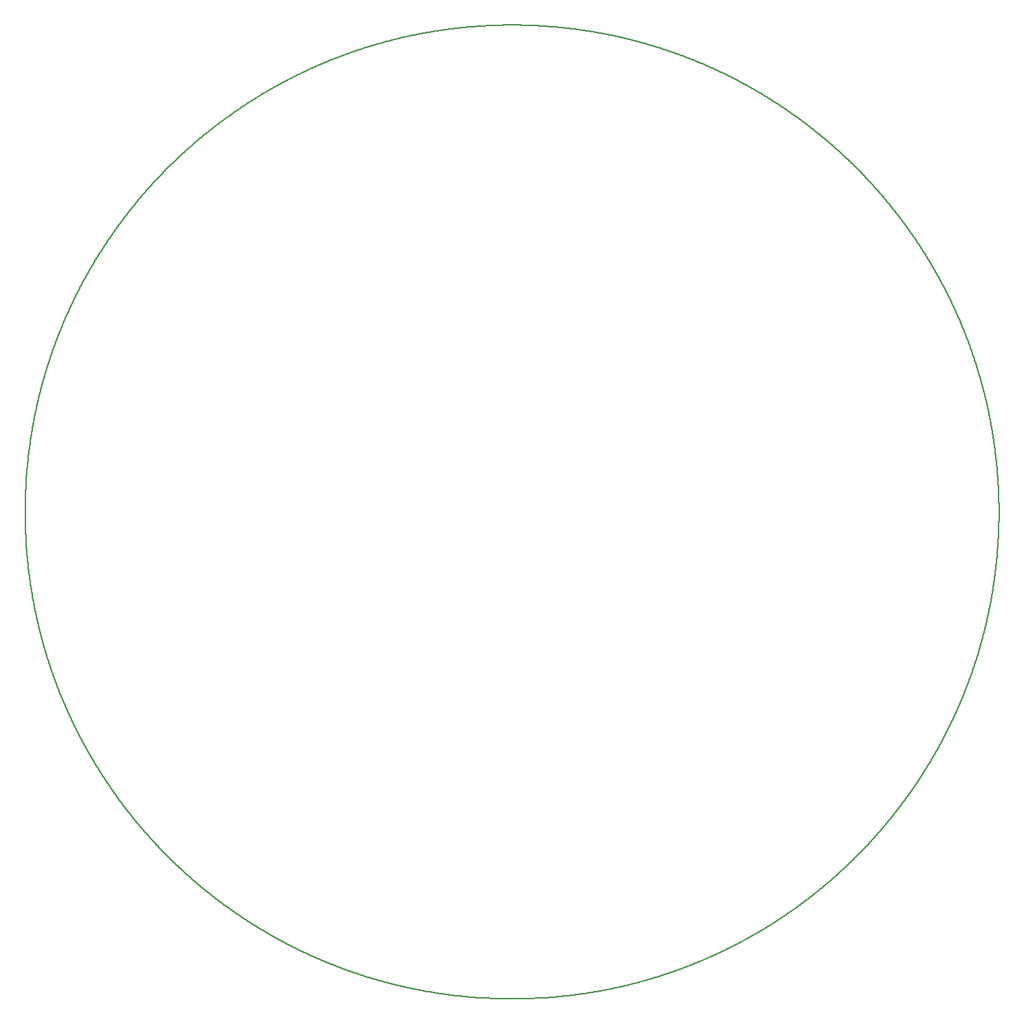
<source format=gm1>
G04 MADE WITH FRITZING*
G04 WWW.FRITZING.ORG*
G04 DOUBLE SIDED*
G04 HOLES PLATED*
G04 CONTOUR ON CENTER OF CONTOUR VECTOR*
%ASAXBY*%
%FSLAX23Y23*%
%MOIN*%
%OFA0B0*%
%SFA1.0B1.0*%
%ADD10C,0.008*%
%LNCONTOUR*%
G90*
G70*
G54D10*
X2315Y4724D02*
X2316Y4724D01*
X2317Y4724D01*
X2318Y4724D01*
X2319Y4724D01*
X2320Y4724D01*
X2321Y4724D01*
X2322Y4724D01*
X2323Y4724D01*
X2324Y4724D01*
X2325Y4724D01*
X2326Y4724D01*
X2327Y4724D01*
X2328Y4724D01*
X2329Y4724D01*
X2330Y4724D01*
X2331Y4724D01*
X2332Y4724D01*
X2333Y4724D01*
X2334Y4724D01*
X2335Y4724D01*
X2336Y4724D01*
X2337Y4724D01*
X2338Y4724D01*
X2339Y4724D01*
X2340Y4724D01*
X2341Y4724D01*
X2342Y4724D01*
X2343Y4724D01*
X2344Y4724D01*
X2345Y4724D01*
X2346Y4724D01*
X2347Y4724D01*
X2348Y4724D01*
X2349Y4724D01*
X2350Y4724D01*
X2351Y4724D01*
X2352Y4724D01*
X2353Y4724D01*
X2354Y4724D01*
X2355Y4724D01*
X2356Y4724D01*
X2357Y4724D01*
X2358Y4724D01*
X2359Y4724D01*
X2360Y4724D01*
X2361Y4724D01*
X2362Y4724D01*
X2363Y4724D01*
X2364Y4724D01*
X2365Y4724D01*
X2366Y4724D01*
X2367Y4724D01*
X2368Y4724D01*
X2369Y4724D01*
X2370Y4724D01*
X2371Y4724D01*
X2372Y4724D01*
X2373Y4724D01*
X2374Y4724D01*
X2375Y4724D01*
X2376Y4724D01*
X2377Y4724D01*
X2378Y4724D01*
X2379Y4724D01*
X2380Y4724D01*
X2381Y4724D01*
X2382Y4724D01*
X2383Y4724D01*
X2384Y4724D01*
X2385Y4724D01*
X2386Y4724D01*
X2387Y4724D01*
X2388Y4724D01*
X2389Y4724D01*
X2390Y4724D01*
X2391Y4724D01*
X2392Y4724D01*
X2393Y4724D01*
X2394Y4724D01*
X2395Y4724D01*
X2396Y4724D01*
X2397Y4724D01*
X2398Y4724D01*
X2399Y4724D01*
X2400Y4724D01*
X2401Y4724D01*
X2402Y4724D01*
X2403Y4724D01*
X2404Y4724D01*
X2405Y4724D01*
X2406Y4724D01*
X2407Y4724D01*
X2408Y4724D01*
X2409Y4723D01*
X2410Y4723D01*
X2411Y4723D01*
X2412Y4723D01*
X2413Y4723D01*
X2414Y4723D01*
X2415Y4723D01*
X2416Y4723D01*
X2417Y4723D01*
X2418Y4723D01*
X2419Y4723D01*
X2420Y4723D01*
X2421Y4723D01*
X2422Y4723D01*
X2423Y4723D01*
X2424Y4723D01*
X2425Y4723D01*
X2426Y4723D01*
X2427Y4723D01*
X2428Y4723D01*
X2429Y4723D01*
X2430Y4723D01*
X2431Y4723D01*
X2432Y4723D01*
X2433Y4723D01*
X2434Y4723D01*
X2435Y4723D01*
X2436Y4723D01*
X2437Y4723D01*
X2438Y4723D01*
X2439Y4723D01*
X2440Y4723D01*
X2441Y4723D01*
X2442Y4723D01*
X2443Y4723D01*
X2444Y4723D01*
X2445Y4723D01*
X2446Y4722D01*
X2447Y4722D01*
X2448Y4722D01*
X2449Y4722D01*
X2450Y4722D01*
X2451Y4722D01*
X2452Y4722D01*
X2453Y4722D01*
X2454Y4722D01*
X2455Y4722D01*
X2456Y4722D01*
X2457Y4722D01*
X2458Y4722D01*
X2459Y4722D01*
X2460Y4722D01*
X2461Y4722D01*
X2462Y4722D01*
X2463Y4722D01*
X2464Y4722D01*
X2465Y4722D01*
X2466Y4722D01*
X2467Y4722D01*
X2468Y4722D01*
X2469Y4722D01*
X2470Y4722D01*
X2471Y4721D01*
X2472Y4721D01*
X2473Y4721D01*
X2474Y4721D01*
X2475Y4721D01*
X2476Y4721D01*
X2477Y4721D01*
X2478Y4721D01*
X2479Y4721D01*
X2480Y4721D01*
X2481Y4721D01*
X2482Y4721D01*
X2483Y4721D01*
X2484Y4721D01*
X2485Y4721D01*
X2486Y4721D01*
X2487Y4721D01*
X2488Y4721D01*
X2489Y4721D01*
X2490Y4721D01*
X2491Y4720D01*
X2492Y4720D01*
X2493Y4720D01*
X2494Y4720D01*
X2495Y4720D01*
X2496Y4720D01*
X2497Y4720D01*
X2498Y4720D01*
X2499Y4720D01*
X2500Y4720D01*
X2501Y4720D01*
X2502Y4720D01*
X2503Y4720D01*
X2504Y4720D01*
X2505Y4720D01*
X2506Y4720D01*
X2507Y4720D01*
X2508Y4720D01*
X2509Y4719D01*
X2510Y4719D01*
X2511Y4719D01*
X2512Y4719D01*
X2513Y4719D01*
X2514Y4719D01*
X2515Y4719D01*
X2516Y4719D01*
X2517Y4719D01*
X2518Y4719D01*
X2519Y4719D01*
X2520Y4719D01*
X2521Y4719D01*
X2522Y4719D01*
X2523Y4719D01*
X2524Y4718D01*
X2525Y4718D01*
X2526Y4718D01*
X2527Y4718D01*
X2528Y4718D01*
X2529Y4718D01*
X2530Y4718D01*
X2531Y4718D01*
X2532Y4718D01*
X2533Y4718D01*
X2534Y4718D01*
X2535Y4718D01*
X2536Y4718D01*
X2537Y4718D01*
X2538Y4717D01*
X2539Y4717D01*
X2540Y4717D01*
X2541Y4717D01*
X2542Y4717D01*
X2543Y4717D01*
X2544Y4717D01*
X2545Y4717D01*
X2546Y4717D01*
X2547Y4717D01*
X2548Y4717D01*
X2549Y4717D01*
X2550Y4717D01*
X2551Y4716D01*
X2552Y4716D01*
X2553Y4716D01*
X2554Y4716D01*
X2555Y4716D01*
X2556Y4716D01*
X2557Y4716D01*
X2558Y4716D01*
X2559Y4716D01*
X2560Y4716D01*
X2561Y4716D01*
X2562Y4716D01*
X2563Y4715D01*
X2564Y4715D01*
X2565Y4715D01*
X2566Y4715D01*
X2567Y4715D01*
X2568Y4715D01*
X2569Y4715D01*
X2570Y4715D01*
X2571Y4715D01*
X2572Y4715D01*
X2573Y4715D01*
X2574Y4715D01*
X2575Y4714D01*
X2576Y4714D01*
X2577Y4714D01*
X2578Y4714D01*
X2579Y4714D01*
X2580Y4714D01*
X2581Y4714D01*
X2582Y4714D01*
X2583Y4714D01*
X2584Y4714D01*
X2585Y4714D01*
X2586Y4713D01*
X2587Y4713D01*
X2588Y4713D01*
X2589Y4713D01*
X2590Y4713D01*
X2591Y4713D01*
X2592Y4713D01*
X2593Y4713D01*
X2594Y4713D01*
X2595Y4713D01*
X2596Y4712D01*
X2597Y4712D01*
X2598Y4712D01*
X2599Y4712D01*
X2600Y4712D01*
X2601Y4712D01*
X2602Y4712D01*
X2603Y4712D01*
X2604Y4712D01*
X2605Y4712D01*
X2606Y4711D01*
X2607Y4711D01*
X2608Y4711D01*
X2609Y4711D01*
X2610Y4711D01*
X2611Y4711D01*
X2612Y4711D01*
X2613Y4711D01*
X2614Y4711D01*
X2615Y4711D01*
X2616Y4710D01*
X2617Y4710D01*
X2618Y4710D01*
X2619Y4710D01*
X2620Y4710D01*
X2621Y4710D01*
X2622Y4710D01*
X2623Y4710D01*
X2624Y4710D01*
X2625Y4709D01*
X2626Y4709D01*
X2627Y4709D01*
X2628Y4709D01*
X2629Y4709D01*
X2630Y4709D01*
X2631Y4709D01*
X2632Y4709D01*
X2633Y4709D01*
X2634Y4708D01*
X2635Y4708D01*
X2636Y4708D01*
X2637Y4708D01*
X2638Y4708D01*
X2639Y4708D01*
X2640Y4708D01*
X2641Y4708D01*
X2642Y4707D01*
X2643Y4707D01*
X2644Y4707D01*
X2645Y4707D01*
X2646Y4707D01*
X2647Y4707D01*
X2648Y4707D01*
X2649Y4707D01*
X2650Y4707D01*
X2651Y4706D01*
X2652Y4706D01*
X2653Y4706D01*
X2654Y4706D01*
X2655Y4706D01*
X2656Y4706D01*
X2657Y4706D01*
X2658Y4706D01*
X2659Y4705D01*
X2660Y4705D01*
X2661Y4705D01*
X2662Y4705D01*
X2663Y4705D01*
X2664Y4705D01*
X2665Y4705D01*
X2666Y4705D01*
X2667Y4704D01*
X2668Y4704D01*
X2669Y4704D01*
X2670Y4704D01*
X2671Y4704D01*
X2672Y4704D01*
X2673Y4704D01*
X2674Y4703D01*
X2675Y4703D01*
X2676Y4703D01*
X2677Y4703D01*
X2678Y4703D01*
X2679Y4703D01*
X2680Y4703D01*
X2681Y4703D01*
X2682Y4702D01*
X2683Y4702D01*
X2684Y4702D01*
X2685Y4702D01*
X2686Y4702D01*
X2687Y4702D01*
X2688Y4702D01*
X2689Y4701D01*
X2690Y4701D01*
X2691Y4701D01*
X2692Y4701D01*
X2693Y4701D01*
X2694Y4701D01*
X2695Y4701D01*
X2696Y4700D01*
X2697Y4700D01*
X2698Y4700D01*
X2699Y4700D01*
X2700Y4700D01*
X2701Y4700D01*
X2702Y4700D01*
X2703Y4699D01*
X2704Y4699D01*
X2705Y4699D01*
X2706Y4699D01*
X2707Y4699D01*
X2708Y4699D01*
X2709Y4699D01*
X2710Y4698D01*
X2711Y4698D01*
X2712Y4698D01*
X2713Y4698D01*
X2714Y4698D01*
X2715Y4698D01*
X2716Y4698D01*
X2717Y4697D01*
X2718Y4697D01*
X2719Y4697D01*
X2720Y4697D01*
X2721Y4697D01*
X2722Y4697D01*
X2723Y4696D01*
X2724Y4696D01*
X2725Y4696D01*
X2726Y4696D01*
X2727Y4696D01*
X2728Y4696D01*
X2729Y4696D01*
X2730Y4695D01*
X2731Y4695D01*
X2732Y4695D01*
X2733Y4695D01*
X2734Y4695D01*
X2735Y4695D01*
X2736Y4694D01*
X2737Y4694D01*
X2738Y4694D01*
X2739Y4694D01*
X2740Y4694D01*
X2741Y4694D01*
X2742Y4693D01*
X2743Y4693D01*
X2744Y4693D01*
X2745Y4693D01*
X2746Y4693D01*
X2747Y4693D01*
X2748Y4692D01*
X2749Y4692D01*
X2750Y4692D01*
X2751Y4692D01*
X2752Y4692D01*
X2753Y4692D01*
X2754Y4691D01*
X2755Y4691D01*
X2756Y4691D01*
X2757Y4691D01*
X2758Y4691D01*
X2759Y4691D01*
X2760Y4690D01*
X2761Y4690D01*
X2762Y4690D01*
X2763Y4690D01*
X2764Y4690D01*
X2765Y4690D01*
X2766Y4689D01*
X2767Y4689D01*
X2768Y4689D01*
X2769Y4689D01*
X2770Y4689D01*
X2771Y4689D01*
X2772Y4688D01*
X2773Y4688D01*
X2774Y4688D01*
X2775Y4688D01*
X2776Y4688D01*
X2777Y4688D01*
X2778Y4687D01*
X2779Y4687D01*
X2780Y4687D01*
X2781Y4687D01*
X2782Y4687D01*
X2783Y4686D01*
X2784Y4686D01*
X2785Y4686D01*
X2786Y4686D01*
X2787Y4686D01*
X2788Y4686D01*
X2789Y4685D01*
X2790Y4685D01*
X2791Y4685D01*
X2792Y4685D01*
X2793Y4685D01*
X2794Y4684D01*
X2795Y4684D01*
X2796Y4684D01*
X2797Y4684D01*
X2798Y4684D01*
X2799Y4683D01*
X2800Y4683D01*
X2801Y4683D01*
X2802Y4683D01*
X2803Y4683D01*
X2804Y4683D01*
X2805Y4682D01*
X2806Y4682D01*
X2807Y4682D01*
X2808Y4682D01*
X2809Y4682D01*
X2810Y4681D01*
X2811Y4681D01*
X2812Y4681D01*
X2813Y4681D01*
X2814Y4681D01*
X2815Y4680D01*
X2816Y4680D01*
X2817Y4680D01*
X2818Y4680D01*
X2819Y4680D01*
X2820Y4679D01*
X2821Y4679D01*
X2822Y4679D01*
X2823Y4679D01*
X2824Y4679D01*
X2825Y4678D01*
X2826Y4678D01*
X2827Y4678D01*
X2828Y4678D01*
X2829Y4678D01*
X2830Y4677D01*
X2831Y4677D01*
X2832Y4677D01*
X2833Y4677D01*
X2834Y4677D01*
X2835Y4676D01*
X2836Y4676D01*
X2837Y4676D01*
X2838Y4676D01*
X2839Y4676D01*
X2840Y4675D01*
X2841Y4675D01*
X2842Y4675D01*
X2843Y4675D01*
X2844Y4675D01*
X2845Y4674D01*
X2846Y4674D01*
X2847Y4674D01*
X2848Y4674D01*
X2849Y4674D01*
X2850Y4673D01*
X2851Y4673D01*
X2852Y4673D01*
X2853Y4673D01*
X2854Y4672D01*
X2855Y4672D01*
X2856Y4672D01*
X2857Y4672D01*
X2858Y4672D01*
X2859Y4671D01*
X2860Y4671D01*
X2861Y4671D01*
X2862Y4671D01*
X2863Y4671D01*
X2864Y4670D01*
X2865Y4670D01*
X2866Y4670D01*
X2867Y4670D01*
X2868Y4670D01*
X2869Y4669D01*
X2870Y4669D01*
X2871Y4669D01*
X2872Y4669D01*
X2873Y4668D01*
X2874Y4668D01*
X2875Y4668D01*
X2876Y4668D01*
X2877Y4667D01*
X2878Y4667D01*
X2879Y4667D01*
X2880Y4667D01*
X2881Y4667D01*
X2882Y4666D01*
X2883Y4666D01*
X2884Y4666D01*
X2885Y4666D01*
X2886Y4665D01*
X2887Y4665D01*
X2888Y4665D01*
X2889Y4665D01*
X2890Y4665D01*
X2891Y4664D01*
X2892Y4664D01*
X2893Y4664D01*
X2894Y4664D01*
X2895Y4663D01*
X2896Y4663D01*
X2897Y4663D01*
X2898Y4663D01*
X2899Y4663D01*
X2900Y4662D01*
X2901Y4662D01*
X2902Y4662D01*
X2903Y4662D01*
X2904Y4661D01*
X2905Y4661D01*
X2906Y4661D01*
X2907Y4661D01*
X2908Y4660D01*
X2909Y4660D01*
X2910Y4660D01*
X2911Y4660D01*
X2912Y4659D01*
X2913Y4659D01*
X2914Y4659D01*
X2915Y4659D01*
X2916Y4658D01*
X2917Y4658D01*
X2918Y4658D01*
X2919Y4658D01*
X2920Y4658D01*
X2921Y4657D01*
X2922Y4657D01*
X2923Y4657D01*
X2924Y4657D01*
X2925Y4656D01*
X2926Y4656D01*
X2927Y4656D01*
X2928Y4656D01*
X2929Y4655D01*
X2930Y4655D01*
X2931Y4655D01*
X2932Y4655D01*
X2933Y4654D01*
X2934Y4654D01*
X2935Y4654D01*
X2936Y4654D01*
X2937Y4653D01*
X2938Y4653D01*
X2939Y4653D01*
X2940Y4653D01*
X2941Y4652D01*
X2942Y4652D01*
X2943Y4652D01*
X2944Y4652D01*
X2945Y4651D01*
X2946Y4651D01*
X2947Y4651D01*
X2948Y4651D01*
X2949Y4650D01*
X2950Y4650D01*
X2951Y4650D01*
X2952Y4650D01*
X2953Y4649D01*
X2954Y4649D01*
X2955Y4649D01*
X2956Y4648D01*
X2957Y4648D01*
X2958Y4648D01*
X2959Y4648D01*
X2960Y4647D01*
X2961Y4647D01*
X2962Y4647D01*
X2963Y4647D01*
X2964Y4646D01*
X2965Y4646D01*
X2966Y4646D01*
X2967Y4646D01*
X2968Y4645D01*
X2969Y4645D01*
X2970Y4645D01*
X2971Y4645D01*
X2972Y4644D01*
X2973Y4644D01*
X2974Y4644D01*
X2975Y4643D01*
X2976Y4643D01*
X2977Y4643D01*
X2978Y4643D01*
X2979Y4642D01*
X2980Y4642D01*
X2981Y4642D01*
X2982Y4642D01*
X2983Y4641D01*
X2984Y4641D01*
X2985Y4641D01*
X2986Y4640D01*
X2987Y4640D01*
X2988Y4640D01*
X2989Y4640D01*
X2990Y4639D01*
X2991Y4639D01*
X2992Y4639D01*
X2993Y4639D01*
X2994Y4638D01*
X2995Y4638D01*
X2996Y4638D01*
X2997Y4637D01*
X2998Y4637D01*
X2999Y4637D01*
X3000Y4637D01*
X3001Y4636D01*
X3002Y4636D01*
X3003Y4636D01*
X3004Y4635D01*
X3005Y4635D01*
X3006Y4635D01*
X3007Y4635D01*
X3008Y4634D01*
X3009Y4634D01*
X3010Y4634D01*
X3011Y4633D01*
X3012Y4633D01*
X3013Y4633D01*
X3014Y4633D01*
X3015Y4632D01*
X3016Y4632D01*
X3017Y4632D01*
X3018Y4631D01*
X3019Y4631D01*
X3020Y4631D01*
X3021Y4631D01*
X3022Y4630D01*
X3023Y4630D01*
X3024Y4630D01*
X3025Y4629D01*
X3026Y4629D01*
X3027Y4629D01*
X3028Y4629D01*
X3029Y4628D01*
X3030Y4628D01*
X3031Y4628D01*
X3032Y4627D01*
X3033Y4627D01*
X3034Y4627D01*
X3035Y4627D01*
X3036Y4626D01*
X3037Y4626D01*
X3038Y4626D01*
X3039Y4625D01*
X3040Y4625D01*
X3041Y4625D01*
X3042Y4624D01*
X3043Y4624D01*
X3044Y4624D01*
X3045Y4623D01*
X3046Y4623D01*
X3047Y4623D01*
X3048Y4623D01*
X3049Y4622D01*
X3050Y4622D01*
X3051Y4622D01*
X3052Y4621D01*
X3053Y4621D01*
X3054Y4621D01*
X3055Y4620D01*
X3056Y4620D01*
X3057Y4620D01*
X3058Y4620D01*
X3059Y4619D01*
X3060Y4619D01*
X3061Y4619D01*
X3062Y4618D01*
X3063Y4618D01*
X3064Y4618D01*
X3065Y4617D01*
X3066Y4617D01*
X3067Y4617D01*
X3068Y4616D01*
X3069Y4616D01*
X3070Y4616D01*
X3071Y4615D01*
X3072Y4615D01*
X3073Y4615D01*
X3074Y4615D01*
X3075Y4614D01*
X3076Y4614D01*
X3077Y4614D01*
X3078Y4613D01*
X3079Y4613D01*
X3080Y4613D01*
X3081Y4612D01*
X3082Y4612D01*
X3083Y4612D01*
X3084Y4611D01*
X3085Y4611D01*
X3086Y4611D01*
X3087Y4610D01*
X3088Y4610D01*
X3089Y4610D01*
X3090Y4609D01*
X3091Y4609D01*
X3092Y4609D01*
X3093Y4608D01*
X3094Y4608D01*
X3095Y4608D01*
X3096Y4607D01*
X3097Y4607D01*
X3098Y4607D01*
X3099Y4606D01*
X3100Y4606D01*
X3101Y4606D01*
X3102Y4605D01*
X3103Y4605D01*
X3104Y4605D01*
X3105Y4604D01*
X3106Y4604D01*
X3107Y4604D01*
X3108Y4603D01*
X3109Y4603D01*
X3110Y4603D01*
X3111Y4602D01*
X3112Y4602D01*
X3113Y4602D01*
X3114Y4602D01*
X3115Y4601D01*
X3116Y4601D01*
X3117Y4601D01*
X3118Y4600D01*
X3119Y4600D01*
X3120Y4600D01*
X3121Y4599D01*
X3122Y4599D01*
X3123Y4598D01*
X3124Y4598D01*
X3125Y4598D01*
X3126Y4597D01*
X3127Y4597D01*
X3128Y4597D01*
X3129Y4596D01*
X3130Y4596D01*
X3131Y4596D01*
X3132Y4595D01*
X3133Y4595D01*
X3134Y4595D01*
X3135Y4594D01*
X3136Y4594D01*
X3137Y4594D01*
X3138Y4593D01*
X3139Y4593D01*
X3140Y4593D01*
X3141Y4592D01*
X3142Y4592D01*
X3143Y4592D01*
X3144Y4591D01*
X3145Y4591D01*
X3146Y4591D01*
X3147Y4590D01*
X3148Y4590D01*
X3149Y4589D01*
X3150Y4589D01*
X3151Y4589D01*
X3152Y4588D01*
X3153Y4588D01*
X3154Y4588D01*
X3155Y4587D01*
X3156Y4587D01*
X3157Y4587D01*
X3158Y4586D01*
X3159Y4586D01*
X3160Y4585D01*
X3161Y4585D01*
X3162Y4585D01*
X3163Y4584D01*
X3164Y4584D01*
X3165Y4584D01*
X3166Y4583D01*
X3167Y4583D01*
X3168Y4583D01*
X3169Y4582D01*
X3170Y4582D01*
X3171Y4582D01*
X3172Y4581D01*
X3173Y4581D01*
X3174Y4580D01*
X3175Y4580D01*
X3176Y4580D01*
X3177Y4579D01*
X3178Y4579D01*
X3179Y4579D01*
X3180Y4578D01*
X3181Y4578D01*
X3182Y4577D01*
X3183Y4577D01*
X3184Y4577D01*
X3185Y4576D01*
X3186Y4576D01*
X3187Y4576D01*
X3188Y4575D01*
X3189Y4575D01*
X3190Y4574D01*
X3191Y4574D01*
X3192Y4574D01*
X3193Y4573D01*
X3194Y4573D01*
X3195Y4573D01*
X3196Y4572D01*
X3197Y4572D01*
X3198Y4572D01*
X3199Y4571D01*
X3200Y4571D01*
X3201Y4570D01*
X3202Y4570D01*
X3203Y4570D01*
X3204Y4569D01*
X3205Y4569D01*
X3206Y4568D01*
X3207Y4568D01*
X3208Y4568D01*
X3209Y4567D01*
X3210Y4567D01*
X3211Y4567D01*
X3212Y4566D01*
X3213Y4566D01*
X3214Y4565D01*
X3215Y4565D01*
X3216Y4565D01*
X3217Y4564D01*
X3218Y4564D01*
X3219Y4563D01*
X3220Y4563D01*
X3221Y4563D01*
X3222Y4562D01*
X3223Y4562D01*
X3224Y4561D01*
X3225Y4561D01*
X3226Y4561D01*
X3227Y4560D01*
X3228Y4560D01*
X3229Y4560D01*
X3230Y4559D01*
X3231Y4559D01*
X3232Y4558D01*
X3233Y4558D01*
X3234Y4558D01*
X3235Y4557D01*
X3236Y4557D01*
X3237Y4556D01*
X3238Y4556D01*
X3239Y4556D01*
X3240Y4555D01*
X3241Y4555D01*
X3242Y4554D01*
X3243Y4554D01*
X3244Y4553D01*
X3245Y4553D01*
X3246Y4553D01*
X3247Y4552D01*
X3248Y4552D01*
X3249Y4551D01*
X3250Y4551D01*
X3251Y4551D01*
X3252Y4550D01*
X3253Y4550D01*
X3254Y4549D01*
X3255Y4549D01*
X3256Y4549D01*
X3257Y4548D01*
X3258Y4548D01*
X3259Y4547D01*
X3260Y4547D01*
X3261Y4547D01*
X3262Y4546D01*
X3263Y4546D01*
X3264Y4545D01*
X3265Y4545D01*
X3266Y4544D01*
X3267Y4544D01*
X3268Y4544D01*
X3269Y4543D01*
X3270Y4543D01*
X3271Y4542D01*
X3272Y4542D01*
X3273Y4542D01*
X3274Y4541D01*
X3275Y4541D01*
X3276Y4540D01*
X3277Y4540D01*
X3278Y4540D01*
X3279Y4539D01*
X3280Y4539D01*
X3281Y4538D01*
X3282Y4538D01*
X3283Y4537D01*
X3284Y4537D01*
X3285Y4537D01*
X3286Y4536D01*
X3287Y4536D01*
X3288Y4535D01*
X3289Y4535D01*
X3290Y4534D01*
X3291Y4534D01*
X3292Y4534D01*
X3293Y4533D01*
X3294Y4533D01*
X3295Y4532D01*
X3296Y4532D01*
X3297Y4531D01*
X3298Y4531D01*
X3299Y4531D01*
X3300Y4530D01*
X3301Y4530D01*
X3302Y4529D01*
X3303Y4529D01*
X3304Y4528D01*
X3305Y4528D01*
X3306Y4527D01*
X3307Y4527D01*
X3308Y4527D01*
X3309Y4526D01*
X3310Y4526D01*
X3311Y4525D01*
X3312Y4525D01*
X3313Y4524D01*
X3314Y4524D01*
X3315Y4524D01*
X3316Y4523D01*
X3317Y4523D01*
X3318Y4522D01*
X3319Y4522D01*
X3320Y4521D01*
X3321Y4521D01*
X3322Y4520D01*
X3323Y4520D01*
X3324Y4520D01*
X3325Y4519D01*
X3326Y4519D01*
X3327Y4518D01*
X3328Y4518D01*
X3329Y4517D01*
X3330Y4517D01*
X3331Y4516D01*
X3332Y4516D01*
X3333Y4516D01*
X3334Y4515D01*
X3335Y4515D01*
X3336Y4514D01*
X3337Y4514D01*
X3338Y4513D01*
X3339Y4513D01*
X3340Y4512D01*
X3341Y4512D01*
X3342Y4511D01*
X3343Y4511D01*
X3344Y4510D01*
X3345Y4510D01*
X3346Y4510D01*
X3347Y4509D01*
X3348Y4509D01*
X3349Y4508D01*
X3350Y4508D01*
X3351Y4507D01*
X3352Y4507D01*
X3353Y4506D01*
X3354Y4506D01*
X3355Y4505D01*
X3356Y4505D01*
X3357Y4504D01*
X3358Y4504D01*
X3359Y4504D01*
X3360Y4503D01*
X3361Y4503D01*
X3362Y4502D01*
X3363Y4502D01*
X3364Y4501D01*
X3365Y4501D01*
X3366Y4500D01*
X3367Y4500D01*
X3368Y4499D01*
X3369Y4499D01*
X3370Y4498D01*
X3371Y4498D01*
X3372Y4497D01*
X3373Y4497D01*
X3374Y4496D01*
X3375Y4496D01*
X3376Y4496D01*
X3377Y4495D01*
X3378Y4495D01*
X3379Y4494D01*
X3380Y4494D01*
X3381Y4493D01*
X3382Y4493D01*
X3383Y4492D01*
X3384Y4492D01*
X3385Y4491D01*
X3386Y4491D01*
X3387Y4490D01*
X3388Y4490D01*
X3389Y4489D01*
X3390Y4489D01*
X3391Y4488D01*
X3392Y4488D01*
X3393Y4487D01*
X3394Y4487D01*
X3395Y4486D01*
X3396Y4486D01*
X3397Y4485D01*
X3398Y4485D01*
X3399Y4484D01*
X3400Y4484D01*
X3401Y4483D01*
X3402Y4483D01*
X3403Y4482D01*
X3404Y4482D01*
X3405Y4481D01*
X3406Y4481D01*
X3407Y4480D01*
X3408Y4480D01*
X3409Y4480D01*
X3410Y4479D01*
X3411Y4479D01*
X3412Y4478D01*
X3413Y4478D01*
X3414Y4477D01*
X3415Y4477D01*
X3416Y4476D01*
X3417Y4476D01*
X3418Y4475D01*
X3419Y4475D01*
X3420Y4474D01*
X3421Y4473D01*
X3422Y4473D01*
X3423Y4472D01*
X3424Y4472D01*
X3425Y4471D01*
X3426Y4471D01*
X3427Y4470D01*
X3428Y4470D01*
X3429Y4469D01*
X3430Y4469D01*
X3431Y4468D01*
X3432Y4468D01*
X3433Y4467D01*
X3434Y4467D01*
X3435Y4466D01*
X3436Y4466D01*
X3437Y4465D01*
X3438Y4465D01*
X3439Y4464D01*
X3440Y4464D01*
X3441Y4463D01*
X3442Y4463D01*
X3443Y4462D01*
X3444Y4462D01*
X3445Y4461D01*
X3446Y4461D01*
X3447Y4460D01*
X3448Y4460D01*
X3449Y4459D01*
X3450Y4459D01*
X3451Y4458D01*
X3452Y4458D01*
X3453Y4457D01*
X3454Y4457D01*
X3455Y4456D01*
X3456Y4456D01*
X3457Y4455D01*
X3458Y4454D01*
X3459Y4454D01*
X3460Y4453D01*
X3461Y4453D01*
X3462Y4452D01*
X3463Y4452D01*
X3464Y4451D01*
X3465Y4451D01*
X3466Y4450D01*
X3467Y4450D01*
X3468Y4449D01*
X3469Y4449D01*
X3470Y4448D01*
X3471Y4448D01*
X3472Y4447D01*
X3473Y4447D01*
X3474Y4446D01*
X3475Y4445D01*
X3476Y4445D01*
X3477Y4444D01*
X3478Y4444D01*
X3479Y4443D01*
X3480Y4443D01*
X3481Y4442D01*
X3482Y4442D01*
X3483Y4441D01*
X3484Y4441D01*
X3485Y4440D01*
X3486Y4440D01*
X3487Y4439D01*
X3488Y4438D01*
X3489Y4438D01*
X3490Y4437D01*
X3491Y4437D01*
X3492Y4436D01*
X3493Y4436D01*
X3494Y4435D01*
X3495Y4435D01*
X3496Y4434D01*
X3497Y4434D01*
X3498Y4433D01*
X3499Y4432D01*
X3500Y4432D01*
X3501Y4431D01*
X3502Y4431D01*
X3503Y4430D01*
X3504Y4430D01*
X3505Y4429D01*
X3506Y4429D01*
X3507Y4428D01*
X3508Y4427D01*
X3509Y4427D01*
X3510Y4426D01*
X3511Y4426D01*
X3512Y4425D01*
X3513Y4425D01*
X3514Y4424D01*
X3515Y4424D01*
X3516Y4423D01*
X3517Y4422D01*
X3518Y4422D01*
X3519Y4421D01*
X3520Y4421D01*
X3521Y4420D01*
X3522Y4420D01*
X3523Y4419D01*
X3524Y4418D01*
X3525Y4418D01*
X3526Y4417D01*
X3527Y4417D01*
X3528Y4416D01*
X3529Y4416D01*
X3530Y4415D01*
X3531Y4415D01*
X3532Y4414D01*
X3533Y4413D01*
X3534Y4413D01*
X3535Y4412D01*
X3536Y4412D01*
X3537Y4411D01*
X3538Y4411D01*
X3539Y4410D01*
X3540Y4409D01*
X3541Y4409D01*
X3542Y4408D01*
X3543Y4408D01*
X3544Y4407D01*
X3545Y4406D01*
X3546Y4406D01*
X3547Y4405D01*
X3548Y4405D01*
X3549Y4404D01*
X3550Y4404D01*
X3551Y4403D01*
X3552Y4402D01*
X3553Y4402D01*
X3554Y4401D01*
X3555Y4401D01*
X3556Y4400D01*
X3557Y4399D01*
X3558Y4399D01*
X3559Y4398D01*
X3560Y4398D01*
X3561Y4397D01*
X3562Y4397D01*
X3563Y4396D01*
X3564Y4395D01*
X3565Y4395D01*
X3566Y4394D01*
X3567Y4394D01*
X3568Y4393D01*
X3569Y4392D01*
X3570Y4392D01*
X3571Y4391D01*
X3572Y4391D01*
X3573Y4390D01*
X3574Y4389D01*
X3575Y4389D01*
X3576Y4388D01*
X3577Y4388D01*
X3578Y4387D01*
X3579Y4386D01*
X3580Y4386D01*
X3581Y4385D01*
X3582Y4385D01*
X3583Y4384D01*
X3584Y4383D01*
X3585Y4383D01*
X3586Y4382D01*
X3587Y4382D01*
X3588Y4381D01*
X3589Y4380D01*
X3590Y4380D01*
X3591Y4379D01*
X3592Y4378D01*
X3593Y4378D01*
X3594Y4377D01*
X3595Y4377D01*
X3596Y4376D01*
X3597Y4375D01*
X3598Y4375D01*
X3599Y4374D01*
X3600Y4374D01*
X3601Y4373D01*
X3602Y4372D01*
X3603Y4372D01*
X3604Y4371D01*
X3605Y4370D01*
X3606Y4370D01*
X3607Y4369D01*
X3608Y4369D01*
X3609Y4368D01*
X3610Y4367D01*
X3611Y4367D01*
X3612Y4366D01*
X3613Y4365D01*
X3614Y4365D01*
X3615Y4364D01*
X3616Y4364D01*
X3617Y4363D01*
X3618Y4362D01*
X3619Y4362D01*
X3620Y4361D01*
X3621Y4360D01*
X3622Y4360D01*
X3623Y4359D01*
X3624Y4359D01*
X3625Y4358D01*
X3626Y4357D01*
X3627Y4357D01*
X3628Y4356D01*
X3629Y4355D01*
X3630Y4355D01*
X3631Y4354D01*
X3632Y4353D01*
X3633Y4353D01*
X3634Y4352D01*
X3635Y4352D01*
X3636Y4351D01*
X3637Y4350D01*
X3638Y4350D01*
X3639Y4349D01*
X3640Y4348D01*
X3641Y4348D01*
X3642Y4347D01*
X3643Y4346D01*
X3644Y4346D01*
X3645Y4345D01*
X3646Y4344D01*
X3647Y4344D01*
X3648Y4343D01*
X3649Y4342D01*
X3650Y4342D01*
X3651Y4341D01*
X3652Y4341D01*
X3653Y4340D01*
X3654Y4339D01*
X3655Y4339D01*
X3656Y4338D01*
X3657Y4337D01*
X3658Y4337D01*
X3659Y4336D01*
X3660Y4335D01*
X3661Y4335D01*
X3662Y4334D01*
X3663Y4333D01*
X3664Y4333D01*
X3665Y4332D01*
X3666Y4331D01*
X3667Y4331D01*
X3668Y4330D01*
X3669Y4329D01*
X3670Y4329D01*
X3671Y4328D01*
X3672Y4327D01*
X3673Y4327D01*
X3674Y4326D01*
X3675Y4325D01*
X3676Y4325D01*
X3677Y4324D01*
X3678Y4323D01*
X3679Y4323D01*
X3680Y4322D01*
X3681Y4321D01*
X3682Y4321D01*
X3683Y4320D01*
X3684Y4319D01*
X3685Y4319D01*
X3686Y4318D01*
X3687Y4317D01*
X3688Y4317D01*
X3689Y4316D01*
X3690Y4315D01*
X3691Y4314D01*
X3692Y4314D01*
X3693Y4313D01*
X3694Y4312D01*
X3695Y4312D01*
X3696Y4311D01*
X3697Y4310D01*
X3698Y4310D01*
X3699Y4309D01*
X3700Y4308D01*
X3701Y4308D01*
X3702Y4307D01*
X3703Y4306D01*
X3704Y4306D01*
X3705Y4305D01*
X3706Y4304D01*
X3707Y4304D01*
X3708Y4303D01*
X3709Y4302D01*
X3710Y4301D01*
X3711Y4301D01*
X3712Y4300D01*
X3713Y4299D01*
X3714Y4299D01*
X3715Y4298D01*
X3716Y4297D01*
X3717Y4296D01*
X3718Y4296D01*
X3719Y4295D01*
X3720Y4294D01*
X3721Y4294D01*
X3722Y4293D01*
X3723Y4292D01*
X3724Y4292D01*
X3725Y4291D01*
X3726Y4290D01*
X3727Y4289D01*
X3728Y4289D01*
X3729Y4288D01*
X3730Y4287D01*
X3731Y4287D01*
X3732Y4286D01*
X3733Y4285D01*
X3734Y4284D01*
X3735Y4284D01*
X3736Y4283D01*
X3737Y4282D01*
X3738Y4282D01*
X3739Y4281D01*
X3740Y4280D01*
X3741Y4279D01*
X3742Y4279D01*
X3743Y4278D01*
X3744Y4277D01*
X3745Y4277D01*
X3746Y4276D01*
X3747Y4275D01*
X3748Y4274D01*
X3749Y4274D01*
X3750Y4273D01*
X3751Y4272D01*
X3752Y4271D01*
X3753Y4271D01*
X3754Y4270D01*
X3755Y4269D01*
X3756Y4269D01*
X3757Y4268D01*
X3758Y4267D01*
X3759Y4266D01*
X3760Y4266D01*
X3761Y4265D01*
X3762Y4264D01*
X3763Y4263D01*
X3764Y4263D01*
X3765Y4262D01*
X3766Y4261D01*
X3767Y4260D01*
X3768Y4260D01*
X3769Y4259D01*
X3770Y4258D01*
X3771Y4257D01*
X3772Y4257D01*
X3773Y4256D01*
X3774Y4255D01*
X3775Y4255D01*
X3776Y4254D01*
X3777Y4253D01*
X3778Y4252D01*
X3779Y4251D01*
X3780Y4251D01*
X3781Y4250D01*
X3782Y4249D01*
X3783Y4248D01*
X3784Y4248D01*
X3785Y4247D01*
X3786Y4246D01*
X3787Y4245D01*
X3788Y4245D01*
X3789Y4244D01*
X3790Y4243D01*
X3791Y4242D01*
X3792Y4242D01*
X3793Y4241D01*
X3794Y4240D01*
X3795Y4239D01*
X3796Y4239D01*
X3797Y4238D01*
X3798Y4237D01*
X3799Y4236D01*
X3800Y4236D01*
X3801Y4235D01*
X3802Y4234D01*
X3803Y4233D01*
X3804Y4232D01*
X3805Y4232D01*
X3806Y4231D01*
X3807Y4230D01*
X3808Y4229D01*
X3809Y4229D01*
X3810Y4228D01*
X3811Y4227D01*
X3812Y4226D01*
X3813Y4225D01*
X3814Y4225D01*
X3815Y4224D01*
X3816Y4223D01*
X3817Y4222D01*
X3818Y4222D01*
X3819Y4221D01*
X3820Y4220D01*
X3821Y4219D01*
X3822Y4218D01*
X3823Y4218D01*
X3824Y4217D01*
X3825Y4216D01*
X3826Y4215D01*
X3827Y4214D01*
X3828Y4214D01*
X3829Y4213D01*
X3830Y4212D01*
X3831Y4211D01*
X3832Y4210D01*
X3833Y4210D01*
X3834Y4209D01*
X3835Y4208D01*
X3836Y4207D01*
X3837Y4206D01*
X3838Y4206D01*
X3839Y4205D01*
X3840Y4204D01*
X3841Y4203D01*
X3842Y4203D01*
X3843Y4202D01*
X3844Y4201D01*
X3845Y4200D01*
X3846Y4199D01*
X3847Y4198D01*
X3848Y4198D01*
X3849Y4197D01*
X3850Y4196D01*
X3851Y4195D01*
X3852Y4194D01*
X3853Y4194D01*
X3854Y4193D01*
X3855Y4192D01*
X3856Y4191D01*
X3857Y4190D01*
X3858Y4189D01*
X3859Y4189D01*
X3860Y4188D01*
X3861Y4187D01*
X3862Y4186D01*
X3863Y4185D01*
X3864Y4185D01*
X3865Y4184D01*
X3866Y4183D01*
X3867Y4182D01*
X3868Y4181D01*
X3869Y4180D01*
X3870Y4180D01*
X3871Y4179D01*
X3872Y4178D01*
X3873Y4177D01*
X3874Y4176D01*
X3875Y4175D01*
X3876Y4175D01*
X3877Y4174D01*
X3878Y4173D01*
X3879Y4172D01*
X3880Y4171D01*
X3881Y4170D01*
X3882Y4170D01*
X3883Y4169D01*
X3884Y4168D01*
X3885Y4167D01*
X3886Y4166D01*
X3887Y4165D01*
X3888Y4164D01*
X3889Y4164D01*
X3890Y4163D01*
X3891Y4162D01*
X3892Y4161D01*
X3893Y4160D01*
X3894Y4159D01*
X3895Y4158D01*
X3896Y4158D01*
X3897Y4157D01*
X3898Y4156D01*
X3899Y4155D01*
X3900Y4154D01*
X3901Y4153D01*
X3902Y4152D01*
X3903Y4152D01*
X3904Y4151D01*
X3905Y4150D01*
X3906Y4149D01*
X3907Y4148D01*
X3908Y4147D01*
X3909Y4146D01*
X3910Y4146D01*
X3911Y4145D01*
X3912Y4144D01*
X3913Y4143D01*
X3914Y4142D01*
X3915Y4141D01*
X3916Y4140D01*
X3917Y4139D01*
X3918Y4139D01*
X3919Y4138D01*
X3920Y4137D01*
X3921Y4136D01*
X3922Y4135D01*
X3923Y4134D01*
X3924Y4133D01*
X3925Y4132D01*
X3926Y4132D01*
X3927Y4131D01*
X3928Y4130D01*
X3929Y4129D01*
X3930Y4128D01*
X3931Y4127D01*
X3932Y4126D01*
X3933Y4125D01*
X3934Y4124D01*
X3935Y4124D01*
X3936Y4123D01*
X3937Y4122D01*
X3938Y4121D01*
X3939Y4120D01*
X3940Y4119D01*
X3941Y4118D01*
X3942Y4117D01*
X3943Y4116D01*
X3944Y4115D01*
X3945Y4115D01*
X3946Y4114D01*
X3947Y4113D01*
X3948Y4112D01*
X3949Y4111D01*
X3950Y4110D01*
X3951Y4109D01*
X3952Y4108D01*
X3953Y4107D01*
X3954Y4106D01*
X3955Y4105D01*
X3956Y4105D01*
X3957Y4104D01*
X3958Y4103D01*
X3959Y4102D01*
X3960Y4101D01*
X3961Y4100D01*
X3962Y4099D01*
X3963Y4098D01*
X3964Y4097D01*
X3965Y4096D01*
X3966Y4095D01*
X3967Y4094D01*
X3968Y4094D01*
X3969Y4093D01*
X3970Y4092D01*
X3971Y4091D01*
X3972Y4090D01*
X3973Y4089D01*
X3974Y4088D01*
X3975Y4087D01*
X3976Y4086D01*
X3977Y4085D01*
X3978Y4084D01*
X3979Y4083D01*
X3980Y4082D01*
X3981Y4081D01*
X3982Y4080D01*
X3983Y4079D01*
X3984Y4078D01*
X3985Y4078D01*
X3986Y4077D01*
X3987Y4076D01*
X3988Y4075D01*
X3989Y4074D01*
X3990Y4073D01*
X3991Y4072D01*
X3992Y4071D01*
X3993Y4070D01*
X3994Y4069D01*
X3995Y4068D01*
X3996Y4067D01*
X3997Y4066D01*
X3998Y4065D01*
X3999Y4064D01*
X4000Y4063D01*
X4001Y4062D01*
X4002Y4061D01*
X4003Y4060D01*
X4004Y4059D01*
X4005Y4058D01*
X4006Y4057D01*
X4007Y4056D01*
X4008Y4056D01*
X4009Y4055D01*
X4010Y4054D01*
X4011Y4053D01*
X4012Y4052D01*
X4013Y4051D01*
X4014Y4050D01*
X4015Y4049D01*
X4016Y4048D01*
X4017Y4047D01*
X4018Y4046D01*
X4019Y4045D01*
X4020Y4044D01*
X4021Y4043D01*
X4022Y4042D01*
X4023Y4041D01*
X4024Y4040D01*
X4025Y4039D01*
X4026Y4038D01*
X4027Y4037D01*
X4028Y4036D01*
X4029Y4035D01*
X4030Y4034D01*
X4031Y4033D01*
X4032Y4032D01*
X4033Y4031D01*
X4034Y4030D01*
X4035Y4029D01*
X4036Y4028D01*
X4037Y4027D01*
X4038Y4026D01*
X4039Y4025D01*
X4040Y4024D01*
X4041Y4023D01*
X4042Y4022D01*
X4043Y4021D01*
X4044Y4020D01*
X4045Y4019D01*
X4046Y4018D01*
X4047Y4017D01*
X4048Y4016D01*
X4049Y4015D01*
X4050Y4014D01*
X4051Y4013D01*
X4052Y4012D01*
X4053Y4011D01*
X4054Y4010D01*
X4055Y4009D01*
X4055Y4008D01*
X4056Y4007D01*
X4057Y4006D01*
X4058Y4005D01*
X4059Y4004D01*
X4060Y4003D01*
X4061Y4002D01*
X4062Y4001D01*
X4063Y4000D01*
X4064Y3999D01*
X4065Y3998D01*
X4066Y3997D01*
X4067Y3996D01*
X4068Y3995D01*
X4069Y3994D01*
X4070Y3993D01*
X4071Y3992D01*
X4072Y3991D01*
X4073Y3990D01*
X4074Y3989D01*
X4075Y3988D01*
X4076Y3987D01*
X4077Y3986D01*
X4077Y3985D01*
X4078Y3984D01*
X4079Y3983D01*
X4080Y3982D01*
X4081Y3981D01*
X4082Y3980D01*
X4083Y3979D01*
X4084Y3978D01*
X4085Y3977D01*
X4086Y3976D01*
X4087Y3975D01*
X4088Y3974D01*
X4089Y3973D01*
X4090Y3972D01*
X4091Y3971D01*
X4092Y3970D01*
X4093Y3969D01*
X4093Y3968D01*
X4094Y3967D01*
X4095Y3966D01*
X4096Y3965D01*
X4097Y3964D01*
X4098Y3963D01*
X4099Y3962D01*
X4100Y3961D01*
X4101Y3960D01*
X4102Y3959D01*
X4103Y3958D01*
X4104Y3957D01*
X4104Y3956D01*
X4105Y3955D01*
X4106Y3954D01*
X4107Y3953D01*
X4108Y3952D01*
X4109Y3951D01*
X4110Y3950D01*
X4111Y3949D01*
X4112Y3948D01*
X4113Y3947D01*
X4114Y3946D01*
X4114Y3945D01*
X4115Y3944D01*
X4116Y3943D01*
X4117Y3942D01*
X4118Y3941D01*
X4119Y3940D01*
X4120Y3939D01*
X4121Y3938D01*
X4122Y3937D01*
X4123Y3936D01*
X4123Y3935D01*
X4124Y3934D01*
X4125Y3933D01*
X4126Y3932D01*
X4127Y3931D01*
X4128Y3930D01*
X4129Y3929D01*
X4130Y3928D01*
X4131Y3927D01*
X4131Y3926D01*
X4132Y3925D01*
X4133Y3924D01*
X4134Y3923D01*
X4135Y3922D01*
X4136Y3921D01*
X4137Y3920D01*
X4138Y3919D01*
X4138Y3918D01*
X4139Y3917D01*
X4140Y3916D01*
X4141Y3915D01*
X4142Y3914D01*
X4143Y3913D01*
X4144Y3912D01*
X4145Y3911D01*
X4145Y3910D01*
X4146Y3909D01*
X4147Y3908D01*
X4148Y3907D01*
X4149Y3906D01*
X4150Y3905D01*
X4151Y3904D01*
X4152Y3903D01*
X4152Y3902D01*
X4153Y3901D01*
X4154Y3900D01*
X4155Y3899D01*
X4156Y3898D01*
X4157Y3897D01*
X4157Y3896D01*
X4158Y3895D01*
X4159Y3894D01*
X4160Y3893D01*
X4161Y3892D01*
X4162Y3891D01*
X4163Y3890D01*
X4163Y3889D01*
X4164Y3888D01*
X4165Y3887D01*
X4166Y3886D01*
X4167Y3885D01*
X4168Y3884D01*
X4169Y3883D01*
X4169Y3882D01*
X4170Y3881D01*
X4171Y3880D01*
X4172Y3879D01*
X4173Y3878D01*
X4174Y3877D01*
X4174Y3876D01*
X4175Y3875D01*
X4176Y3874D01*
X4177Y3873D01*
X4178Y3872D01*
X4179Y3871D01*
X4179Y3870D01*
X4180Y3869D01*
X4181Y3868D01*
X4182Y3867D01*
X4183Y3866D01*
X4184Y3865D01*
X4184Y3864D01*
X4185Y3863D01*
X4186Y3862D01*
X4187Y3861D01*
X4188Y3860D01*
X4188Y3859D01*
X4189Y3858D01*
X4190Y3857D01*
X4191Y3856D01*
X4192Y3855D01*
X4193Y3854D01*
X4193Y3853D01*
X4194Y3852D01*
X4195Y3851D01*
X4196Y3850D01*
X4197Y3849D01*
X4197Y3848D01*
X4198Y3847D01*
X4199Y3846D01*
X4200Y3845D01*
X4201Y3844D01*
X4201Y3843D01*
X4202Y3842D01*
X4203Y3841D01*
X4204Y3840D01*
X4205Y3839D01*
X4205Y3838D01*
X4206Y3837D01*
X4207Y3836D01*
X4208Y3835D01*
X4209Y3834D01*
X4209Y3833D01*
X4210Y3832D01*
X4211Y3831D01*
X4212Y3830D01*
X4213Y3829D01*
X4213Y3828D01*
X4214Y3827D01*
X4215Y3826D01*
X4216Y3825D01*
X4217Y3824D01*
X4217Y3823D01*
X4218Y3822D01*
X4219Y3821D01*
X4220Y3820D01*
X4221Y3819D01*
X4221Y3818D01*
X4222Y3817D01*
X4223Y3816D01*
X4224Y3815D01*
X4224Y3814D01*
X4225Y3813D01*
X4226Y3812D01*
X4227Y3811D01*
X4228Y3810D01*
X4228Y3809D01*
X4229Y3808D01*
X4230Y3807D01*
X4231Y3806D01*
X4231Y3805D01*
X4232Y3804D01*
X4233Y3803D01*
X4234Y3802D01*
X4235Y3801D01*
X4235Y3800D01*
X4236Y3799D01*
X4237Y3798D01*
X4238Y3797D01*
X4238Y3796D01*
X4239Y3795D01*
X4240Y3794D01*
X4241Y3793D01*
X4241Y3792D01*
X4242Y3791D01*
X4243Y3790D01*
X4244Y3789D01*
X4244Y3788D01*
X4245Y3787D01*
X4246Y3786D01*
X4247Y3785D01*
X4247Y3784D01*
X4248Y3783D01*
X4249Y3782D01*
X4250Y3781D01*
X4250Y3780D01*
X4251Y3779D01*
X4252Y3778D01*
X4253Y3777D01*
X4254Y3776D01*
X4254Y3775D01*
X4255Y3774D01*
X4256Y3773D01*
X4256Y3772D01*
X4257Y3771D01*
X4258Y3770D01*
X4259Y3769D01*
X4259Y3768D01*
X4260Y3767D01*
X4261Y3766D01*
X4262Y3765D01*
X4262Y3764D01*
X4263Y3763D01*
X4264Y3762D01*
X4265Y3761D01*
X4265Y3760D01*
X4266Y3759D01*
X4267Y3758D01*
X4268Y3757D01*
X4268Y3756D01*
X4269Y3755D01*
X4270Y3754D01*
X4270Y3753D01*
X4271Y3752D01*
X4272Y3751D01*
X4273Y3750D01*
X4273Y3749D01*
X4274Y3748D01*
X4275Y3747D01*
X4276Y3746D01*
X4276Y3745D01*
X4277Y3744D01*
X4278Y3743D01*
X4278Y3742D01*
X4279Y3741D01*
X4280Y3740D01*
X4281Y3739D01*
X4281Y3738D01*
X4282Y3737D01*
X4283Y3736D01*
X4283Y3735D01*
X4284Y3734D01*
X4285Y3733D01*
X4286Y3732D01*
X4286Y3731D01*
X4287Y3730D01*
X4288Y3729D01*
X4288Y3728D01*
X4289Y3727D01*
X4290Y3726D01*
X4291Y3725D01*
X4291Y3724D01*
X4292Y3723D01*
X4293Y3722D01*
X4293Y3721D01*
X4294Y3720D01*
X4295Y3719D01*
X4295Y3718D01*
X4296Y3717D01*
X4297Y3716D01*
X4298Y3715D01*
X4298Y3714D01*
X4299Y3713D01*
X4300Y3712D01*
X4300Y3711D01*
X4301Y3710D01*
X4302Y3709D01*
X4302Y3708D01*
X4303Y3707D01*
X4304Y3706D01*
X4305Y3705D01*
X4305Y3704D01*
X4306Y3703D01*
X4307Y3702D01*
X4307Y3701D01*
X4308Y3700D01*
X4309Y3699D01*
X4309Y3698D01*
X4310Y3697D01*
X4311Y3696D01*
X4311Y3695D01*
X4312Y3694D01*
X4313Y3693D01*
X4313Y3692D01*
X4314Y3691D01*
X4315Y3690D01*
X4316Y3689D01*
X4316Y3688D01*
X4317Y3687D01*
X4318Y3686D01*
X4318Y3685D01*
X4319Y3684D01*
X4320Y3683D01*
X4320Y3682D01*
X4321Y3681D01*
X4322Y3680D01*
X4322Y3679D01*
X4323Y3678D01*
X4324Y3677D01*
X4324Y3676D01*
X4325Y3675D01*
X4326Y3674D01*
X4326Y3673D01*
X4327Y3672D01*
X4328Y3671D01*
X4328Y3670D01*
X4329Y3669D01*
X4330Y3668D01*
X4330Y3667D01*
X4331Y3666D01*
X4332Y3665D01*
X4332Y3664D01*
X4333Y3663D01*
X4334Y3662D01*
X4334Y3661D01*
X4335Y3660D01*
X4336Y3659D01*
X4336Y3658D01*
X4337Y3657D01*
X4338Y3656D01*
X4338Y3655D01*
X4339Y3654D01*
X4340Y3653D01*
X4340Y3652D01*
X4341Y3651D01*
X4341Y3650D01*
X4342Y3649D01*
X4343Y3648D01*
X4343Y3647D01*
X4344Y3646D01*
X4345Y3645D01*
X4345Y3644D01*
X4346Y3643D01*
X4347Y3642D01*
X4347Y3641D01*
X4348Y3640D01*
X4349Y3639D01*
X4349Y3638D01*
X4350Y3637D01*
X4351Y3636D01*
X4351Y3635D01*
X4352Y3634D01*
X4352Y3633D01*
X4353Y3632D01*
X4354Y3631D01*
X4354Y3630D01*
X4355Y3629D01*
X4356Y3628D01*
X4356Y3627D01*
X4357Y3626D01*
X4358Y3625D01*
X4358Y3624D01*
X4359Y3623D01*
X4359Y3622D01*
X4360Y3621D01*
X4361Y3620D01*
X4361Y3619D01*
X4362Y3618D01*
X4363Y3617D01*
X4363Y3616D01*
X4364Y3615D01*
X4364Y3614D01*
X4365Y3613D01*
X4366Y3612D01*
X4366Y3611D01*
X4367Y3610D01*
X4368Y3609D01*
X4368Y3608D01*
X4369Y3607D01*
X4369Y3606D01*
X4370Y3605D01*
X4371Y3604D01*
X4371Y3603D01*
X4372Y3602D01*
X4373Y3601D01*
X4373Y3600D01*
X4374Y3599D01*
X4374Y3598D01*
X4375Y3597D01*
X4376Y3596D01*
X4376Y3595D01*
X4377Y3594D01*
X4377Y3593D01*
X4378Y3592D01*
X4379Y3591D01*
X4379Y3590D01*
X4380Y3589D01*
X4381Y3588D01*
X4381Y3587D01*
X4382Y3586D01*
X4382Y3585D01*
X4383Y3584D01*
X4384Y3583D01*
X4384Y3582D01*
X4385Y3581D01*
X4385Y3580D01*
X4386Y3579D01*
X4387Y3578D01*
X4387Y3577D01*
X4388Y3576D01*
X4388Y3575D01*
X4389Y3574D01*
X4390Y3573D01*
X4390Y3572D01*
X4391Y3571D01*
X4391Y3570D01*
X4392Y3569D01*
X4393Y3568D01*
X4393Y3567D01*
X4394Y3566D01*
X4394Y3565D01*
X4395Y3564D01*
X4396Y3563D01*
X4396Y3562D01*
X4397Y3561D01*
X4397Y3560D01*
X4398Y3559D01*
X4398Y3558D01*
X4399Y3557D01*
X4400Y3556D01*
X4400Y3555D01*
X4401Y3554D01*
X4401Y3553D01*
X4402Y3552D01*
X4403Y3551D01*
X4403Y3550D01*
X4404Y3549D01*
X4404Y3548D01*
X4405Y3547D01*
X4405Y3546D01*
X4406Y3545D01*
X4407Y3544D01*
X4407Y3543D01*
X4408Y3542D01*
X4408Y3541D01*
X4409Y3540D01*
X4410Y3539D01*
X4410Y3538D01*
X4411Y3537D01*
X4411Y3536D01*
X4412Y3535D01*
X4412Y3534D01*
X4413Y3533D01*
X4414Y3532D01*
X4414Y3531D01*
X4415Y3530D01*
X4415Y3529D01*
X4416Y3528D01*
X4416Y3527D01*
X4417Y3526D01*
X4417Y3525D01*
X4418Y3524D01*
X4419Y3523D01*
X4419Y3522D01*
X4420Y3521D01*
X4420Y3520D01*
X4421Y3519D01*
X4421Y3518D01*
X4422Y3517D01*
X4423Y3516D01*
X4423Y3515D01*
X4424Y3514D01*
X4424Y3513D01*
X4425Y3512D01*
X4425Y3511D01*
X4426Y3510D01*
X4426Y3509D01*
X4427Y3508D01*
X4428Y3507D01*
X4428Y3506D01*
X4429Y3505D01*
X4429Y3504D01*
X4430Y3503D01*
X4430Y3502D01*
X4431Y3501D01*
X4431Y3500D01*
X4432Y3499D01*
X4433Y3498D01*
X4433Y3497D01*
X4434Y3496D01*
X4434Y3495D01*
X4435Y3494D01*
X4435Y3493D01*
X4436Y3492D01*
X4436Y3491D01*
X4437Y3490D01*
X4437Y3489D01*
X4438Y3488D01*
X4439Y3487D01*
X4439Y3486D01*
X4440Y3485D01*
X4440Y3484D01*
X4441Y3483D01*
X4441Y3482D01*
X4442Y3481D01*
X4442Y3480D01*
X4443Y3479D01*
X4443Y3478D01*
X4444Y3477D01*
X4444Y3476D01*
X4445Y3475D01*
X4446Y3474D01*
X4446Y3473D01*
X4447Y3472D01*
X4447Y3471D01*
X4448Y3470D01*
X4448Y3469D01*
X4449Y3468D01*
X4449Y3467D01*
X4450Y3466D01*
X4450Y3465D01*
X4451Y3464D01*
X4451Y3463D01*
X4452Y3462D01*
X4452Y3461D01*
X4453Y3460D01*
X4453Y3459D01*
X4454Y3458D01*
X4455Y3457D01*
X4455Y3456D01*
X4456Y3455D01*
X4456Y3454D01*
X4457Y3453D01*
X4457Y3452D01*
X4458Y3451D01*
X4458Y3450D01*
X4459Y3449D01*
X4459Y3448D01*
X4460Y3447D01*
X4460Y3446D01*
X4461Y3445D01*
X4461Y3444D01*
X4462Y3443D01*
X4462Y3442D01*
X4463Y3441D01*
X4463Y3440D01*
X4464Y3439D01*
X4464Y3438D01*
X4465Y3437D01*
X4465Y3436D01*
X4466Y3435D01*
X4466Y3434D01*
X4467Y3433D01*
X4467Y3432D01*
X4468Y3431D01*
X4468Y3430D01*
X4469Y3429D01*
X4469Y3428D01*
X4470Y3427D01*
X4470Y3426D01*
X4471Y3425D01*
X4471Y3424D01*
X4472Y3423D01*
X4472Y3422D01*
X4473Y3421D01*
X4473Y3420D01*
X4474Y3419D01*
X4475Y3418D01*
X4475Y3417D01*
X4476Y3416D01*
X4476Y3415D01*
X4477Y3414D01*
X4477Y3413D01*
X4478Y3412D01*
X4478Y3411D01*
X4479Y3410D01*
X4479Y3408D01*
X4480Y3407D01*
X4480Y3406D01*
X4481Y3405D01*
X4481Y3404D01*
X4482Y3403D01*
X4482Y3402D01*
X4483Y3401D01*
X4483Y3400D01*
X4484Y3399D01*
X4484Y3398D01*
X4485Y3397D01*
X4485Y3396D01*
X4486Y3395D01*
X4486Y3394D01*
X4487Y3393D01*
X4487Y3392D01*
X4488Y3391D01*
X4488Y3390D01*
X4489Y3389D01*
X4489Y3388D01*
X4490Y3387D01*
X4490Y3386D01*
X4491Y3385D01*
X4491Y3384D01*
X4492Y3383D01*
X4492Y3382D01*
X4493Y3381D01*
X4493Y3380D01*
X4494Y3379D01*
X4494Y3378D01*
X4495Y3377D01*
X4495Y3375D01*
X4496Y3374D01*
X4496Y3373D01*
X4497Y3372D01*
X4497Y3371D01*
X4498Y3370D01*
X4498Y3369D01*
X4499Y3368D01*
X4499Y3367D01*
X4500Y3366D01*
X4500Y3365D01*
X4501Y3364D01*
X4501Y3363D01*
X4502Y3362D01*
X4502Y3361D01*
X4503Y3360D01*
X4503Y3358D01*
X4504Y3357D01*
X4504Y3356D01*
X4505Y3355D01*
X4505Y3354D01*
X4506Y3353D01*
X4506Y3352D01*
X4507Y3351D01*
X4507Y3350D01*
X4508Y3349D01*
X4508Y3348D01*
X4509Y3347D01*
X4509Y3345D01*
X4510Y3344D01*
X4510Y3343D01*
X4511Y3342D01*
X4511Y3341D01*
X4512Y3340D01*
X4512Y3339D01*
X4513Y3338D01*
X4513Y3337D01*
X4514Y3336D01*
X4514Y3335D01*
X4515Y3334D01*
X4515Y3332D01*
X4516Y3331D01*
X4516Y3330D01*
X4517Y3329D01*
X4517Y3328D01*
X4518Y3327D01*
X4518Y3326D01*
X4519Y3325D01*
X4519Y3323D01*
X4520Y3322D01*
X4520Y3321D01*
X4521Y3320D01*
X4521Y3319D01*
X4522Y3318D01*
X4522Y3317D01*
X4523Y3316D01*
X4523Y3314D01*
X4524Y3313D01*
X4524Y3312D01*
X4525Y3311D01*
X4525Y3310D01*
X4526Y3309D01*
X4526Y3307D01*
X4527Y3306D01*
X4527Y3305D01*
X4528Y3304D01*
X4528Y3303D01*
X4529Y3302D01*
X4529Y3301D01*
X4530Y3300D01*
X4530Y3298D01*
X4531Y3297D01*
X4531Y3296D01*
X4532Y3295D01*
X4532Y3294D01*
X4533Y3293D01*
X4533Y3291D01*
X4534Y3290D01*
X4534Y3289D01*
X4535Y3288D01*
X4535Y3287D01*
X4536Y3286D01*
X4536Y3284D01*
X4537Y3283D01*
X4537Y3282D01*
X4538Y3281D01*
X4538Y3279D01*
X4539Y3278D01*
X4539Y3277D01*
X4540Y3276D01*
X4540Y3275D01*
X4541Y3274D01*
X4541Y3272D01*
X4542Y3271D01*
X4542Y3270D01*
X4543Y3269D01*
X4543Y3267D01*
X4544Y3266D01*
X4544Y3265D01*
X4545Y3264D01*
X4545Y3263D01*
X4546Y3262D01*
X4546Y3260D01*
X4547Y3259D01*
X4547Y3258D01*
X4548Y3257D01*
X4548Y3255D01*
X4549Y3254D01*
X4549Y3253D01*
X4550Y3252D01*
X4550Y3250D01*
X4551Y3249D01*
X4551Y3248D01*
X4552Y3247D01*
X4552Y3245D01*
X4553Y3244D01*
X4553Y3243D01*
X4554Y3242D01*
X4554Y3240D01*
X4555Y3239D01*
X4555Y3238D01*
X4556Y3237D01*
X4556Y3235D01*
X4557Y3234D01*
X4557Y3233D01*
X4558Y3232D01*
X4558Y3231D01*
X4559Y3230D01*
X4559Y3228D01*
X4560Y3227D01*
X4560Y3225D01*
X4561Y3224D01*
X4561Y3223D01*
X4562Y3222D01*
X4562Y3220D01*
X4563Y3219D01*
X4563Y3218D01*
X4564Y3217D01*
X4564Y3215D01*
X4565Y3214D01*
X4565Y3212D01*
X4566Y3211D01*
X4566Y3210D01*
X4567Y3209D01*
X4567Y3207D01*
X4568Y3206D01*
X4568Y3205D01*
X4569Y3204D01*
X4569Y3202D01*
X4570Y3201D01*
X4570Y3199D01*
X4571Y3198D01*
X4571Y3197D01*
X4572Y3196D01*
X4572Y3194D01*
X4573Y3193D01*
X4573Y3191D01*
X4574Y3190D01*
X4574Y3189D01*
X4575Y3188D01*
X4575Y3186D01*
X4576Y3185D01*
X4576Y3183D01*
X4577Y3182D01*
X4577Y3181D01*
X4578Y3180D01*
X4578Y3178D01*
X4579Y3177D01*
X4579Y3175D01*
X4580Y3174D01*
X4580Y3173D01*
X4581Y3172D01*
X4581Y3170D01*
X4582Y3169D01*
X4582Y3167D01*
X4583Y3166D01*
X4583Y3164D01*
X4584Y3163D01*
X4584Y3161D01*
X4585Y3160D01*
X4585Y3159D01*
X4586Y3158D01*
X4586Y3156D01*
X4587Y3155D01*
X4587Y3153D01*
X4588Y3152D01*
X4588Y3150D01*
X4589Y3149D01*
X4589Y3148D01*
X4590Y3147D01*
X4590Y3145D01*
X4591Y3144D01*
X4591Y3142D01*
X4592Y3141D01*
X4592Y3139D01*
X4593Y3138D01*
X4593Y3136D01*
X4594Y3135D01*
X4594Y3133D01*
X4595Y3132D01*
X4595Y3130D01*
X4596Y3129D01*
X4596Y3127D01*
X4597Y3126D01*
X4597Y3124D01*
X4598Y3123D01*
X4598Y3121D01*
X4599Y3120D01*
X4599Y3118D01*
X4600Y3117D01*
X4600Y3115D01*
X4601Y3114D01*
X4601Y3112D01*
X4602Y3111D01*
X4602Y3109D01*
X4603Y3108D01*
X4603Y3106D01*
X4604Y3105D01*
X4604Y3103D01*
X4605Y3102D01*
X4605Y3100D01*
X4606Y3099D01*
X4606Y3097D01*
X4607Y3096D01*
X4607Y3094D01*
X4608Y3093D01*
X4608Y3091D01*
X4609Y3090D01*
X4609Y3088D01*
X4610Y3087D01*
X4610Y3085D01*
X4611Y3084D01*
X4611Y3082D01*
X4612Y3081D01*
X4612Y3079D01*
X4613Y3078D01*
X4613Y3076D01*
X4614Y3075D01*
X4614Y3072D01*
X4615Y3071D01*
X4615Y3069D01*
X4616Y3068D01*
X4616Y3066D01*
X4617Y3065D01*
X4617Y3063D01*
X4618Y3062D01*
X4618Y3060D01*
X4619Y3059D01*
X4619Y3056D01*
X4620Y3055D01*
X4620Y3053D01*
X4621Y3052D01*
X4621Y3050D01*
X4622Y3049D01*
X4622Y3046D01*
X4623Y3045D01*
X4623Y3043D01*
X4624Y3042D01*
X4624Y3040D01*
X4625Y3039D01*
X4625Y3036D01*
X4626Y3035D01*
X4626Y3033D01*
X4627Y3032D01*
X4627Y3030D01*
X4628Y3029D01*
X4628Y3026D01*
X4629Y3025D01*
X4629Y3023D01*
X4630Y3022D01*
X4630Y3019D01*
X4631Y3018D01*
X4631Y3016D01*
X4632Y3015D01*
X4632Y3012D01*
X4633Y3011D01*
X4633Y3009D01*
X4634Y3008D01*
X4634Y3005D01*
X4635Y3004D01*
X4635Y3002D01*
X4636Y3001D01*
X4636Y2998D01*
X4637Y2997D01*
X4637Y2995D01*
X4638Y2994D01*
X4638Y2991D01*
X4639Y2990D01*
X4639Y2987D01*
X4640Y2986D01*
X4640Y2984D01*
X4641Y2983D01*
X4641Y2980D01*
X4642Y2979D01*
X4642Y2976D01*
X4643Y2975D01*
X4643Y2972D01*
X4644Y2971D01*
X4644Y2969D01*
X4645Y2968D01*
X4645Y2965D01*
X4646Y2964D01*
X4646Y2961D01*
X4647Y2960D01*
X4647Y2957D01*
X4648Y2956D01*
X4648Y2954D01*
X4649Y2953D01*
X4649Y2950D01*
X4650Y2949D01*
X4650Y2946D01*
X4651Y2945D01*
X4651Y2942D01*
X4652Y2941D01*
X4652Y2938D01*
X4653Y2937D01*
X4653Y2934D01*
X4654Y2933D01*
X4654Y2930D01*
X4655Y2929D01*
X4655Y2926D01*
X4656Y2925D01*
X4656Y2922D01*
X4657Y2921D01*
X4657Y2917D01*
X4658Y2916D01*
X4658Y2913D01*
X4659Y2912D01*
X4659Y2909D01*
X4660Y2908D01*
X4660Y2905D01*
X4661Y2904D01*
X4661Y2900D01*
X4662Y2899D01*
X4662Y2896D01*
X4663Y2895D01*
X4663Y2892D01*
X4664Y2891D01*
X4664Y2887D01*
X4665Y2886D01*
X4665Y2883D01*
X4666Y2882D01*
X4666Y2878D01*
X4667Y2877D01*
X4667Y2874D01*
X4668Y2873D01*
X4668Y2869D01*
X4669Y2868D01*
X4669Y2865D01*
X4670Y2864D01*
X4670Y2860D01*
X4671Y2859D01*
X4671Y2855D01*
X4672Y2854D01*
X4672Y2851D01*
X4673Y2850D01*
X4673Y2846D01*
X4674Y2845D01*
X4674Y2841D01*
X4675Y2840D01*
X4675Y2836D01*
X4676Y2835D01*
X4676Y2831D01*
X4677Y2830D01*
X4677Y2826D01*
X4678Y2825D01*
X4678Y2821D01*
X4679Y2820D01*
X4679Y2816D01*
X4680Y2815D01*
X4680Y2811D01*
X4681Y2810D01*
X4681Y2806D01*
X4682Y2805D01*
X4682Y2800D01*
X4683Y2799D01*
X4683Y2795D01*
X4684Y2794D01*
X4684Y2790D01*
X4685Y2789D01*
X4685Y2784D01*
X4686Y2783D01*
X4686Y2779D01*
X4687Y2778D01*
X4687Y2773D01*
X4688Y2772D01*
X4688Y2767D01*
X4689Y2766D01*
X4689Y2761D01*
X4690Y2760D01*
X4690Y2755D01*
X4691Y2754D01*
X4691Y2749D01*
X4692Y2748D01*
X4692Y2743D01*
X4693Y2742D01*
X4693Y2737D01*
X4694Y2736D01*
X4694Y2731D01*
X4695Y2730D01*
X4695Y2724D01*
X4696Y2723D01*
X4696Y2718D01*
X4697Y2717D01*
X4697Y2711D01*
X4698Y2710D01*
X4698Y2704D01*
X4699Y2703D01*
X4699Y2697D01*
X4700Y2696D01*
X4700Y2690D01*
X4701Y2689D01*
X4701Y2682D01*
X4702Y2681D01*
X4702Y2675D01*
X4703Y2674D01*
X4703Y2668D01*
X4704Y2667D01*
X4704Y2660D01*
X4705Y2659D01*
X4705Y2651D01*
X4706Y2650D01*
X4706Y2643D01*
X4707Y2642D01*
X4707Y2635D01*
X4708Y2634D01*
X4708Y2626D01*
X4709Y2625D01*
X4709Y2616D01*
X4710Y2615D01*
X4710Y2607D01*
X4711Y2606D01*
X4711Y2597D01*
X4712Y2596D01*
X4712Y2586D01*
X4713Y2585D01*
X4713Y2576D01*
X4714Y2575D01*
X4714Y2564D01*
X4715Y2563D01*
X4715Y2552D01*
X4716Y2551D01*
X4716Y2539D01*
X4717Y2538D01*
X4717Y2525D01*
X4718Y2524D01*
X4718Y2509D01*
X4719Y2508D01*
X4719Y2492D01*
X4720Y2491D01*
X4720Y2471D01*
X4721Y2470D01*
X4721Y2446D01*
X4722Y2445D01*
X4722Y2409D01*
X4723Y2408D01*
X4723Y2317D01*
X4722Y2316D01*
X4722Y2280D01*
X4721Y2279D01*
X4721Y2255D01*
X4720Y2254D01*
X4720Y2234D01*
X4719Y2233D01*
X4719Y2217D01*
X4718Y2216D01*
X4718Y2201D01*
X4717Y2200D01*
X4717Y2187D01*
X4716Y2186D01*
X4716Y2174D01*
X4715Y2173D01*
X4715Y2162D01*
X4714Y2161D01*
X4714Y2150D01*
X4713Y2149D01*
X4713Y2140D01*
X4712Y2139D01*
X4712Y2129D01*
X4711Y2128D01*
X4711Y2119D01*
X4710Y2118D01*
X4710Y2110D01*
X4709Y2109D01*
X4709Y2100D01*
X4708Y2099D01*
X4708Y2091D01*
X4707Y2090D01*
X4707Y2083D01*
X4706Y2082D01*
X4706Y2075D01*
X4705Y2074D01*
X4705Y2066D01*
X4704Y2065D01*
X4704Y2059D01*
X4703Y2058D01*
X4703Y2051D01*
X4702Y2050D01*
X4702Y2044D01*
X4701Y2043D01*
X4701Y2036D01*
X4700Y2035D01*
X4700Y2029D01*
X4699Y2028D01*
X4699Y2022D01*
X4698Y2021D01*
X4698Y2015D01*
X4697Y2014D01*
X4697Y2008D01*
X4696Y2007D01*
X4696Y2002D01*
X4695Y2001D01*
X4695Y1996D01*
X4694Y1995D01*
X4694Y1989D01*
X4693Y1988D01*
X4693Y1983D01*
X4692Y1982D01*
X4692Y1977D01*
X4691Y1976D01*
X4691Y1971D01*
X4690Y1970D01*
X4690Y1965D01*
X4689Y1964D01*
X4689Y1959D01*
X4688Y1958D01*
X4688Y1953D01*
X4687Y1952D01*
X4687Y1947D01*
X4686Y1946D01*
X4686Y1942D01*
X4685Y1941D01*
X4685Y1936D01*
X4684Y1935D01*
X4684Y1931D01*
X4683Y1930D01*
X4683Y1926D01*
X4682Y1925D01*
X4682Y1920D01*
X4681Y1919D01*
X4681Y1915D01*
X4680Y1914D01*
X4680Y1910D01*
X4679Y1909D01*
X4679Y1905D01*
X4678Y1904D01*
X4678Y1900D01*
X4677Y1899D01*
X4677Y1895D01*
X4676Y1894D01*
X4676Y1890D01*
X4675Y1889D01*
X4675Y1885D01*
X4674Y1884D01*
X4674Y1880D01*
X4673Y1879D01*
X4673Y1875D01*
X4672Y1874D01*
X4672Y1871D01*
X4671Y1870D01*
X4671Y1866D01*
X4670Y1865D01*
X4670Y1861D01*
X4669Y1860D01*
X4669Y1857D01*
X4668Y1856D01*
X4668Y1852D01*
X4667Y1851D01*
X4667Y1848D01*
X4666Y1847D01*
X4666Y1843D01*
X4665Y1842D01*
X4665Y1839D01*
X4664Y1838D01*
X4664Y1834D01*
X4663Y1833D01*
X4663Y1830D01*
X4662Y1829D01*
X4662Y1826D01*
X4661Y1825D01*
X4661Y1821D01*
X4660Y1820D01*
X4660Y1817D01*
X4659Y1816D01*
X4659Y1813D01*
X4658Y1812D01*
X4658Y1809D01*
X4657Y1808D01*
X4657Y1804D01*
X4656Y1803D01*
X4656Y1800D01*
X4655Y1799D01*
X4655Y1796D01*
X4654Y1795D01*
X4654Y1792D01*
X4653Y1791D01*
X4653Y1788D01*
X4652Y1787D01*
X4652Y1784D01*
X4651Y1783D01*
X4651Y1780D01*
X4650Y1779D01*
X4650Y1776D01*
X4649Y1775D01*
X4649Y1772D01*
X4648Y1771D01*
X4648Y1769D01*
X4647Y1768D01*
X4647Y1765D01*
X4646Y1764D01*
X4646Y1761D01*
X4645Y1760D01*
X4645Y1757D01*
X4644Y1756D01*
X4644Y1754D01*
X4643Y1753D01*
X4643Y1750D01*
X4642Y1749D01*
X4642Y1746D01*
X4641Y1745D01*
X4641Y1742D01*
X4640Y1741D01*
X4640Y1739D01*
X4639Y1738D01*
X4639Y1735D01*
X4638Y1734D01*
X4638Y1731D01*
X4637Y1730D01*
X4637Y1728D01*
X4636Y1727D01*
X4636Y1724D01*
X4635Y1723D01*
X4635Y1721D01*
X4634Y1720D01*
X4634Y1717D01*
X4633Y1716D01*
X4633Y1714D01*
X4632Y1713D01*
X4632Y1710D01*
X4631Y1709D01*
X4631Y1707D01*
X4630Y1706D01*
X4630Y1703D01*
X4629Y1702D01*
X4629Y1700D01*
X4628Y1699D01*
X4628Y1696D01*
X4627Y1695D01*
X4627Y1693D01*
X4626Y1692D01*
X4626Y1690D01*
X4625Y1689D01*
X4625Y1686D01*
X4624Y1685D01*
X4624Y1683D01*
X4623Y1682D01*
X4623Y1680D01*
X4622Y1679D01*
X4622Y1676D01*
X4621Y1675D01*
X4621Y1673D01*
X4620Y1672D01*
X4620Y1670D01*
X4619Y1669D01*
X4619Y1666D01*
X4618Y1665D01*
X4618Y1663D01*
X4617Y1662D01*
X4617Y1660D01*
X4616Y1659D01*
X4616Y1657D01*
X4615Y1656D01*
X4615Y1654D01*
X4614Y1653D01*
X4614Y1650D01*
X4613Y1649D01*
X4613Y1647D01*
X4612Y1646D01*
X4612Y1644D01*
X4611Y1643D01*
X4611Y1641D01*
X4610Y1640D01*
X4610Y1638D01*
X4609Y1637D01*
X4609Y1635D01*
X4608Y1634D01*
X4608Y1632D01*
X4607Y1631D01*
X4607Y1629D01*
X4606Y1628D01*
X4606Y1626D01*
X4605Y1625D01*
X4605Y1623D01*
X4604Y1622D01*
X4604Y1620D01*
X4603Y1619D01*
X4603Y1617D01*
X4602Y1616D01*
X4602Y1614D01*
X4601Y1613D01*
X4601Y1611D01*
X4600Y1610D01*
X4600Y1608D01*
X4599Y1607D01*
X4599Y1605D01*
X4598Y1604D01*
X4598Y1602D01*
X4597Y1601D01*
X4597Y1599D01*
X4596Y1598D01*
X4596Y1596D01*
X4595Y1595D01*
X4595Y1593D01*
X4594Y1592D01*
X4594Y1590D01*
X4593Y1589D01*
X4593Y1587D01*
X4592Y1586D01*
X4592Y1584D01*
X4591Y1583D01*
X4591Y1581D01*
X4590Y1580D01*
X4590Y1578D01*
X4589Y1577D01*
X4589Y1576D01*
X4588Y1575D01*
X4588Y1573D01*
X4587Y1572D01*
X4587Y1570D01*
X4586Y1569D01*
X4586Y1567D01*
X4585Y1566D01*
X4585Y1565D01*
X4584Y1564D01*
X4584Y1562D01*
X4583Y1561D01*
X4583Y1559D01*
X4582Y1558D01*
X4582Y1556D01*
X4581Y1555D01*
X4581Y1553D01*
X4580Y1552D01*
X4580Y1551D01*
X4579Y1550D01*
X4579Y1548D01*
X4578Y1547D01*
X4578Y1545D01*
X4577Y1544D01*
X4577Y1543D01*
X4576Y1542D01*
X4576Y1540D01*
X4575Y1539D01*
X4575Y1537D01*
X4574Y1536D01*
X4574Y1535D01*
X4573Y1534D01*
X4573Y1532D01*
X4572Y1531D01*
X4572Y1529D01*
X4571Y1528D01*
X4571Y1527D01*
X4570Y1526D01*
X4570Y1524D01*
X4569Y1523D01*
X4569Y1521D01*
X4568Y1520D01*
X4568Y1519D01*
X4567Y1518D01*
X4567Y1516D01*
X4566Y1515D01*
X4566Y1514D01*
X4565Y1513D01*
X4565Y1511D01*
X4564Y1510D01*
X4564Y1508D01*
X4563Y1507D01*
X4563Y1506D01*
X4562Y1505D01*
X4562Y1503D01*
X4561Y1502D01*
X4561Y1501D01*
X4560Y1500D01*
X4560Y1498D01*
X4559Y1497D01*
X4559Y1496D01*
X4558Y1495D01*
X4558Y1493D01*
X4557Y1492D01*
X4557Y1491D01*
X4556Y1490D01*
X4556Y1488D01*
X4555Y1487D01*
X4555Y1486D01*
X4554Y1485D01*
X4554Y1483D01*
X4553Y1482D01*
X4553Y1481D01*
X4552Y1480D01*
X4552Y1478D01*
X4551Y1477D01*
X4551Y1476D01*
X4550Y1475D01*
X4550Y1473D01*
X4549Y1472D01*
X4549Y1471D01*
X4548Y1470D01*
X4548Y1468D01*
X4547Y1467D01*
X4547Y1466D01*
X4546Y1465D01*
X4546Y1463D01*
X4545Y1462D01*
X4545Y1461D01*
X4544Y1460D01*
X4544Y1459D01*
X4543Y1458D01*
X4543Y1456D01*
X4542Y1455D01*
X4542Y1454D01*
X4541Y1453D01*
X4541Y1451D01*
X4540Y1450D01*
X4540Y1449D01*
X4539Y1448D01*
X4539Y1447D01*
X4538Y1446D01*
X4538Y1444D01*
X4537Y1443D01*
X4537Y1442D01*
X4536Y1441D01*
X4536Y1439D01*
X4535Y1438D01*
X4535Y1437D01*
X4534Y1436D01*
X4534Y1435D01*
X4533Y1434D01*
X4533Y1432D01*
X4532Y1431D01*
X4532Y1430D01*
X4531Y1429D01*
X4531Y1428D01*
X4530Y1427D01*
X4530Y1425D01*
X4529Y1424D01*
X4529Y1423D01*
X4528Y1422D01*
X4528Y1421D01*
X4527Y1420D01*
X4527Y1419D01*
X4526Y1418D01*
X4526Y1416D01*
X4525Y1415D01*
X4525Y1414D01*
X4524Y1413D01*
X4524Y1412D01*
X4523Y1411D01*
X4523Y1409D01*
X4522Y1408D01*
X4522Y1407D01*
X4521Y1406D01*
X4521Y1405D01*
X4520Y1404D01*
X4520Y1403D01*
X4519Y1402D01*
X4519Y1400D01*
X4518Y1399D01*
X4518Y1398D01*
X4517Y1397D01*
X4517Y1396D01*
X4516Y1395D01*
X4516Y1394D01*
X4515Y1393D01*
X4515Y1391D01*
X4514Y1390D01*
X4514Y1389D01*
X4513Y1388D01*
X4513Y1387D01*
X4512Y1386D01*
X4512Y1385D01*
X4511Y1384D01*
X4511Y1383D01*
X4510Y1382D01*
X4510Y1381D01*
X4509Y1380D01*
X4509Y1378D01*
X4508Y1377D01*
X4508Y1376D01*
X4507Y1375D01*
X4507Y1374D01*
X4506Y1373D01*
X4506Y1372D01*
X4505Y1371D01*
X4505Y1370D01*
X4504Y1369D01*
X4504Y1368D01*
X4503Y1367D01*
X4503Y1365D01*
X4502Y1364D01*
X4502Y1363D01*
X4501Y1362D01*
X4501Y1361D01*
X4500Y1360D01*
X4500Y1359D01*
X4499Y1358D01*
X4499Y1357D01*
X4498Y1356D01*
X4498Y1355D01*
X4497Y1354D01*
X4497Y1353D01*
X4496Y1352D01*
X4496Y1351D01*
X4495Y1350D01*
X4495Y1348D01*
X4494Y1347D01*
X4494Y1346D01*
X4493Y1345D01*
X4493Y1344D01*
X4492Y1343D01*
X4492Y1342D01*
X4491Y1341D01*
X4491Y1340D01*
X4490Y1339D01*
X4490Y1338D01*
X4489Y1337D01*
X4489Y1336D01*
X4488Y1335D01*
X4488Y1334D01*
X4487Y1333D01*
X4487Y1332D01*
X4486Y1331D01*
X4486Y1330D01*
X4485Y1329D01*
X4485Y1328D01*
X4484Y1327D01*
X4484Y1326D01*
X4483Y1325D01*
X4483Y1324D01*
X4482Y1323D01*
X4482Y1322D01*
X4481Y1321D01*
X4481Y1320D01*
X4480Y1319D01*
X4480Y1318D01*
X4479Y1317D01*
X4479Y1316D01*
X4478Y1315D01*
X4478Y1313D01*
X4477Y1312D01*
X4477Y1311D01*
X4476Y1310D01*
X4476Y1309D01*
X4475Y1308D01*
X4474Y1307D01*
X4474Y1306D01*
X4473Y1305D01*
X4473Y1304D01*
X4472Y1303D01*
X4472Y1302D01*
X4471Y1301D01*
X4471Y1300D01*
X4470Y1299D01*
X4470Y1298D01*
X4469Y1297D01*
X4469Y1296D01*
X4468Y1295D01*
X4468Y1294D01*
X4467Y1293D01*
X4467Y1292D01*
X4466Y1291D01*
X4466Y1290D01*
X4465Y1289D01*
X4465Y1288D01*
X4464Y1287D01*
X4464Y1286D01*
X4463Y1285D01*
X4463Y1284D01*
X4462Y1283D01*
X4462Y1282D01*
X4461Y1281D01*
X4461Y1280D01*
X4460Y1279D01*
X4460Y1278D01*
X4459Y1277D01*
X4459Y1276D01*
X4458Y1275D01*
X4458Y1274D01*
X4457Y1273D01*
X4457Y1272D01*
X4456Y1271D01*
X4456Y1270D01*
X4455Y1269D01*
X4455Y1268D01*
X4454Y1267D01*
X4453Y1266D01*
X4453Y1265D01*
X4452Y1264D01*
X4452Y1263D01*
X4451Y1262D01*
X4451Y1261D01*
X4450Y1260D01*
X4450Y1259D01*
X4449Y1258D01*
X4449Y1257D01*
X4448Y1256D01*
X4448Y1255D01*
X4447Y1254D01*
X4447Y1253D01*
X4446Y1252D01*
X4446Y1251D01*
X4445Y1250D01*
X4444Y1249D01*
X4444Y1248D01*
X4443Y1247D01*
X4443Y1246D01*
X4442Y1245D01*
X4442Y1244D01*
X4441Y1243D01*
X4441Y1242D01*
X4440Y1241D01*
X4440Y1240D01*
X4439Y1239D01*
X4439Y1238D01*
X4438Y1237D01*
X4437Y1236D01*
X4437Y1235D01*
X4436Y1234D01*
X4436Y1233D01*
X4435Y1232D01*
X4435Y1231D01*
X4434Y1230D01*
X4434Y1229D01*
X4433Y1228D01*
X4433Y1227D01*
X4432Y1226D01*
X4431Y1225D01*
X4431Y1224D01*
X4430Y1223D01*
X4430Y1222D01*
X4429Y1221D01*
X4429Y1220D01*
X4428Y1219D01*
X4428Y1218D01*
X4427Y1217D01*
X4426Y1216D01*
X4426Y1215D01*
X4425Y1214D01*
X4425Y1213D01*
X4424Y1212D01*
X4424Y1211D01*
X4423Y1210D01*
X4423Y1209D01*
X4422Y1208D01*
X4421Y1207D01*
X4421Y1206D01*
X4420Y1205D01*
X4420Y1204D01*
X4419Y1203D01*
X4419Y1202D01*
X4418Y1201D01*
X4417Y1200D01*
X4417Y1199D01*
X4416Y1198D01*
X4416Y1197D01*
X4415Y1196D01*
X4415Y1195D01*
X4414Y1194D01*
X4413Y1193D01*
X4413Y1192D01*
X4412Y1191D01*
X4412Y1190D01*
X4411Y1189D01*
X4411Y1188D01*
X4410Y1187D01*
X4410Y1186D01*
X4409Y1185D01*
X4408Y1184D01*
X4408Y1183D01*
X4407Y1182D01*
X4407Y1181D01*
X4406Y1180D01*
X4405Y1179D01*
X4405Y1178D01*
X4404Y1177D01*
X4404Y1176D01*
X4403Y1175D01*
X4403Y1174D01*
X4402Y1173D01*
X4401Y1172D01*
X4401Y1171D01*
X4400Y1170D01*
X4400Y1169D01*
X4399Y1168D01*
X4398Y1167D01*
X4398Y1166D01*
X4397Y1165D01*
X4397Y1164D01*
X4396Y1163D01*
X4396Y1162D01*
X4395Y1161D01*
X4394Y1160D01*
X4394Y1159D01*
X4393Y1158D01*
X4393Y1157D01*
X4392Y1156D01*
X4391Y1155D01*
X4391Y1154D01*
X4390Y1153D01*
X4390Y1152D01*
X4389Y1151D01*
X4388Y1150D01*
X4388Y1149D01*
X4387Y1148D01*
X4387Y1147D01*
X4386Y1146D01*
X4385Y1145D01*
X4385Y1144D01*
X4384Y1143D01*
X4384Y1142D01*
X4383Y1141D01*
X4382Y1140D01*
X4382Y1139D01*
X4381Y1138D01*
X4381Y1137D01*
X4380Y1136D01*
X4379Y1135D01*
X4379Y1134D01*
X4378Y1133D01*
X4377Y1132D01*
X4377Y1131D01*
X4376Y1130D01*
X4376Y1129D01*
X4375Y1128D01*
X4374Y1127D01*
X4374Y1126D01*
X4373Y1125D01*
X4373Y1124D01*
X4372Y1123D01*
X4371Y1122D01*
X4371Y1121D01*
X4370Y1120D01*
X4369Y1119D01*
X4369Y1118D01*
X4368Y1117D01*
X4368Y1116D01*
X4367Y1115D01*
X4366Y1114D01*
X4366Y1113D01*
X4365Y1112D01*
X4364Y1111D01*
X4364Y1110D01*
X4363Y1109D01*
X4363Y1108D01*
X4362Y1107D01*
X4361Y1106D01*
X4361Y1105D01*
X4360Y1104D01*
X4359Y1103D01*
X4359Y1102D01*
X4358Y1101D01*
X4358Y1100D01*
X4357Y1099D01*
X4356Y1098D01*
X4356Y1097D01*
X4355Y1096D01*
X4354Y1095D01*
X4354Y1094D01*
X4353Y1093D01*
X4352Y1092D01*
X4352Y1091D01*
X4351Y1090D01*
X4351Y1089D01*
X4350Y1088D01*
X4349Y1087D01*
X4349Y1086D01*
X4348Y1085D01*
X4347Y1084D01*
X4347Y1083D01*
X4346Y1082D01*
X4345Y1081D01*
X4345Y1080D01*
X4344Y1079D01*
X4343Y1078D01*
X4343Y1077D01*
X4342Y1076D01*
X4341Y1075D01*
X4341Y1074D01*
X4340Y1073D01*
X4340Y1072D01*
X4339Y1071D01*
X4338Y1070D01*
X4338Y1069D01*
X4337Y1068D01*
X4336Y1067D01*
X4336Y1066D01*
X4335Y1065D01*
X4334Y1064D01*
X4334Y1063D01*
X4333Y1062D01*
X4332Y1061D01*
X4332Y1060D01*
X4331Y1059D01*
X4330Y1058D01*
X4330Y1057D01*
X4329Y1056D01*
X4328Y1055D01*
X4328Y1054D01*
X4327Y1053D01*
X4326Y1052D01*
X4326Y1051D01*
X4325Y1050D01*
X4324Y1049D01*
X4324Y1048D01*
X4323Y1047D01*
X4322Y1046D01*
X4322Y1045D01*
X4321Y1044D01*
X4320Y1043D01*
X4320Y1042D01*
X4319Y1041D01*
X4318Y1040D01*
X4318Y1039D01*
X4317Y1038D01*
X4316Y1037D01*
X4316Y1036D01*
X4315Y1035D01*
X4314Y1034D01*
X4313Y1033D01*
X4313Y1032D01*
X4312Y1031D01*
X4311Y1030D01*
X4311Y1029D01*
X4310Y1028D01*
X4309Y1027D01*
X4309Y1026D01*
X4308Y1025D01*
X4307Y1024D01*
X4307Y1023D01*
X4306Y1022D01*
X4305Y1021D01*
X4305Y1020D01*
X4304Y1019D01*
X4303Y1018D01*
X4302Y1017D01*
X4302Y1016D01*
X4301Y1015D01*
X4300Y1014D01*
X4300Y1013D01*
X4299Y1012D01*
X4298Y1011D01*
X4298Y1010D01*
X4297Y1009D01*
X4296Y1008D01*
X4295Y1007D01*
X4295Y1006D01*
X4294Y1005D01*
X4293Y1004D01*
X4293Y1003D01*
X4292Y1002D01*
X4291Y1001D01*
X4291Y1000D01*
X4290Y999D01*
X4289Y998D01*
X4288Y997D01*
X4288Y996D01*
X4287Y995D01*
X4286Y994D01*
X4286Y993D01*
X4285Y992D01*
X4284Y991D01*
X4283Y990D01*
X4283Y989D01*
X4282Y988D01*
X4281Y987D01*
X4281Y986D01*
X4280Y985D01*
X4279Y984D01*
X4278Y983D01*
X4278Y982D01*
X4277Y981D01*
X4276Y980D01*
X4276Y979D01*
X4275Y978D01*
X4274Y977D01*
X4273Y976D01*
X4273Y975D01*
X4272Y974D01*
X4271Y973D01*
X4270Y972D01*
X4270Y971D01*
X4269Y970D01*
X4268Y969D01*
X4268Y968D01*
X4267Y967D01*
X4266Y966D01*
X4265Y965D01*
X4265Y964D01*
X4264Y963D01*
X4263Y962D01*
X4262Y961D01*
X4262Y960D01*
X4261Y959D01*
X4260Y958D01*
X4259Y957D01*
X4259Y956D01*
X4258Y955D01*
X4257Y954D01*
X4256Y953D01*
X4256Y952D01*
X4255Y951D01*
X4254Y950D01*
X4253Y949D01*
X4253Y948D01*
X4252Y947D01*
X4251Y946D01*
X4250Y945D01*
X4250Y944D01*
X4249Y943D01*
X4248Y942D01*
X4247Y941D01*
X4247Y940D01*
X4246Y939D01*
X4245Y938D01*
X4244Y937D01*
X4244Y936D01*
X4243Y935D01*
X4242Y934D01*
X4241Y933D01*
X4241Y932D01*
X4240Y931D01*
X4239Y930D01*
X4238Y929D01*
X4238Y928D01*
X4237Y927D01*
X4236Y926D01*
X4235Y925D01*
X4235Y924D01*
X4234Y923D01*
X4233Y922D01*
X4232Y921D01*
X4231Y920D01*
X4231Y919D01*
X4230Y918D01*
X4229Y917D01*
X4228Y916D01*
X4228Y915D01*
X4227Y914D01*
X4226Y913D01*
X4225Y912D01*
X4224Y911D01*
X4224Y910D01*
X4223Y909D01*
X4222Y908D01*
X4221Y907D01*
X4221Y906D01*
X4220Y905D01*
X4219Y904D01*
X4218Y903D01*
X4217Y902D01*
X4217Y901D01*
X4216Y900D01*
X4215Y899D01*
X4214Y898D01*
X4213Y897D01*
X4213Y896D01*
X4212Y895D01*
X4211Y894D01*
X4210Y893D01*
X4209Y892D01*
X4209Y891D01*
X4208Y890D01*
X4207Y889D01*
X4206Y888D01*
X4205Y887D01*
X4205Y886D01*
X4204Y885D01*
X4203Y884D01*
X4202Y883D01*
X4201Y882D01*
X4201Y881D01*
X4200Y880D01*
X4199Y879D01*
X4198Y878D01*
X4197Y877D01*
X4197Y876D01*
X4196Y875D01*
X4195Y874D01*
X4194Y873D01*
X4193Y872D01*
X4193Y871D01*
X4192Y870D01*
X4191Y869D01*
X4190Y868D01*
X4189Y867D01*
X4188Y866D01*
X4188Y865D01*
X4187Y864D01*
X4186Y863D01*
X4185Y862D01*
X4184Y861D01*
X4184Y860D01*
X4183Y859D01*
X4182Y858D01*
X4181Y857D01*
X4180Y856D01*
X4179Y855D01*
X4179Y854D01*
X4178Y853D01*
X4177Y852D01*
X4176Y851D01*
X4175Y850D01*
X4174Y849D01*
X4174Y848D01*
X4173Y847D01*
X4172Y846D01*
X4171Y845D01*
X4170Y844D01*
X4169Y843D01*
X4169Y842D01*
X4168Y841D01*
X4167Y840D01*
X4166Y839D01*
X4165Y838D01*
X4164Y837D01*
X4163Y836D01*
X4163Y835D01*
X4162Y834D01*
X4161Y833D01*
X4160Y832D01*
X4159Y831D01*
X4158Y830D01*
X4157Y829D01*
X4157Y828D01*
X4156Y827D01*
X4155Y826D01*
X4154Y825D01*
X4153Y824D01*
X4152Y823D01*
X4151Y822D01*
X4151Y821D01*
X4150Y820D01*
X4149Y819D01*
X4148Y818D01*
X4147Y817D01*
X4146Y816D01*
X4145Y815D01*
X4145Y814D01*
X4144Y813D01*
X4143Y812D01*
X4142Y811D01*
X4141Y810D01*
X4140Y809D01*
X4139Y808D01*
X4138Y807D01*
X4138Y806D01*
X4137Y805D01*
X4136Y804D01*
X4135Y803D01*
X4134Y802D01*
X4133Y801D01*
X4132Y800D01*
X4131Y799D01*
X4131Y798D01*
X4130Y797D01*
X4129Y796D01*
X4128Y795D01*
X4127Y794D01*
X4126Y793D01*
X4125Y792D01*
X4124Y791D01*
X4123Y790D01*
X4123Y789D01*
X4122Y788D01*
X4121Y787D01*
X4120Y786D01*
X4119Y785D01*
X4118Y784D01*
X4117Y783D01*
X4116Y782D01*
X4115Y781D01*
X4114Y780D01*
X4114Y779D01*
X4113Y778D01*
X4112Y777D01*
X4111Y776D01*
X4110Y775D01*
X4109Y774D01*
X4108Y773D01*
X4107Y772D01*
X4106Y771D01*
X4105Y770D01*
X4104Y769D01*
X4104Y768D01*
X4103Y767D01*
X4102Y766D01*
X4101Y765D01*
X4100Y764D01*
X4099Y763D01*
X4098Y762D01*
X4097Y761D01*
X4096Y760D01*
X4095Y759D01*
X4094Y758D01*
X4093Y757D01*
X4093Y756D01*
X4092Y755D01*
X4091Y754D01*
X4090Y753D01*
X4089Y752D01*
X4088Y751D01*
X4087Y750D01*
X4086Y749D01*
X4085Y748D01*
X4084Y747D01*
X4083Y746D01*
X4082Y745D01*
X4081Y744D01*
X4080Y743D01*
X4079Y742D01*
X4078Y741D01*
X4077Y740D01*
X4077Y739D01*
X4076Y738D01*
X4075Y737D01*
X4074Y736D01*
X4073Y735D01*
X4072Y734D01*
X4071Y733D01*
X4070Y732D01*
X4069Y731D01*
X4068Y730D01*
X4067Y729D01*
X4066Y728D01*
X4065Y727D01*
X4064Y726D01*
X4063Y725D01*
X4062Y724D01*
X4061Y723D01*
X4060Y722D01*
X4059Y721D01*
X4058Y720D01*
X4057Y719D01*
X4056Y718D01*
X4055Y717D01*
X4054Y716D01*
X4054Y715D01*
X4053Y714D01*
X4052Y713D01*
X4051Y712D01*
X4050Y711D01*
X4049Y710D01*
X4048Y709D01*
X4047Y708D01*
X4046Y707D01*
X4045Y706D01*
X4044Y705D01*
X4043Y704D01*
X4042Y703D01*
X4041Y702D01*
X4040Y701D01*
X4039Y700D01*
X4038Y699D01*
X4037Y698D01*
X4036Y697D01*
X4035Y696D01*
X4034Y695D01*
X4033Y694D01*
X4032Y693D01*
X4031Y692D01*
X4030Y691D01*
X4029Y690D01*
X4028Y689D01*
X4027Y688D01*
X4026Y687D01*
X4025Y686D01*
X4024Y685D01*
X4023Y684D01*
X4022Y683D01*
X4021Y682D01*
X4020Y681D01*
X4019Y680D01*
X4018Y679D01*
X4017Y678D01*
X4016Y677D01*
X4015Y676D01*
X4014Y675D01*
X4013Y674D01*
X4012Y673D01*
X4011Y672D01*
X4010Y671D01*
X4009Y670D01*
X4008Y670D01*
X4007Y669D01*
X4006Y668D01*
X4005Y667D01*
X4004Y666D01*
X4003Y665D01*
X4002Y664D01*
X4001Y663D01*
X4000Y662D01*
X3999Y661D01*
X3998Y660D01*
X3997Y659D01*
X3996Y658D01*
X3995Y657D01*
X3994Y656D01*
X3993Y655D01*
X3992Y654D01*
X3991Y653D01*
X3990Y652D01*
X3989Y651D01*
X3988Y650D01*
X3987Y649D01*
X3986Y648D01*
X3985Y647D01*
X3984Y647D01*
X3983Y646D01*
X3982Y645D01*
X3981Y644D01*
X3980Y643D01*
X3979Y642D01*
X3978Y641D01*
X3977Y640D01*
X3976Y639D01*
X3975Y638D01*
X3974Y637D01*
X3973Y636D01*
X3972Y635D01*
X3971Y634D01*
X3970Y633D01*
X3969Y632D01*
X3968Y632D01*
X3967Y631D01*
X3966Y630D01*
X3965Y629D01*
X3964Y628D01*
X3963Y627D01*
X3962Y626D01*
X3961Y625D01*
X3960Y624D01*
X3959Y623D01*
X3958Y622D01*
X3957Y621D01*
X3956Y620D01*
X3955Y620D01*
X3954Y619D01*
X3953Y618D01*
X3952Y617D01*
X3951Y616D01*
X3950Y615D01*
X3949Y614D01*
X3948Y613D01*
X3947Y612D01*
X3946Y611D01*
X3945Y610D01*
X3944Y610D01*
X3943Y609D01*
X3942Y608D01*
X3941Y607D01*
X3940Y606D01*
X3939Y605D01*
X3938Y604D01*
X3937Y603D01*
X3936Y602D01*
X3935Y601D01*
X3934Y601D01*
X3933Y600D01*
X3932Y599D01*
X3931Y598D01*
X3930Y597D01*
X3929Y596D01*
X3928Y595D01*
X3927Y594D01*
X3926Y593D01*
X3925Y593D01*
X3924Y592D01*
X3923Y591D01*
X3922Y590D01*
X3921Y589D01*
X3920Y588D01*
X3919Y587D01*
X3918Y586D01*
X3917Y586D01*
X3916Y585D01*
X3915Y584D01*
X3914Y583D01*
X3913Y582D01*
X3912Y581D01*
X3911Y580D01*
X3910Y579D01*
X3909Y579D01*
X3908Y578D01*
X3907Y577D01*
X3906Y576D01*
X3905Y575D01*
X3904Y574D01*
X3903Y573D01*
X3902Y573D01*
X3901Y572D01*
X3900Y571D01*
X3899Y570D01*
X3898Y569D01*
X3897Y568D01*
X3896Y567D01*
X3895Y567D01*
X3894Y566D01*
X3893Y565D01*
X3892Y564D01*
X3891Y563D01*
X3890Y562D01*
X3889Y561D01*
X3888Y561D01*
X3887Y560D01*
X3886Y559D01*
X3885Y558D01*
X3884Y557D01*
X3883Y556D01*
X3882Y555D01*
X3881Y555D01*
X3880Y554D01*
X3879Y553D01*
X3878Y552D01*
X3877Y551D01*
X3876Y550D01*
X3875Y550D01*
X3874Y549D01*
X3873Y548D01*
X3872Y547D01*
X3871Y546D01*
X3870Y545D01*
X3869Y545D01*
X3868Y544D01*
X3867Y543D01*
X3866Y542D01*
X3865Y541D01*
X3864Y540D01*
X3863Y540D01*
X3862Y539D01*
X3861Y538D01*
X3860Y537D01*
X3859Y536D01*
X3858Y536D01*
X3857Y535D01*
X3856Y534D01*
X3855Y533D01*
X3854Y532D01*
X3853Y531D01*
X3852Y531D01*
X3851Y530D01*
X3850Y529D01*
X3849Y528D01*
X3848Y527D01*
X3847Y527D01*
X3846Y526D01*
X3845Y525D01*
X3844Y524D01*
X3843Y523D01*
X3842Y523D01*
X3841Y522D01*
X3840Y521D01*
X3839Y520D01*
X3838Y519D01*
X3837Y519D01*
X3836Y518D01*
X3835Y517D01*
X3834Y516D01*
X3833Y515D01*
X3832Y515D01*
X3831Y514D01*
X3830Y513D01*
X3829Y512D01*
X3828Y511D01*
X3827Y511D01*
X3826Y510D01*
X3825Y509D01*
X3824Y508D01*
X3823Y507D01*
X3822Y507D01*
X3821Y506D01*
X3820Y505D01*
X3819Y504D01*
X3818Y503D01*
X3817Y503D01*
X3816Y502D01*
X3815Y501D01*
X3814Y500D01*
X3813Y500D01*
X3812Y499D01*
X3811Y498D01*
X3810Y497D01*
X3809Y496D01*
X3808Y496D01*
X3807Y495D01*
X3806Y494D01*
X3805Y493D01*
X3804Y493D01*
X3803Y492D01*
X3802Y491D01*
X3801Y490D01*
X3800Y489D01*
X3799Y489D01*
X3798Y488D01*
X3797Y487D01*
X3796Y486D01*
X3795Y486D01*
X3794Y485D01*
X3793Y484D01*
X3792Y483D01*
X3791Y483D01*
X3790Y482D01*
X3789Y481D01*
X3788Y480D01*
X3787Y480D01*
X3786Y479D01*
X3785Y478D01*
X3784Y477D01*
X3783Y477D01*
X3782Y476D01*
X3781Y475D01*
X3780Y474D01*
X3779Y474D01*
X3778Y473D01*
X3777Y472D01*
X3776Y471D01*
X3775Y471D01*
X3774Y470D01*
X3773Y469D01*
X3772Y468D01*
X3771Y468D01*
X3770Y467D01*
X3769Y466D01*
X3768Y465D01*
X3767Y465D01*
X3766Y464D01*
X3765Y463D01*
X3764Y462D01*
X3763Y462D01*
X3762Y461D01*
X3761Y460D01*
X3760Y459D01*
X3759Y459D01*
X3758Y458D01*
X3757Y457D01*
X3756Y456D01*
X3755Y456D01*
X3754Y455D01*
X3753Y454D01*
X3752Y454D01*
X3751Y453D01*
X3750Y452D01*
X3749Y451D01*
X3748Y451D01*
X3747Y450D01*
X3746Y449D01*
X3745Y448D01*
X3744Y448D01*
X3743Y447D01*
X3742Y446D01*
X3741Y446D01*
X3740Y445D01*
X3739Y444D01*
X3738Y443D01*
X3737Y443D01*
X3736Y442D01*
X3735Y441D01*
X3734Y441D01*
X3733Y440D01*
X3732Y439D01*
X3731Y438D01*
X3730Y438D01*
X3729Y437D01*
X3728Y436D01*
X3727Y436D01*
X3726Y435D01*
X3725Y434D01*
X3724Y433D01*
X3723Y433D01*
X3722Y432D01*
X3721Y431D01*
X3720Y431D01*
X3719Y430D01*
X3718Y429D01*
X3717Y429D01*
X3716Y428D01*
X3715Y427D01*
X3714Y426D01*
X3713Y426D01*
X3712Y425D01*
X3711Y424D01*
X3710Y424D01*
X3709Y423D01*
X3708Y422D01*
X3707Y422D01*
X3706Y421D01*
X3705Y420D01*
X3704Y419D01*
X3703Y419D01*
X3702Y418D01*
X3701Y417D01*
X3700Y417D01*
X3699Y416D01*
X3698Y415D01*
X3697Y415D01*
X3696Y414D01*
X3695Y413D01*
X3694Y413D01*
X3693Y412D01*
X3692Y411D01*
X3691Y411D01*
X3690Y410D01*
X3689Y409D01*
X3688Y408D01*
X3687Y408D01*
X3686Y407D01*
X3685Y406D01*
X3684Y406D01*
X3683Y405D01*
X3682Y404D01*
X3681Y404D01*
X3680Y403D01*
X3679Y402D01*
X3678Y402D01*
X3677Y401D01*
X3676Y400D01*
X3675Y400D01*
X3674Y399D01*
X3673Y398D01*
X3672Y398D01*
X3671Y397D01*
X3670Y396D01*
X3669Y396D01*
X3668Y395D01*
X3667Y394D01*
X3666Y394D01*
X3665Y393D01*
X3664Y392D01*
X3663Y392D01*
X3662Y391D01*
X3661Y390D01*
X3660Y390D01*
X3659Y389D01*
X3658Y388D01*
X3657Y388D01*
X3656Y387D01*
X3655Y386D01*
X3654Y386D01*
X3653Y385D01*
X3652Y384D01*
X3651Y384D01*
X3650Y383D01*
X3649Y383D01*
X3648Y382D01*
X3647Y381D01*
X3646Y381D01*
X3645Y380D01*
X3644Y379D01*
X3643Y379D01*
X3642Y378D01*
X3641Y377D01*
X3640Y377D01*
X3639Y376D01*
X3638Y375D01*
X3637Y375D01*
X3636Y374D01*
X3635Y373D01*
X3634Y373D01*
X3633Y372D01*
X3632Y372D01*
X3631Y371D01*
X3630Y370D01*
X3629Y370D01*
X3628Y369D01*
X3627Y368D01*
X3626Y368D01*
X3625Y367D01*
X3624Y366D01*
X3623Y366D01*
X3622Y365D01*
X3621Y365D01*
X3620Y364D01*
X3619Y363D01*
X3618Y363D01*
X3617Y362D01*
X3616Y361D01*
X3615Y361D01*
X3614Y360D01*
X3613Y360D01*
X3612Y359D01*
X3611Y358D01*
X3610Y358D01*
X3609Y357D01*
X3608Y356D01*
X3607Y356D01*
X3606Y355D01*
X3605Y355D01*
X3604Y354D01*
X3603Y353D01*
X3602Y353D01*
X3601Y352D01*
X3600Y351D01*
X3599Y351D01*
X3598Y350D01*
X3597Y350D01*
X3596Y349D01*
X3595Y348D01*
X3594Y348D01*
X3593Y347D01*
X3592Y347D01*
X3591Y346D01*
X3590Y345D01*
X3589Y345D01*
X3588Y344D01*
X3587Y343D01*
X3586Y343D01*
X3585Y342D01*
X3584Y342D01*
X3583Y341D01*
X3582Y340D01*
X3581Y340D01*
X3580Y339D01*
X3579Y339D01*
X3578Y338D01*
X3577Y337D01*
X3576Y337D01*
X3575Y336D01*
X3574Y336D01*
X3573Y335D01*
X3572Y334D01*
X3571Y334D01*
X3570Y333D01*
X3569Y333D01*
X3568Y332D01*
X3567Y331D01*
X3566Y331D01*
X3565Y330D01*
X3564Y330D01*
X3563Y329D01*
X3562Y328D01*
X3561Y328D01*
X3560Y327D01*
X3559Y327D01*
X3558Y326D01*
X3557Y326D01*
X3556Y325D01*
X3555Y324D01*
X3554Y324D01*
X3553Y323D01*
X3552Y323D01*
X3551Y322D01*
X3550Y321D01*
X3549Y321D01*
X3548Y320D01*
X3547Y320D01*
X3546Y319D01*
X3545Y319D01*
X3544Y318D01*
X3543Y317D01*
X3542Y317D01*
X3541Y316D01*
X3540Y316D01*
X3539Y315D01*
X3538Y314D01*
X3537Y314D01*
X3536Y313D01*
X3535Y313D01*
X3534Y312D01*
X3533Y312D01*
X3532Y311D01*
X3531Y311D01*
X3530Y310D01*
X3529Y309D01*
X3528Y309D01*
X3527Y308D01*
X3526Y308D01*
X3525Y307D01*
X3524Y307D01*
X3523Y306D01*
X3522Y305D01*
X3521Y305D01*
X3520Y304D01*
X3519Y304D01*
X3518Y303D01*
X3517Y303D01*
X3516Y302D01*
X3515Y301D01*
X3514Y301D01*
X3513Y300D01*
X3512Y300D01*
X3511Y299D01*
X3510Y299D01*
X3509Y298D01*
X3508Y298D01*
X3507Y297D01*
X3506Y296D01*
X3505Y296D01*
X3504Y295D01*
X3503Y295D01*
X3502Y294D01*
X3501Y294D01*
X3500Y293D01*
X3499Y293D01*
X3498Y292D01*
X3497Y291D01*
X3496Y291D01*
X3495Y290D01*
X3494Y290D01*
X3493Y289D01*
X3492Y289D01*
X3491Y288D01*
X3490Y288D01*
X3489Y287D01*
X3488Y287D01*
X3487Y286D01*
X3486Y285D01*
X3485Y285D01*
X3484Y284D01*
X3483Y284D01*
X3482Y283D01*
X3481Y283D01*
X3480Y282D01*
X3479Y282D01*
X3478Y281D01*
X3477Y281D01*
X3476Y280D01*
X3475Y280D01*
X3474Y279D01*
X3473Y278D01*
X3472Y278D01*
X3471Y277D01*
X3470Y277D01*
X3469Y276D01*
X3468Y276D01*
X3467Y275D01*
X3466Y275D01*
X3465Y274D01*
X3464Y274D01*
X3463Y273D01*
X3462Y273D01*
X3461Y272D01*
X3460Y272D01*
X3459Y271D01*
X3458Y271D01*
X3457Y270D01*
X3456Y269D01*
X3455Y269D01*
X3454Y268D01*
X3453Y268D01*
X3452Y267D01*
X3451Y267D01*
X3450Y266D01*
X3449Y266D01*
X3448Y265D01*
X3447Y265D01*
X3446Y264D01*
X3445Y264D01*
X3444Y263D01*
X3443Y263D01*
X3442Y262D01*
X3441Y262D01*
X3440Y261D01*
X3439Y261D01*
X3438Y260D01*
X3437Y260D01*
X3436Y259D01*
X3435Y259D01*
X3434Y258D01*
X3433Y258D01*
X3432Y257D01*
X3431Y257D01*
X3430Y256D01*
X3429Y256D01*
X3428Y255D01*
X3427Y255D01*
X3426Y254D01*
X3425Y254D01*
X3424Y253D01*
X3423Y253D01*
X3422Y252D01*
X3421Y252D01*
X3420Y251D01*
X3419Y251D01*
X3418Y250D01*
X3417Y250D01*
X3416Y249D01*
X3415Y249D01*
X3414Y248D01*
X3413Y247D01*
X3412Y247D01*
X3411Y246D01*
X3410Y246D01*
X3409Y246D01*
X3408Y245D01*
X3407Y245D01*
X3406Y244D01*
X3405Y244D01*
X3404Y243D01*
X3403Y243D01*
X3402Y242D01*
X3401Y242D01*
X3400Y241D01*
X3399Y241D01*
X3398Y240D01*
X3397Y240D01*
X3396Y239D01*
X3395Y239D01*
X3394Y238D01*
X3393Y238D01*
X3392Y237D01*
X3391Y237D01*
X3390Y236D01*
X3389Y236D01*
X3388Y235D01*
X3387Y235D01*
X3386Y234D01*
X3385Y234D01*
X3384Y233D01*
X3383Y233D01*
X3382Y232D01*
X3381Y232D01*
X3380Y231D01*
X3379Y231D01*
X3378Y230D01*
X3377Y230D01*
X3376Y229D01*
X3375Y229D01*
X3374Y229D01*
X3373Y228D01*
X3372Y228D01*
X3371Y227D01*
X3370Y227D01*
X3369Y226D01*
X3368Y226D01*
X3367Y225D01*
X3366Y225D01*
X3365Y224D01*
X3364Y224D01*
X3363Y223D01*
X3362Y223D01*
X3361Y222D01*
X3360Y222D01*
X3359Y221D01*
X3358Y221D01*
X3357Y221D01*
X3356Y220D01*
X3355Y220D01*
X3354Y219D01*
X3353Y219D01*
X3352Y218D01*
X3351Y218D01*
X3350Y217D01*
X3349Y217D01*
X3348Y216D01*
X3347Y216D01*
X3346Y215D01*
X3345Y215D01*
X3344Y215D01*
X3343Y214D01*
X3342Y214D01*
X3341Y213D01*
X3340Y213D01*
X3339Y212D01*
X3338Y212D01*
X3337Y211D01*
X3336Y211D01*
X3335Y210D01*
X3334Y210D01*
X3333Y209D01*
X3332Y209D01*
X3331Y209D01*
X3330Y208D01*
X3329Y208D01*
X3328Y207D01*
X3327Y207D01*
X3326Y206D01*
X3325Y206D01*
X3324Y205D01*
X3323Y205D01*
X3322Y205D01*
X3321Y204D01*
X3320Y204D01*
X3319Y203D01*
X3318Y203D01*
X3317Y202D01*
X3316Y202D01*
X3315Y201D01*
X3314Y201D01*
X3313Y201D01*
X3312Y200D01*
X3311Y200D01*
X3310Y199D01*
X3309Y199D01*
X3308Y198D01*
X3307Y198D01*
X3306Y198D01*
X3305Y197D01*
X3304Y197D01*
X3303Y196D01*
X3302Y196D01*
X3301Y195D01*
X3300Y195D01*
X3299Y195D01*
X3298Y194D01*
X3297Y194D01*
X3296Y193D01*
X3295Y193D01*
X3294Y192D01*
X3293Y192D01*
X3292Y191D01*
X3291Y191D01*
X3290Y191D01*
X3289Y190D01*
X3288Y190D01*
X3287Y189D01*
X3286Y189D01*
X3285Y188D01*
X3284Y188D01*
X3283Y188D01*
X3282Y187D01*
X3281Y187D01*
X3280Y186D01*
X3279Y186D01*
X3278Y186D01*
X3277Y185D01*
X3276Y185D01*
X3275Y184D01*
X3274Y184D01*
X3273Y183D01*
X3272Y183D01*
X3271Y183D01*
X3270Y182D01*
X3269Y182D01*
X3268Y181D01*
X3267Y181D01*
X3266Y181D01*
X3265Y180D01*
X3264Y180D01*
X3263Y179D01*
X3262Y179D01*
X3261Y178D01*
X3260Y178D01*
X3259Y178D01*
X3258Y177D01*
X3257Y177D01*
X3256Y176D01*
X3255Y176D01*
X3254Y176D01*
X3253Y175D01*
X3252Y175D01*
X3251Y174D01*
X3250Y174D01*
X3249Y174D01*
X3248Y173D01*
X3247Y173D01*
X3246Y172D01*
X3245Y172D01*
X3244Y172D01*
X3243Y171D01*
X3242Y171D01*
X3241Y170D01*
X3240Y170D01*
X3239Y170D01*
X3238Y169D01*
X3237Y169D01*
X3236Y168D01*
X3235Y168D01*
X3234Y168D01*
X3233Y167D01*
X3232Y167D01*
X3231Y166D01*
X3230Y166D01*
X3229Y166D01*
X3228Y165D01*
X3227Y165D01*
X3226Y164D01*
X3225Y164D01*
X3224Y164D01*
X3223Y163D01*
X3222Y163D01*
X3221Y162D01*
X3220Y162D01*
X3219Y162D01*
X3218Y161D01*
X3217Y161D01*
X3216Y160D01*
X3215Y160D01*
X3214Y160D01*
X3213Y159D01*
X3212Y159D01*
X3211Y159D01*
X3210Y158D01*
X3209Y158D01*
X3208Y157D01*
X3207Y157D01*
X3206Y157D01*
X3205Y156D01*
X3204Y156D01*
X3203Y155D01*
X3202Y155D01*
X3201Y155D01*
X3200Y154D01*
X3199Y154D01*
X3198Y154D01*
X3197Y153D01*
X3196Y153D01*
X3195Y152D01*
X3194Y152D01*
X3193Y152D01*
X3192Y151D01*
X3191Y151D01*
X3190Y151D01*
X3189Y150D01*
X3188Y150D01*
X3187Y149D01*
X3186Y149D01*
X3185Y149D01*
X3184Y148D01*
X3183Y148D01*
X3182Y148D01*
X3181Y147D01*
X3180Y147D01*
X3179Y146D01*
X3178Y146D01*
X3177Y146D01*
X3176Y145D01*
X3175Y145D01*
X3174Y145D01*
X3173Y144D01*
X3172Y144D01*
X3171Y143D01*
X3170Y143D01*
X3169Y143D01*
X3168Y142D01*
X3167Y142D01*
X3166Y142D01*
X3165Y141D01*
X3164Y141D01*
X3163Y141D01*
X3162Y140D01*
X3161Y140D01*
X3160Y140D01*
X3159Y139D01*
X3158Y139D01*
X3157Y138D01*
X3156Y138D01*
X3155Y138D01*
X3154Y137D01*
X3153Y137D01*
X3152Y137D01*
X3151Y136D01*
X3150Y136D01*
X3149Y136D01*
X3148Y135D01*
X3147Y135D01*
X3146Y134D01*
X3145Y134D01*
X3144Y134D01*
X3143Y133D01*
X3142Y133D01*
X3141Y133D01*
X3140Y132D01*
X3139Y132D01*
X3138Y132D01*
X3137Y131D01*
X3136Y131D01*
X3135Y131D01*
X3134Y130D01*
X3133Y130D01*
X3132Y130D01*
X3131Y129D01*
X3130Y129D01*
X3129Y129D01*
X3128Y128D01*
X3127Y128D01*
X3126Y128D01*
X3125Y127D01*
X3124Y127D01*
X3123Y127D01*
X3122Y126D01*
X3121Y126D01*
X3120Y126D01*
X3119Y125D01*
X3118Y125D01*
X3117Y125D01*
X3116Y124D01*
X3115Y124D01*
X3114Y124D01*
X3113Y123D01*
X3112Y123D01*
X3111Y123D01*
X3110Y122D01*
X3109Y122D01*
X3108Y122D01*
X3107Y121D01*
X3106Y121D01*
X3105Y121D01*
X3104Y120D01*
X3103Y120D01*
X3102Y120D01*
X3101Y119D01*
X3100Y119D01*
X3099Y119D01*
X3098Y118D01*
X3097Y118D01*
X3096Y118D01*
X3095Y117D01*
X3094Y117D01*
X3093Y117D01*
X3092Y116D01*
X3091Y116D01*
X3090Y116D01*
X3089Y115D01*
X3088Y115D01*
X3087Y115D01*
X3086Y114D01*
X3085Y114D01*
X3084Y114D01*
X3083Y113D01*
X3082Y113D01*
X3081Y113D01*
X3080Y112D01*
X3079Y112D01*
X3078Y112D01*
X3077Y111D01*
X3076Y111D01*
X3075Y111D01*
X3074Y110D01*
X3073Y110D01*
X3072Y110D01*
X3071Y110D01*
X3070Y109D01*
X3069Y109D01*
X3068Y109D01*
X3067Y108D01*
X3066Y108D01*
X3065Y108D01*
X3064Y107D01*
X3063Y107D01*
X3062Y107D01*
X3061Y106D01*
X3060Y106D01*
X3059Y106D01*
X3058Y105D01*
X3057Y105D01*
X3056Y105D01*
X3055Y105D01*
X3054Y104D01*
X3053Y104D01*
X3052Y104D01*
X3051Y103D01*
X3050Y103D01*
X3049Y103D01*
X3048Y102D01*
X3047Y102D01*
X3046Y102D01*
X3045Y102D01*
X3044Y101D01*
X3043Y101D01*
X3042Y101D01*
X3041Y100D01*
X3040Y100D01*
X3039Y100D01*
X3038Y99D01*
X3037Y99D01*
X3036Y99D01*
X3035Y99D01*
X3034Y98D01*
X3033Y98D01*
X3032Y98D01*
X3031Y97D01*
X3030Y97D01*
X3029Y97D01*
X3028Y96D01*
X3027Y96D01*
X3026Y96D01*
X3025Y96D01*
X3024Y95D01*
X3023Y95D01*
X3022Y95D01*
X3021Y94D01*
X3020Y94D01*
X3019Y94D01*
X3018Y94D01*
X3017Y93D01*
X3016Y93D01*
X3015Y93D01*
X3014Y92D01*
X3013Y92D01*
X3012Y92D01*
X3011Y92D01*
X3010Y91D01*
X3009Y91D01*
X3008Y91D01*
X3007Y90D01*
X3006Y90D01*
X3005Y90D01*
X3004Y90D01*
X3003Y89D01*
X3002Y89D01*
X3001Y89D01*
X3000Y88D01*
X2999Y88D01*
X2998Y88D01*
X2997Y88D01*
X2996Y87D01*
X2995Y87D01*
X2994Y87D01*
X2993Y86D01*
X2992Y86D01*
X2991Y86D01*
X2990Y86D01*
X2989Y85D01*
X2988Y85D01*
X2987Y85D01*
X2986Y85D01*
X2985Y84D01*
X2984Y84D01*
X2983Y84D01*
X2982Y83D01*
X2981Y83D01*
X2980Y83D01*
X2979Y83D01*
X2978Y82D01*
X2977Y82D01*
X2976Y82D01*
X2975Y82D01*
X2974Y81D01*
X2973Y81D01*
X2972Y81D01*
X2971Y81D01*
X2970Y80D01*
X2969Y80D01*
X2968Y80D01*
X2967Y79D01*
X2966Y79D01*
X2965Y79D01*
X2964Y79D01*
X2963Y78D01*
X2962Y78D01*
X2961Y78D01*
X2960Y78D01*
X2959Y77D01*
X2958Y77D01*
X2957Y77D01*
X2956Y77D01*
X2955Y76D01*
X2954Y76D01*
X2953Y76D01*
X2952Y75D01*
X2951Y75D01*
X2950Y75D01*
X2949Y75D01*
X2948Y74D01*
X2947Y74D01*
X2946Y74D01*
X2945Y74D01*
X2944Y73D01*
X2943Y73D01*
X2942Y73D01*
X2941Y73D01*
X2940Y72D01*
X2939Y72D01*
X2938Y72D01*
X2937Y72D01*
X2936Y71D01*
X2935Y71D01*
X2934Y71D01*
X2933Y71D01*
X2932Y70D01*
X2931Y70D01*
X2930Y70D01*
X2929Y70D01*
X2928Y69D01*
X2927Y69D01*
X2926Y69D01*
X2925Y69D01*
X2924Y68D01*
X2923Y68D01*
X2922Y68D01*
X2921Y68D01*
X2920Y67D01*
X2919Y67D01*
X2918Y67D01*
X2917Y67D01*
X2916Y67D01*
X2915Y66D01*
X2914Y66D01*
X2913Y66D01*
X2912Y66D01*
X2911Y65D01*
X2910Y65D01*
X2909Y65D01*
X2908Y65D01*
X2907Y64D01*
X2906Y64D01*
X2905Y64D01*
X2904Y64D01*
X2903Y63D01*
X2902Y63D01*
X2901Y63D01*
X2900Y63D01*
X2899Y63D01*
X2898Y62D01*
X2897Y62D01*
X2896Y62D01*
X2895Y62D01*
X2894Y61D01*
X2893Y61D01*
X2892Y61D01*
X2891Y61D01*
X2890Y60D01*
X2889Y60D01*
X2888Y60D01*
X2887Y60D01*
X2886Y60D01*
X2885Y59D01*
X2884Y59D01*
X2883Y59D01*
X2882Y59D01*
X2881Y58D01*
X2880Y58D01*
X2879Y58D01*
X2878Y58D01*
X2877Y58D01*
X2876Y57D01*
X2875Y57D01*
X2874Y57D01*
X2873Y57D01*
X2872Y56D01*
X2871Y56D01*
X2870Y56D01*
X2869Y56D01*
X2868Y56D01*
X2867Y55D01*
X2866Y55D01*
X2865Y55D01*
X2864Y55D01*
X2863Y54D01*
X2862Y54D01*
X2861Y54D01*
X2860Y54D01*
X2859Y54D01*
X2858Y53D01*
X2857Y53D01*
X2856Y53D01*
X2855Y53D01*
X2854Y53D01*
X2853Y52D01*
X2852Y52D01*
X2851Y52D01*
X2850Y52D01*
X2849Y51D01*
X2848Y51D01*
X2847Y51D01*
X2846Y51D01*
X2845Y51D01*
X2844Y50D01*
X2843Y50D01*
X2842Y50D01*
X2841Y50D01*
X2840Y50D01*
X2839Y49D01*
X2838Y49D01*
X2837Y49D01*
X2836Y49D01*
X2835Y49D01*
X2834Y48D01*
X2833Y48D01*
X2832Y48D01*
X2831Y48D01*
X2830Y48D01*
X2829Y47D01*
X2828Y47D01*
X2827Y47D01*
X2826Y47D01*
X2825Y47D01*
X2824Y46D01*
X2823Y46D01*
X2822Y46D01*
X2821Y46D01*
X2820Y46D01*
X2819Y45D01*
X2818Y45D01*
X2817Y45D01*
X2816Y45D01*
X2815Y45D01*
X2814Y44D01*
X2813Y44D01*
X2812Y44D01*
X2811Y44D01*
X2810Y44D01*
X2809Y43D01*
X2808Y43D01*
X2807Y43D01*
X2806Y43D01*
X2805Y43D01*
X2804Y42D01*
X2803Y42D01*
X2802Y42D01*
X2801Y42D01*
X2800Y42D01*
X2799Y42D01*
X2798Y41D01*
X2797Y41D01*
X2796Y41D01*
X2795Y41D01*
X2794Y41D01*
X2793Y40D01*
X2792Y40D01*
X2791Y40D01*
X2790Y40D01*
X2789Y40D01*
X2788Y39D01*
X2787Y39D01*
X2786Y39D01*
X2785Y39D01*
X2784Y39D01*
X2783Y39D01*
X2782Y38D01*
X2781Y38D01*
X2780Y38D01*
X2779Y38D01*
X2778Y38D01*
X2777Y37D01*
X2776Y37D01*
X2775Y37D01*
X2774Y37D01*
X2773Y37D01*
X2772Y37D01*
X2771Y36D01*
X2770Y36D01*
X2769Y36D01*
X2768Y36D01*
X2767Y36D01*
X2766Y36D01*
X2765Y35D01*
X2764Y35D01*
X2763Y35D01*
X2762Y35D01*
X2761Y35D01*
X2760Y35D01*
X2759Y34D01*
X2758Y34D01*
X2757Y34D01*
X2756Y34D01*
X2755Y34D01*
X2754Y34D01*
X2753Y33D01*
X2752Y33D01*
X2751Y33D01*
X2750Y33D01*
X2749Y33D01*
X2748Y33D01*
X2747Y32D01*
X2746Y32D01*
X2745Y32D01*
X2744Y32D01*
X2743Y32D01*
X2742Y32D01*
X2741Y31D01*
X2740Y31D01*
X2739Y31D01*
X2738Y31D01*
X2737Y31D01*
X2736Y31D01*
X2735Y30D01*
X2734Y30D01*
X2733Y30D01*
X2732Y30D01*
X2731Y30D01*
X2730Y30D01*
X2729Y30D01*
X2728Y29D01*
X2727Y29D01*
X2726Y29D01*
X2725Y29D01*
X2724Y29D01*
X2723Y29D01*
X2722Y28D01*
X2721Y28D01*
X2720Y28D01*
X2719Y28D01*
X2718Y28D01*
X2717Y28D01*
X2716Y27D01*
X2715Y27D01*
X2714Y27D01*
X2713Y27D01*
X2712Y27D01*
X2711Y27D01*
X2710Y27D01*
X2709Y26D01*
X2708Y26D01*
X2707Y26D01*
X2706Y26D01*
X2705Y26D01*
X2704Y26D01*
X2703Y26D01*
X2702Y25D01*
X2701Y25D01*
X2700Y25D01*
X2699Y25D01*
X2698Y25D01*
X2697Y25D01*
X2696Y25D01*
X2695Y24D01*
X2694Y24D01*
X2693Y24D01*
X2692Y24D01*
X2691Y24D01*
X2690Y24D01*
X2689Y24D01*
X2688Y23D01*
X2687Y23D01*
X2686Y23D01*
X2685Y23D01*
X2684Y23D01*
X2683Y23D01*
X2682Y23D01*
X2681Y23D01*
X2680Y22D01*
X2679Y22D01*
X2678Y22D01*
X2677Y22D01*
X2676Y22D01*
X2675Y22D01*
X2674Y22D01*
X2673Y21D01*
X2672Y21D01*
X2671Y21D01*
X2670Y21D01*
X2669Y21D01*
X2668Y21D01*
X2667Y21D01*
X2666Y21D01*
X2665Y20D01*
X2664Y20D01*
X2663Y20D01*
X2662Y20D01*
X2661Y20D01*
X2660Y20D01*
X2659Y20D01*
X2658Y19D01*
X2657Y19D01*
X2656Y19D01*
X2655Y19D01*
X2654Y19D01*
X2653Y19D01*
X2652Y19D01*
X2651Y19D01*
X2650Y19D01*
X2649Y18D01*
X2648Y18D01*
X2647Y18D01*
X2646Y18D01*
X2645Y18D01*
X2644Y18D01*
X2643Y18D01*
X2642Y18D01*
X2641Y17D01*
X2640Y17D01*
X2639Y17D01*
X2638Y17D01*
X2637Y17D01*
X2636Y17D01*
X2635Y17D01*
X2634Y17D01*
X2633Y16D01*
X2632Y16D01*
X2631Y16D01*
X2630Y16D01*
X2629Y16D01*
X2628Y16D01*
X2627Y16D01*
X2626Y16D01*
X2625Y16D01*
X2624Y15D01*
X2623Y15D01*
X2622Y15D01*
X2621Y15D01*
X2620Y15D01*
X2619Y15D01*
X2618Y15D01*
X2617Y15D01*
X2616Y15D01*
X2615Y15D01*
X2614Y14D01*
X2613Y14D01*
X2612Y14D01*
X2611Y14D01*
X2610Y14D01*
X2609Y14D01*
X2608Y14D01*
X2607Y14D01*
X2606Y14D01*
X2605Y13D01*
X2604Y13D01*
X2603Y13D01*
X2602Y13D01*
X2601Y13D01*
X2600Y13D01*
X2599Y13D01*
X2598Y13D01*
X2597Y13D01*
X2596Y13D01*
X2595Y12D01*
X2594Y12D01*
X2593Y12D01*
X2592Y12D01*
X2591Y12D01*
X2590Y12D01*
X2589Y12D01*
X2588Y12D01*
X2587Y12D01*
X2586Y12D01*
X2585Y12D01*
X2584Y11D01*
X2583Y11D01*
X2582Y11D01*
X2581Y11D01*
X2580Y11D01*
X2579Y11D01*
X2578Y11D01*
X2577Y11D01*
X2576Y11D01*
X2575Y11D01*
X2574Y10D01*
X2573Y10D01*
X2572Y10D01*
X2571Y10D01*
X2570Y10D01*
X2569Y10D01*
X2568Y10D01*
X2567Y10D01*
X2566Y10D01*
X2565Y10D01*
X2564Y10D01*
X2563Y10D01*
X2562Y9D01*
X2561Y9D01*
X2560Y9D01*
X2559Y9D01*
X2558Y9D01*
X2557Y9D01*
X2556Y9D01*
X2555Y9D01*
X2554Y9D01*
X2553Y9D01*
X2552Y9D01*
X2551Y9D01*
X2550Y8D01*
X2549Y8D01*
X2548Y8D01*
X2547Y8D01*
X2546Y8D01*
X2545Y8D01*
X2544Y8D01*
X2543Y8D01*
X2542Y8D01*
X2541Y8D01*
X2540Y8D01*
X2539Y8D01*
X2538Y8D01*
X2537Y7D01*
X2536Y7D01*
X2535Y7D01*
X2534Y7D01*
X2533Y7D01*
X2532Y7D01*
X2531Y7D01*
X2530Y7D01*
X2529Y7D01*
X2528Y7D01*
X2527Y7D01*
X2526Y7D01*
X2525Y7D01*
X2524Y7D01*
X2523Y6D01*
X2522Y6D01*
X2521Y6D01*
X2520Y6D01*
X2519Y6D01*
X2518Y6D01*
X2517Y6D01*
X2516Y6D01*
X2515Y6D01*
X2514Y6D01*
X2513Y6D01*
X2512Y6D01*
X2511Y6D01*
X2510Y6D01*
X2509Y6D01*
X2508Y6D01*
X2507Y5D01*
X2506Y5D01*
X2505Y5D01*
X2504Y5D01*
X2503Y5D01*
X2502Y5D01*
X2501Y5D01*
X2500Y5D01*
X2499Y5D01*
X2498Y5D01*
X2497Y5D01*
X2496Y5D01*
X2495Y5D01*
X2494Y5D01*
X2493Y5D01*
X2492Y5D01*
X2491Y5D01*
X2490Y4D01*
X2489Y4D01*
X2488Y4D01*
X2487Y4D01*
X2486Y4D01*
X2485Y4D01*
X2484Y4D01*
X2483Y4D01*
X2482Y4D01*
X2481Y4D01*
X2480Y4D01*
X2479Y4D01*
X2478Y4D01*
X2477Y4D01*
X2476Y4D01*
X2475Y4D01*
X2474Y4D01*
X2473Y4D01*
X2472Y4D01*
X2471Y4D01*
X2470Y4D01*
X2469Y3D01*
X2468Y3D01*
X2467Y3D01*
X2466Y3D01*
X2465Y3D01*
X2464Y3D01*
X2463Y3D01*
X2462Y3D01*
X2461Y3D01*
X2460Y3D01*
X2459Y3D01*
X2458Y3D01*
X2457Y3D01*
X2456Y3D01*
X2455Y3D01*
X2454Y3D01*
X2453Y3D01*
X2452Y3D01*
X2451Y3D01*
X2450Y3D01*
X2449Y3D01*
X2448Y3D01*
X2447Y3D01*
X2446Y3D01*
X2445Y3D01*
X2444Y2D01*
X2443Y2D01*
X2442Y2D01*
X2441Y2D01*
X2440Y2D01*
X2439Y2D01*
X2438Y2D01*
X2437Y2D01*
X2436Y2D01*
X2435Y2D01*
X2434Y2D01*
X2433Y2D01*
X2432Y2D01*
X2431Y2D01*
X2430Y2D01*
X2429Y2D01*
X2428Y2D01*
X2427Y2D01*
X2426Y2D01*
X2425Y2D01*
X2424Y2D01*
X2423Y2D01*
X2422Y2D01*
X2421Y2D01*
X2420Y2D01*
X2419Y2D01*
X2418Y2D01*
X2417Y2D01*
X2416Y2D01*
X2415Y2D01*
X2414Y2D01*
X2413Y2D01*
X2412Y2D01*
X2411Y2D01*
X2410Y2D01*
X2409Y2D01*
X2408Y2D01*
X2407Y1D01*
X2406Y1D01*
X2405Y1D01*
X2404Y1D01*
X2403Y1D01*
X2402Y1D01*
X2401Y1D01*
X2400Y1D01*
X2399Y1D01*
X2398Y1D01*
X2397Y1D01*
X2396Y1D01*
X2395Y1D01*
X2394Y1D01*
X2393Y1D01*
X2392Y1D01*
X2391Y1D01*
X2390Y1D01*
X2389Y1D01*
X2388Y1D01*
X2387Y1D01*
X2386Y1D01*
X2385Y1D01*
X2384Y1D01*
X2383Y1D01*
X2382Y1D01*
X2381Y1D01*
X2380Y1D01*
X2379Y1D01*
X2378Y1D01*
X2377Y1D01*
X2376Y1D01*
X2375Y1D01*
X2374Y1D01*
X2373Y1D01*
X2372Y1D01*
X2371Y1D01*
X2370Y1D01*
X2369Y1D01*
X2368Y1D01*
X2367Y1D01*
X2366Y1D01*
X2365Y1D01*
X2364Y1D01*
X2363Y1D01*
X2362Y1D01*
X2361Y1D01*
X2360Y1D01*
X2359Y1D01*
X2358Y1D01*
X2357Y1D01*
X2356Y1D01*
X2355Y1D01*
X2354Y1D01*
X2353Y1D01*
X2352Y1D01*
X2351Y1D01*
X2350Y1D01*
X2349Y1D01*
X2348Y1D01*
X2347Y1D01*
X2346Y1D01*
X2345Y1D01*
X2344Y1D01*
X2343Y1D01*
X2342Y1D01*
X2341Y1D01*
X2340Y1D01*
X2339Y1D01*
X2338Y1D01*
X2337Y1D01*
X2336Y1D01*
X2335Y1D01*
X2334Y1D01*
X2333Y1D01*
X2332Y1D01*
X2331Y1D01*
X2330Y1D01*
X2329Y1D01*
X2328Y1D01*
X2327Y1D01*
X2326Y1D01*
X2325Y1D01*
X2324Y1D01*
X2323Y1D01*
X2322Y1D01*
X2321Y1D01*
X2320Y1D01*
X2319Y1D01*
X2318Y1D01*
X2317Y1D01*
X2316Y1D01*
X2315Y2D01*
X2314Y2D01*
X2313Y2D01*
X2312Y2D01*
X2311Y2D01*
X2310Y2D01*
X2309Y2D01*
X2308Y2D01*
X2307Y2D01*
X2306Y2D01*
X2305Y2D01*
X2304Y2D01*
X2303Y2D01*
X2302Y2D01*
X2301Y2D01*
X2300Y2D01*
X2299Y2D01*
X2298Y2D01*
X2297Y2D01*
X2296Y2D01*
X2295Y2D01*
X2294Y2D01*
X2293Y2D01*
X2292Y2D01*
X2291Y2D01*
X2290Y2D01*
X2289Y2D01*
X2288Y2D01*
X2287Y2D01*
X2286Y2D01*
X2285Y2D01*
X2284Y2D01*
X2283Y2D01*
X2282Y2D01*
X2281Y2D01*
X2280Y2D01*
X2279Y2D01*
X2278Y3D01*
X2277Y3D01*
X2276Y3D01*
X2275Y3D01*
X2274Y3D01*
X2273Y3D01*
X2272Y3D01*
X2271Y3D01*
X2270Y3D01*
X2269Y3D01*
X2268Y3D01*
X2267Y3D01*
X2266Y3D01*
X2265Y3D01*
X2264Y3D01*
X2263Y3D01*
X2262Y3D01*
X2261Y3D01*
X2260Y3D01*
X2259Y3D01*
X2258Y3D01*
X2257Y3D01*
X2256Y3D01*
X2255Y3D01*
X2254Y3D01*
X2253Y4D01*
X2252Y4D01*
X2251Y4D01*
X2250Y4D01*
X2249Y4D01*
X2248Y4D01*
X2247Y4D01*
X2246Y4D01*
X2245Y4D01*
X2244Y4D01*
X2243Y4D01*
X2242Y4D01*
X2241Y4D01*
X2240Y4D01*
X2239Y4D01*
X2238Y4D01*
X2237Y4D01*
X2236Y4D01*
X2235Y4D01*
X2234Y4D01*
X2233Y4D01*
X2232Y5D01*
X2231Y5D01*
X2230Y5D01*
X2229Y5D01*
X2228Y5D01*
X2227Y5D01*
X2226Y5D01*
X2225Y5D01*
X2224Y5D01*
X2223Y5D01*
X2222Y5D01*
X2221Y5D01*
X2220Y5D01*
X2219Y5D01*
X2218Y5D01*
X2217Y5D01*
X2216Y5D01*
X2215Y6D01*
X2214Y6D01*
X2213Y6D01*
X2212Y6D01*
X2211Y6D01*
X2210Y6D01*
X2209Y6D01*
X2208Y6D01*
X2207Y6D01*
X2206Y6D01*
X2205Y6D01*
X2204Y6D01*
X2203Y6D01*
X2202Y6D01*
X2201Y6D01*
X2200Y6D01*
X2199Y7D01*
X2198Y7D01*
X2197Y7D01*
X2196Y7D01*
X2195Y7D01*
X2194Y7D01*
X2193Y7D01*
X2192Y7D01*
X2191Y7D01*
X2190Y7D01*
X2189Y7D01*
X2188Y7D01*
X2187Y7D01*
X2186Y7D01*
X2185Y8D01*
X2184Y8D01*
X2183Y8D01*
X2182Y8D01*
X2181Y8D01*
X2180Y8D01*
X2179Y8D01*
X2178Y8D01*
X2177Y8D01*
X2176Y8D01*
X2175Y8D01*
X2174Y8D01*
X2173Y8D01*
X2172Y9D01*
X2171Y9D01*
X2170Y9D01*
X2169Y9D01*
X2168Y9D01*
X2167Y9D01*
X2166Y9D01*
X2165Y9D01*
X2164Y9D01*
X2163Y9D01*
X2162Y9D01*
X2161Y9D01*
X2160Y10D01*
X2159Y10D01*
X2158Y10D01*
X2157Y10D01*
X2156Y10D01*
X2155Y10D01*
X2154Y10D01*
X2153Y10D01*
X2152Y10D01*
X2151Y10D01*
X2150Y10D01*
X2149Y10D01*
X2148Y11D01*
X2147Y11D01*
X2146Y11D01*
X2145Y11D01*
X2144Y11D01*
X2143Y11D01*
X2142Y11D01*
X2141Y11D01*
X2140Y11D01*
X2139Y11D01*
X2138Y12D01*
X2137Y12D01*
X2136Y12D01*
X2135Y12D01*
X2134Y12D01*
X2133Y12D01*
X2132Y12D01*
X2131Y12D01*
X2130Y12D01*
X2129Y12D01*
X2128Y12D01*
X2127Y13D01*
X2126Y13D01*
X2125Y13D01*
X2124Y13D01*
X2123Y13D01*
X2122Y13D01*
X2121Y13D01*
X2120Y13D01*
X2119Y13D01*
X2118Y13D01*
X2117Y14D01*
X2116Y14D01*
X2115Y14D01*
X2114Y14D01*
X2113Y14D01*
X2112Y14D01*
X2111Y14D01*
X2110Y14D01*
X2109Y14D01*
X2108Y15D01*
X2107Y15D01*
X2106Y15D01*
X2105Y15D01*
X2104Y15D01*
X2103Y15D01*
X2102Y15D01*
X2101Y15D01*
X2100Y15D01*
X2099Y15D01*
X2098Y16D01*
X2097Y16D01*
X2096Y16D01*
X2095Y16D01*
X2094Y16D01*
X2093Y16D01*
X2092Y16D01*
X2091Y16D01*
X2090Y16D01*
X2089Y17D01*
X2088Y17D01*
X2087Y17D01*
X2086Y17D01*
X2085Y17D01*
X2084Y17D01*
X2083Y17D01*
X2082Y17D01*
X2081Y18D01*
X2080Y18D01*
X2079Y18D01*
X2078Y18D01*
X2077Y18D01*
X2076Y18D01*
X2075Y18D01*
X2074Y18D01*
X2073Y19D01*
X2072Y19D01*
X2071Y19D01*
X2070Y19D01*
X2069Y19D01*
X2068Y19D01*
X2067Y19D01*
X2066Y19D01*
X2065Y19D01*
X2064Y20D01*
X2063Y20D01*
X2062Y20D01*
X2061Y20D01*
X2060Y20D01*
X2059Y20D01*
X2058Y20D01*
X2057Y20D01*
X2056Y21D01*
X2055Y21D01*
X2054Y21D01*
X2053Y21D01*
X2052Y21D01*
X2051Y21D01*
X2050Y21D01*
X2049Y22D01*
X2048Y22D01*
X2047Y22D01*
X2046Y22D01*
X2045Y22D01*
X2044Y22D01*
X2043Y22D01*
X2042Y23D01*
X2041Y23D01*
X2040Y23D01*
X2039Y23D01*
X2038Y23D01*
X2037Y23D01*
X2036Y23D01*
X2035Y23D01*
X2034Y24D01*
X2033Y24D01*
X2032Y24D01*
X2031Y24D01*
X2030Y24D01*
X2029Y24D01*
X2028Y24D01*
X2027Y25D01*
X2026Y25D01*
X2025Y25D01*
X2024Y25D01*
X2023Y25D01*
X2022Y25D01*
X2021Y25D01*
X2020Y26D01*
X2019Y26D01*
X2018Y26D01*
X2017Y26D01*
X2016Y26D01*
X2015Y26D01*
X2014Y26D01*
X2013Y27D01*
X2012Y27D01*
X2011Y27D01*
X2010Y27D01*
X2009Y27D01*
X2008Y27D01*
X2007Y27D01*
X2006Y28D01*
X2005Y28D01*
X2004Y28D01*
X2003Y28D01*
X2002Y28D01*
X2001Y28D01*
X2000Y29D01*
X1999Y29D01*
X1998Y29D01*
X1997Y29D01*
X1996Y29D01*
X1995Y29D01*
X1994Y29D01*
X1993Y30D01*
X1992Y30D01*
X1991Y30D01*
X1990Y30D01*
X1989Y30D01*
X1988Y30D01*
X1987Y31D01*
X1986Y31D01*
X1985Y31D01*
X1984Y31D01*
X1983Y31D01*
X1982Y31D01*
X1981Y32D01*
X1980Y32D01*
X1979Y32D01*
X1978Y32D01*
X1977Y32D01*
X1976Y32D01*
X1975Y33D01*
X1974Y33D01*
X1973Y33D01*
X1972Y33D01*
X1971Y33D01*
X1970Y33D01*
X1969Y34D01*
X1968Y34D01*
X1967Y34D01*
X1966Y34D01*
X1965Y34D01*
X1964Y34D01*
X1963Y35D01*
X1962Y35D01*
X1961Y35D01*
X1960Y35D01*
X1959Y35D01*
X1958Y35D01*
X1957Y36D01*
X1956Y36D01*
X1955Y36D01*
X1954Y36D01*
X1953Y36D01*
X1952Y36D01*
X1951Y37D01*
X1950Y37D01*
X1949Y37D01*
X1948Y37D01*
X1947Y37D01*
X1946Y37D01*
X1945Y38D01*
X1944Y38D01*
X1943Y38D01*
X1942Y38D01*
X1941Y38D01*
X1940Y39D01*
X1939Y39D01*
X1938Y39D01*
X1937Y39D01*
X1936Y39D01*
X1935Y39D01*
X1934Y40D01*
X1933Y40D01*
X1932Y40D01*
X1931Y40D01*
X1930Y40D01*
X1929Y41D01*
X1928Y41D01*
X1927Y41D01*
X1926Y41D01*
X1925Y41D01*
X1924Y42D01*
X1923Y42D01*
X1922Y42D01*
X1921Y42D01*
X1920Y42D01*
X1919Y42D01*
X1918Y43D01*
X1917Y43D01*
X1916Y43D01*
X1915Y43D01*
X1914Y43D01*
X1913Y44D01*
X1912Y44D01*
X1911Y44D01*
X1910Y44D01*
X1909Y44D01*
X1908Y45D01*
X1907Y45D01*
X1906Y45D01*
X1905Y45D01*
X1904Y45D01*
X1903Y46D01*
X1902Y46D01*
X1901Y46D01*
X1900Y46D01*
X1899Y46D01*
X1898Y47D01*
X1897Y47D01*
X1896Y47D01*
X1895Y47D01*
X1894Y47D01*
X1893Y48D01*
X1892Y48D01*
X1891Y48D01*
X1890Y48D01*
X1889Y48D01*
X1888Y49D01*
X1887Y49D01*
X1886Y49D01*
X1885Y49D01*
X1884Y49D01*
X1883Y50D01*
X1882Y50D01*
X1881Y50D01*
X1880Y50D01*
X1879Y50D01*
X1878Y51D01*
X1877Y51D01*
X1876Y51D01*
X1875Y51D01*
X1874Y51D01*
X1873Y52D01*
X1872Y52D01*
X1871Y52D01*
X1870Y52D01*
X1869Y53D01*
X1868Y53D01*
X1867Y53D01*
X1866Y53D01*
X1865Y53D01*
X1864Y54D01*
X1863Y54D01*
X1862Y54D01*
X1861Y54D01*
X1860Y54D01*
X1859Y55D01*
X1858Y55D01*
X1857Y55D01*
X1856Y55D01*
X1855Y56D01*
X1854Y56D01*
X1853Y56D01*
X1852Y56D01*
X1851Y56D01*
X1850Y57D01*
X1849Y57D01*
X1848Y57D01*
X1847Y57D01*
X1846Y58D01*
X1845Y58D01*
X1844Y58D01*
X1843Y58D01*
X1842Y58D01*
X1841Y59D01*
X1840Y59D01*
X1839Y59D01*
X1838Y59D01*
X1837Y60D01*
X1836Y60D01*
X1835Y60D01*
X1834Y60D01*
X1833Y60D01*
X1832Y61D01*
X1831Y61D01*
X1830Y61D01*
X1829Y61D01*
X1828Y62D01*
X1827Y62D01*
X1826Y62D01*
X1825Y62D01*
X1824Y63D01*
X1823Y63D01*
X1822Y63D01*
X1821Y63D01*
X1820Y63D01*
X1819Y64D01*
X1818Y64D01*
X1817Y64D01*
X1816Y64D01*
X1815Y65D01*
X1814Y65D01*
X1813Y65D01*
X1812Y65D01*
X1811Y66D01*
X1810Y66D01*
X1809Y66D01*
X1808Y66D01*
X1807Y67D01*
X1806Y67D01*
X1805Y67D01*
X1804Y67D01*
X1803Y67D01*
X1802Y68D01*
X1801Y68D01*
X1800Y68D01*
X1799Y68D01*
X1798Y69D01*
X1797Y69D01*
X1796Y69D01*
X1795Y69D01*
X1794Y70D01*
X1793Y70D01*
X1792Y70D01*
X1791Y70D01*
X1790Y71D01*
X1789Y71D01*
X1788Y71D01*
X1787Y71D01*
X1786Y72D01*
X1785Y72D01*
X1784Y72D01*
X1783Y72D01*
X1782Y73D01*
X1781Y73D01*
X1780Y73D01*
X1779Y73D01*
X1778Y74D01*
X1777Y74D01*
X1776Y74D01*
X1775Y74D01*
X1774Y75D01*
X1773Y75D01*
X1772Y75D01*
X1771Y75D01*
X1770Y76D01*
X1769Y76D01*
X1768Y76D01*
X1767Y77D01*
X1766Y77D01*
X1765Y77D01*
X1764Y77D01*
X1763Y78D01*
X1762Y78D01*
X1761Y78D01*
X1760Y78D01*
X1759Y79D01*
X1758Y79D01*
X1757Y79D01*
X1756Y79D01*
X1755Y80D01*
X1754Y80D01*
X1753Y80D01*
X1752Y81D01*
X1751Y81D01*
X1750Y81D01*
X1749Y81D01*
X1748Y82D01*
X1747Y82D01*
X1746Y82D01*
X1745Y82D01*
X1744Y83D01*
X1743Y83D01*
X1742Y83D01*
X1741Y83D01*
X1740Y84D01*
X1739Y84D01*
X1738Y84D01*
X1737Y85D01*
X1736Y85D01*
X1735Y85D01*
X1734Y85D01*
X1733Y86D01*
X1732Y86D01*
X1731Y86D01*
X1730Y86D01*
X1729Y87D01*
X1728Y87D01*
X1727Y87D01*
X1726Y88D01*
X1725Y88D01*
X1724Y88D01*
X1723Y88D01*
X1722Y89D01*
X1721Y89D01*
X1720Y89D01*
X1719Y90D01*
X1718Y90D01*
X1717Y90D01*
X1716Y90D01*
X1715Y91D01*
X1714Y91D01*
X1713Y91D01*
X1712Y92D01*
X1711Y92D01*
X1710Y92D01*
X1709Y92D01*
X1708Y93D01*
X1707Y93D01*
X1706Y93D01*
X1705Y94D01*
X1704Y94D01*
X1703Y94D01*
X1702Y94D01*
X1701Y95D01*
X1700Y95D01*
X1699Y95D01*
X1698Y96D01*
X1697Y96D01*
X1696Y96D01*
X1695Y96D01*
X1694Y97D01*
X1693Y97D01*
X1692Y97D01*
X1691Y98D01*
X1690Y98D01*
X1689Y98D01*
X1688Y98D01*
X1687Y99D01*
X1686Y99D01*
X1685Y99D01*
X1684Y100D01*
X1683Y100D01*
X1682Y100D01*
X1681Y101D01*
X1680Y101D01*
X1679Y101D01*
X1678Y102D01*
X1677Y102D01*
X1676Y102D01*
X1675Y102D01*
X1674Y103D01*
X1673Y103D01*
X1672Y103D01*
X1671Y104D01*
X1670Y104D01*
X1669Y104D01*
X1668Y105D01*
X1667Y105D01*
X1666Y105D01*
X1665Y105D01*
X1664Y106D01*
X1663Y106D01*
X1662Y106D01*
X1661Y107D01*
X1660Y107D01*
X1659Y107D01*
X1658Y108D01*
X1657Y108D01*
X1656Y108D01*
X1655Y109D01*
X1654Y109D01*
X1653Y109D01*
X1652Y110D01*
X1651Y110D01*
X1650Y110D01*
X1649Y110D01*
X1648Y111D01*
X1647Y111D01*
X1646Y111D01*
X1645Y112D01*
X1644Y112D01*
X1643Y112D01*
X1642Y113D01*
X1641Y113D01*
X1640Y113D01*
X1639Y114D01*
X1638Y114D01*
X1637Y114D01*
X1636Y115D01*
X1635Y115D01*
X1634Y115D01*
X1633Y116D01*
X1632Y116D01*
X1631Y116D01*
X1630Y117D01*
X1629Y117D01*
X1628Y117D01*
X1627Y118D01*
X1626Y118D01*
X1625Y118D01*
X1624Y119D01*
X1623Y119D01*
X1622Y119D01*
X1621Y120D01*
X1620Y120D01*
X1619Y120D01*
X1618Y121D01*
X1617Y121D01*
X1616Y121D01*
X1615Y122D01*
X1614Y122D01*
X1613Y122D01*
X1612Y123D01*
X1611Y123D01*
X1610Y123D01*
X1609Y124D01*
X1608Y124D01*
X1607Y124D01*
X1606Y125D01*
X1605Y125D01*
X1604Y125D01*
X1603Y126D01*
X1602Y126D01*
X1601Y126D01*
X1600Y127D01*
X1599Y127D01*
X1598Y127D01*
X1597Y128D01*
X1596Y128D01*
X1595Y128D01*
X1594Y129D01*
X1593Y129D01*
X1592Y129D01*
X1591Y130D01*
X1590Y130D01*
X1589Y130D01*
X1588Y131D01*
X1587Y131D01*
X1586Y131D01*
X1585Y132D01*
X1584Y132D01*
X1583Y132D01*
X1582Y133D01*
X1581Y133D01*
X1580Y133D01*
X1579Y134D01*
X1578Y134D01*
X1577Y134D01*
X1576Y135D01*
X1575Y135D01*
X1574Y136D01*
X1573Y136D01*
X1572Y136D01*
X1571Y137D01*
X1570Y137D01*
X1569Y137D01*
X1568Y138D01*
X1567Y138D01*
X1566Y138D01*
X1565Y139D01*
X1564Y139D01*
X1563Y140D01*
X1562Y140D01*
X1561Y140D01*
X1560Y141D01*
X1559Y141D01*
X1558Y141D01*
X1557Y142D01*
X1556Y142D01*
X1555Y142D01*
X1554Y143D01*
X1553Y143D01*
X1552Y143D01*
X1551Y144D01*
X1550Y144D01*
X1549Y145D01*
X1548Y145D01*
X1547Y145D01*
X1546Y146D01*
X1545Y146D01*
X1544Y146D01*
X1543Y147D01*
X1542Y147D01*
X1541Y148D01*
X1540Y148D01*
X1539Y148D01*
X1538Y149D01*
X1537Y149D01*
X1536Y149D01*
X1535Y150D01*
X1534Y150D01*
X1533Y151D01*
X1532Y151D01*
X1531Y151D01*
X1530Y152D01*
X1529Y152D01*
X1528Y152D01*
X1527Y153D01*
X1526Y153D01*
X1525Y154D01*
X1524Y154D01*
X1523Y154D01*
X1522Y155D01*
X1521Y155D01*
X1520Y155D01*
X1519Y156D01*
X1518Y156D01*
X1517Y157D01*
X1516Y157D01*
X1515Y157D01*
X1514Y158D01*
X1513Y158D01*
X1512Y159D01*
X1511Y159D01*
X1510Y159D01*
X1509Y160D01*
X1508Y160D01*
X1507Y160D01*
X1506Y161D01*
X1505Y161D01*
X1504Y162D01*
X1503Y162D01*
X1502Y162D01*
X1501Y163D01*
X1500Y163D01*
X1499Y164D01*
X1498Y164D01*
X1497Y164D01*
X1496Y165D01*
X1495Y165D01*
X1494Y165D01*
X1493Y166D01*
X1492Y166D01*
X1491Y167D01*
X1490Y167D01*
X1489Y168D01*
X1488Y168D01*
X1487Y168D01*
X1486Y169D01*
X1485Y169D01*
X1484Y170D01*
X1483Y170D01*
X1482Y170D01*
X1481Y171D01*
X1480Y171D01*
X1479Y172D01*
X1478Y172D01*
X1477Y172D01*
X1476Y173D01*
X1475Y173D01*
X1474Y174D01*
X1473Y174D01*
X1472Y174D01*
X1471Y175D01*
X1470Y175D01*
X1469Y176D01*
X1468Y176D01*
X1467Y176D01*
X1466Y177D01*
X1465Y177D01*
X1464Y178D01*
X1463Y178D01*
X1462Y178D01*
X1461Y179D01*
X1460Y179D01*
X1459Y180D01*
X1458Y180D01*
X1457Y181D01*
X1456Y181D01*
X1455Y181D01*
X1454Y182D01*
X1453Y182D01*
X1452Y183D01*
X1451Y183D01*
X1450Y183D01*
X1449Y184D01*
X1448Y184D01*
X1447Y185D01*
X1446Y185D01*
X1445Y186D01*
X1444Y186D01*
X1443Y186D01*
X1442Y187D01*
X1441Y187D01*
X1440Y188D01*
X1439Y188D01*
X1438Y188D01*
X1437Y189D01*
X1436Y189D01*
X1435Y190D01*
X1434Y190D01*
X1433Y191D01*
X1432Y191D01*
X1431Y191D01*
X1430Y192D01*
X1429Y192D01*
X1428Y193D01*
X1427Y193D01*
X1426Y194D01*
X1425Y194D01*
X1424Y194D01*
X1423Y195D01*
X1422Y195D01*
X1421Y196D01*
X1420Y196D01*
X1419Y197D01*
X1418Y197D01*
X1417Y198D01*
X1416Y198D01*
X1415Y198D01*
X1414Y199D01*
X1413Y199D01*
X1412Y200D01*
X1411Y200D01*
X1410Y201D01*
X1409Y201D01*
X1408Y201D01*
X1407Y202D01*
X1406Y202D01*
X1405Y203D01*
X1404Y203D01*
X1403Y204D01*
X1402Y204D01*
X1401Y205D01*
X1400Y205D01*
X1399Y205D01*
X1398Y206D01*
X1397Y206D01*
X1396Y207D01*
X1395Y207D01*
X1394Y208D01*
X1393Y208D01*
X1392Y209D01*
X1391Y209D01*
X1390Y209D01*
X1389Y210D01*
X1388Y210D01*
X1387Y211D01*
X1386Y211D01*
X1385Y212D01*
X1384Y212D01*
X1383Y213D01*
X1382Y213D01*
X1381Y214D01*
X1380Y214D01*
X1379Y215D01*
X1378Y215D01*
X1377Y215D01*
X1376Y216D01*
X1375Y216D01*
X1374Y217D01*
X1373Y217D01*
X1372Y218D01*
X1371Y218D01*
X1370Y219D01*
X1369Y219D01*
X1368Y220D01*
X1367Y220D01*
X1366Y221D01*
X1365Y221D01*
X1364Y221D01*
X1363Y222D01*
X1362Y222D01*
X1361Y223D01*
X1360Y223D01*
X1359Y224D01*
X1358Y224D01*
X1357Y225D01*
X1356Y225D01*
X1355Y226D01*
X1354Y226D01*
X1353Y227D01*
X1352Y227D01*
X1351Y228D01*
X1350Y228D01*
X1349Y229D01*
X1348Y229D01*
X1347Y229D01*
X1346Y230D01*
X1345Y230D01*
X1344Y231D01*
X1343Y231D01*
X1342Y232D01*
X1341Y232D01*
X1340Y233D01*
X1339Y233D01*
X1338Y234D01*
X1337Y234D01*
X1336Y235D01*
X1335Y235D01*
X1334Y236D01*
X1333Y236D01*
X1332Y237D01*
X1331Y237D01*
X1330Y238D01*
X1329Y238D01*
X1328Y239D01*
X1327Y239D01*
X1326Y240D01*
X1325Y240D01*
X1324Y241D01*
X1323Y241D01*
X1322Y242D01*
X1321Y242D01*
X1320Y243D01*
X1319Y243D01*
X1318Y244D01*
X1317Y244D01*
X1316Y245D01*
X1315Y245D01*
X1314Y245D01*
X1313Y246D01*
X1312Y246D01*
X1311Y247D01*
X1310Y247D01*
X1309Y248D01*
X1308Y248D01*
X1307Y249D01*
X1306Y249D01*
X1305Y250D01*
X1304Y251D01*
X1303Y251D01*
X1302Y252D01*
X1301Y252D01*
X1300Y253D01*
X1299Y253D01*
X1298Y254D01*
X1297Y254D01*
X1296Y255D01*
X1295Y255D01*
X1294Y256D01*
X1293Y256D01*
X1292Y257D01*
X1291Y257D01*
X1290Y258D01*
X1289Y258D01*
X1288Y259D01*
X1287Y259D01*
X1286Y260D01*
X1285Y260D01*
X1284Y261D01*
X1283Y261D01*
X1282Y262D01*
X1281Y262D01*
X1280Y263D01*
X1279Y263D01*
X1278Y264D01*
X1277Y264D01*
X1276Y265D01*
X1275Y265D01*
X1274Y266D01*
X1273Y266D01*
X1272Y267D01*
X1271Y267D01*
X1270Y268D01*
X1269Y268D01*
X1268Y269D01*
X1267Y269D01*
X1266Y270D01*
X1265Y271D01*
X1264Y271D01*
X1263Y272D01*
X1262Y272D01*
X1261Y273D01*
X1260Y273D01*
X1259Y274D01*
X1258Y274D01*
X1257Y275D01*
X1256Y275D01*
X1255Y276D01*
X1254Y276D01*
X1253Y277D01*
X1252Y277D01*
X1251Y278D01*
X1250Y278D01*
X1249Y279D01*
X1248Y280D01*
X1247Y280D01*
X1246Y281D01*
X1245Y281D01*
X1244Y282D01*
X1243Y282D01*
X1242Y283D01*
X1241Y283D01*
X1240Y284D01*
X1239Y284D01*
X1238Y285D01*
X1237Y285D01*
X1236Y286D01*
X1235Y287D01*
X1234Y287D01*
X1233Y288D01*
X1232Y288D01*
X1231Y289D01*
X1230Y289D01*
X1229Y290D01*
X1228Y290D01*
X1227Y291D01*
X1226Y291D01*
X1225Y292D01*
X1224Y293D01*
X1223Y293D01*
X1222Y294D01*
X1221Y294D01*
X1220Y295D01*
X1219Y295D01*
X1218Y296D01*
X1217Y296D01*
X1216Y297D01*
X1215Y298D01*
X1214Y298D01*
X1213Y299D01*
X1212Y299D01*
X1211Y300D01*
X1210Y300D01*
X1209Y301D01*
X1208Y301D01*
X1207Y302D01*
X1206Y303D01*
X1205Y303D01*
X1204Y304D01*
X1203Y304D01*
X1202Y305D01*
X1201Y305D01*
X1200Y306D01*
X1199Y307D01*
X1198Y307D01*
X1197Y308D01*
X1196Y308D01*
X1195Y309D01*
X1194Y309D01*
X1193Y310D01*
X1192Y310D01*
X1191Y311D01*
X1190Y312D01*
X1189Y312D01*
X1188Y313D01*
X1187Y313D01*
X1186Y314D01*
X1185Y314D01*
X1184Y315D01*
X1183Y316D01*
X1182Y316D01*
X1181Y317D01*
X1180Y317D01*
X1179Y318D01*
X1178Y319D01*
X1177Y319D01*
X1176Y320D01*
X1175Y320D01*
X1174Y321D01*
X1173Y321D01*
X1172Y322D01*
X1171Y323D01*
X1170Y323D01*
X1169Y324D01*
X1168Y324D01*
X1167Y325D01*
X1166Y326D01*
X1165Y326D01*
X1164Y327D01*
X1163Y327D01*
X1162Y328D01*
X1161Y328D01*
X1160Y329D01*
X1159Y330D01*
X1158Y330D01*
X1157Y331D01*
X1156Y331D01*
X1155Y332D01*
X1154Y333D01*
X1153Y333D01*
X1152Y334D01*
X1151Y334D01*
X1150Y335D01*
X1149Y336D01*
X1148Y336D01*
X1147Y337D01*
X1146Y337D01*
X1145Y338D01*
X1144Y339D01*
X1143Y339D01*
X1142Y340D01*
X1141Y340D01*
X1140Y341D01*
X1139Y342D01*
X1138Y342D01*
X1137Y343D01*
X1136Y343D01*
X1135Y344D01*
X1134Y345D01*
X1133Y345D01*
X1132Y346D01*
X1131Y347D01*
X1130Y347D01*
X1129Y348D01*
X1128Y348D01*
X1127Y349D01*
X1126Y350D01*
X1125Y350D01*
X1124Y351D01*
X1123Y351D01*
X1122Y352D01*
X1121Y353D01*
X1120Y353D01*
X1119Y354D01*
X1118Y355D01*
X1117Y355D01*
X1116Y356D01*
X1115Y356D01*
X1114Y357D01*
X1113Y358D01*
X1112Y358D01*
X1111Y359D01*
X1110Y360D01*
X1109Y360D01*
X1108Y361D01*
X1107Y361D01*
X1106Y362D01*
X1105Y363D01*
X1104Y363D01*
X1103Y364D01*
X1102Y365D01*
X1101Y365D01*
X1100Y366D01*
X1099Y366D01*
X1098Y367D01*
X1097Y368D01*
X1096Y368D01*
X1095Y369D01*
X1094Y370D01*
X1093Y370D01*
X1092Y371D01*
X1091Y372D01*
X1090Y372D01*
X1089Y373D01*
X1088Y373D01*
X1087Y374D01*
X1086Y375D01*
X1085Y375D01*
X1084Y376D01*
X1083Y377D01*
X1082Y377D01*
X1081Y378D01*
X1080Y379D01*
X1079Y379D01*
X1078Y380D01*
X1077Y381D01*
X1076Y381D01*
X1075Y382D01*
X1074Y383D01*
X1073Y383D01*
X1072Y384D01*
X1071Y384D01*
X1070Y385D01*
X1069Y386D01*
X1068Y386D01*
X1067Y387D01*
X1066Y388D01*
X1065Y388D01*
X1064Y389D01*
X1063Y390D01*
X1062Y390D01*
X1061Y391D01*
X1060Y392D01*
X1059Y392D01*
X1058Y393D01*
X1057Y394D01*
X1056Y394D01*
X1055Y395D01*
X1054Y396D01*
X1053Y396D01*
X1052Y397D01*
X1051Y398D01*
X1050Y398D01*
X1049Y399D01*
X1048Y400D01*
X1047Y400D01*
X1046Y401D01*
X1045Y402D01*
X1044Y402D01*
X1043Y403D01*
X1042Y404D01*
X1041Y404D01*
X1040Y405D01*
X1039Y406D01*
X1038Y406D01*
X1037Y407D01*
X1036Y408D01*
X1035Y408D01*
X1034Y409D01*
X1033Y410D01*
X1032Y411D01*
X1031Y411D01*
X1030Y412D01*
X1029Y413D01*
X1028Y413D01*
X1027Y414D01*
X1026Y415D01*
X1025Y415D01*
X1024Y416D01*
X1023Y417D01*
X1022Y417D01*
X1021Y418D01*
X1020Y419D01*
X1019Y419D01*
X1018Y420D01*
X1017Y421D01*
X1016Y422D01*
X1015Y422D01*
X1014Y423D01*
X1013Y424D01*
X1012Y424D01*
X1011Y425D01*
X1010Y426D01*
X1009Y426D01*
X1008Y427D01*
X1007Y428D01*
X1006Y429D01*
X1005Y429D01*
X1004Y430D01*
X1003Y431D01*
X1002Y431D01*
X1001Y432D01*
X1000Y433D01*
X999Y433D01*
X998Y434D01*
X997Y435D01*
X996Y436D01*
X995Y436D01*
X994Y437D01*
X993Y438D01*
X992Y438D01*
X991Y439D01*
X990Y440D01*
X989Y441D01*
X988Y441D01*
X987Y442D01*
X986Y443D01*
X985Y443D01*
X984Y444D01*
X983Y445D01*
X982Y446D01*
X981Y446D01*
X980Y447D01*
X979Y448D01*
X978Y448D01*
X977Y449D01*
X976Y450D01*
X975Y451D01*
X974Y451D01*
X973Y452D01*
X972Y453D01*
X971Y454D01*
X970Y454D01*
X969Y455D01*
X968Y456D01*
X967Y456D01*
X966Y457D01*
X965Y458D01*
X964Y459D01*
X963Y459D01*
X962Y460D01*
X961Y461D01*
X960Y462D01*
X959Y462D01*
X958Y463D01*
X957Y464D01*
X956Y465D01*
X955Y465D01*
X954Y466D01*
X953Y467D01*
X952Y468D01*
X951Y468D01*
X950Y469D01*
X949Y470D01*
X948Y470D01*
X947Y471D01*
X946Y472D01*
X945Y473D01*
X944Y474D01*
X943Y474D01*
X942Y475D01*
X941Y476D01*
X940Y477D01*
X939Y477D01*
X938Y478D01*
X937Y479D01*
X936Y480D01*
X935Y480D01*
X934Y481D01*
X933Y482D01*
X932Y483D01*
X931Y483D01*
X930Y484D01*
X929Y485D01*
X928Y486D01*
X927Y486D01*
X926Y487D01*
X925Y488D01*
X924Y489D01*
X923Y489D01*
X922Y490D01*
X921Y491D01*
X920Y492D01*
X919Y493D01*
X918Y493D01*
X917Y494D01*
X916Y495D01*
X915Y496D01*
X914Y496D01*
X913Y497D01*
X912Y498D01*
X911Y499D01*
X910Y500D01*
X909Y500D01*
X908Y501D01*
X907Y502D01*
X906Y503D01*
X905Y503D01*
X904Y504D01*
X903Y505D01*
X902Y506D01*
X901Y507D01*
X900Y507D01*
X899Y508D01*
X898Y509D01*
X897Y510D01*
X896Y511D01*
X895Y511D01*
X894Y512D01*
X893Y513D01*
X892Y514D01*
X891Y515D01*
X890Y515D01*
X889Y516D01*
X888Y517D01*
X887Y518D01*
X886Y519D01*
X885Y519D01*
X884Y520D01*
X883Y521D01*
X882Y522D01*
X881Y523D01*
X880Y523D01*
X879Y524D01*
X878Y525D01*
X877Y526D01*
X876Y527D01*
X875Y527D01*
X874Y528D01*
X873Y529D01*
X872Y530D01*
X871Y531D01*
X870Y531D01*
X869Y532D01*
X868Y533D01*
X867Y534D01*
X866Y535D01*
X865Y536D01*
X864Y536D01*
X863Y537D01*
X862Y538D01*
X861Y539D01*
X860Y540D01*
X859Y540D01*
X858Y541D01*
X857Y542D01*
X856Y543D01*
X855Y544D01*
X854Y545D01*
X853Y545D01*
X852Y546D01*
X851Y547D01*
X850Y548D01*
X849Y549D01*
X848Y550D01*
X847Y550D01*
X846Y551D01*
X845Y552D01*
X844Y553D01*
X843Y554D01*
X842Y555D01*
X841Y555D01*
X840Y556D01*
X839Y557D01*
X838Y558D01*
X837Y559D01*
X836Y560D01*
X835Y561D01*
X834Y561D01*
X833Y562D01*
X832Y563D01*
X831Y564D01*
X830Y565D01*
X829Y566D01*
X828Y567D01*
X827Y567D01*
X826Y568D01*
X825Y569D01*
X824Y570D01*
X823Y571D01*
X822Y572D01*
X821Y572D01*
X820Y573D01*
X819Y574D01*
X818Y575D01*
X817Y576D01*
X816Y577D01*
X815Y578D01*
X814Y579D01*
X813Y579D01*
X812Y580D01*
X811Y581D01*
X810Y582D01*
X809Y583D01*
X808Y584D01*
X807Y585D01*
X806Y586D01*
X805Y586D01*
X804Y587D01*
X803Y588D01*
X802Y589D01*
X801Y590D01*
X800Y591D01*
X799Y592D01*
X798Y593D01*
X797Y593D01*
X796Y594D01*
X795Y595D01*
X794Y596D01*
X793Y597D01*
X792Y598D01*
X791Y599D01*
X790Y600D01*
X789Y601D01*
X788Y601D01*
X787Y602D01*
X786Y603D01*
X785Y604D01*
X784Y605D01*
X783Y606D01*
X782Y607D01*
X781Y608D01*
X780Y609D01*
X779Y610D01*
X778Y610D01*
X777Y611D01*
X776Y612D01*
X775Y613D01*
X774Y614D01*
X773Y615D01*
X772Y616D01*
X771Y617D01*
X770Y618D01*
X769Y619D01*
X768Y620D01*
X767Y620D01*
X766Y621D01*
X765Y622D01*
X764Y623D01*
X763Y624D01*
X762Y625D01*
X761Y626D01*
X760Y627D01*
X759Y628D01*
X758Y629D01*
X757Y630D01*
X756Y631D01*
X755Y631D01*
X754Y632D01*
X753Y633D01*
X752Y634D01*
X751Y635D01*
X750Y636D01*
X749Y637D01*
X748Y638D01*
X747Y639D01*
X746Y640D01*
X745Y641D01*
X744Y642D01*
X743Y643D01*
X742Y644D01*
X741Y645D01*
X740Y646D01*
X739Y647D01*
X738Y647D01*
X737Y648D01*
X736Y649D01*
X735Y650D01*
X734Y651D01*
X733Y652D01*
X732Y653D01*
X731Y654D01*
X730Y655D01*
X729Y656D01*
X728Y657D01*
X727Y658D01*
X726Y659D01*
X725Y660D01*
X724Y661D01*
X723Y662D01*
X722Y663D01*
X721Y664D01*
X720Y665D01*
X719Y666D01*
X718Y667D01*
X717Y668D01*
X716Y669D01*
X715Y669D01*
X714Y670D01*
X713Y671D01*
X712Y672D01*
X711Y673D01*
X710Y674D01*
X709Y675D01*
X708Y676D01*
X707Y677D01*
X706Y678D01*
X705Y679D01*
X704Y680D01*
X703Y681D01*
X702Y682D01*
X701Y683D01*
X700Y684D01*
X699Y685D01*
X698Y686D01*
X697Y687D01*
X696Y688D01*
X695Y689D01*
X694Y690D01*
X693Y691D01*
X692Y692D01*
X691Y693D01*
X690Y694D01*
X689Y695D01*
X688Y696D01*
X687Y697D01*
X686Y698D01*
X685Y699D01*
X684Y700D01*
X683Y701D01*
X682Y702D01*
X681Y703D01*
X680Y704D01*
X679Y705D01*
X678Y706D01*
X677Y707D01*
X676Y708D01*
X675Y709D01*
X674Y710D01*
X673Y711D01*
X672Y712D01*
X671Y713D01*
X670Y714D01*
X669Y715D01*
X668Y716D01*
X668Y717D01*
X667Y718D01*
X666Y719D01*
X665Y720D01*
X664Y721D01*
X663Y722D01*
X662Y723D01*
X661Y724D01*
X660Y725D01*
X659Y726D01*
X658Y727D01*
X657Y728D01*
X656Y729D01*
X655Y730D01*
X654Y731D01*
X653Y732D01*
X652Y733D01*
X651Y734D01*
X650Y735D01*
X649Y736D01*
X648Y737D01*
X647Y738D01*
X646Y739D01*
X645Y740D01*
X645Y741D01*
X644Y742D01*
X643Y743D01*
X642Y744D01*
X641Y745D01*
X640Y746D01*
X639Y747D01*
X638Y748D01*
X637Y749D01*
X636Y750D01*
X635Y751D01*
X634Y752D01*
X633Y753D01*
X632Y754D01*
X631Y755D01*
X630Y756D01*
X630Y757D01*
X629Y758D01*
X628Y759D01*
X627Y760D01*
X626Y761D01*
X625Y762D01*
X624Y763D01*
X623Y764D01*
X622Y765D01*
X621Y766D01*
X620Y767D01*
X619Y768D01*
X619Y769D01*
X618Y770D01*
X617Y771D01*
X616Y772D01*
X615Y773D01*
X614Y774D01*
X613Y775D01*
X612Y776D01*
X611Y777D01*
X610Y778D01*
X609Y779D01*
X609Y780D01*
X608Y781D01*
X607Y782D01*
X606Y783D01*
X605Y784D01*
X604Y785D01*
X603Y786D01*
X602Y787D01*
X601Y788D01*
X600Y789D01*
X600Y790D01*
X599Y791D01*
X598Y792D01*
X597Y793D01*
X596Y794D01*
X595Y795D01*
X594Y796D01*
X593Y797D01*
X592Y798D01*
X592Y799D01*
X591Y800D01*
X590Y801D01*
X589Y802D01*
X588Y803D01*
X587Y804D01*
X586Y805D01*
X585Y806D01*
X585Y807D01*
X584Y808D01*
X583Y809D01*
X582Y810D01*
X581Y811D01*
X580Y812D01*
X579Y813D01*
X578Y814D01*
X578Y815D01*
X577Y816D01*
X576Y817D01*
X575Y818D01*
X574Y819D01*
X573Y820D01*
X572Y821D01*
X572Y822D01*
X571Y823D01*
X570Y824D01*
X569Y825D01*
X568Y826D01*
X567Y827D01*
X566Y828D01*
X566Y829D01*
X565Y830D01*
X564Y831D01*
X563Y832D01*
X562Y833D01*
X561Y834D01*
X560Y835D01*
X560Y836D01*
X559Y837D01*
X558Y838D01*
X557Y839D01*
X556Y840D01*
X555Y841D01*
X554Y842D01*
X554Y843D01*
X553Y844D01*
X552Y845D01*
X551Y846D01*
X550Y847D01*
X549Y848D01*
X549Y849D01*
X548Y850D01*
X547Y851D01*
X546Y852D01*
X545Y853D01*
X544Y854D01*
X544Y855D01*
X543Y856D01*
X542Y857D01*
X541Y858D01*
X540Y859D01*
X539Y860D01*
X539Y861D01*
X538Y862D01*
X537Y863D01*
X536Y864D01*
X535Y865D01*
X535Y866D01*
X534Y867D01*
X533Y868D01*
X532Y869D01*
X531Y870D01*
X530Y871D01*
X530Y872D01*
X529Y873D01*
X528Y874D01*
X527Y875D01*
X526Y876D01*
X526Y877D01*
X525Y878D01*
X524Y879D01*
X523Y880D01*
X522Y881D01*
X521Y882D01*
X521Y883D01*
X520Y884D01*
X519Y885D01*
X518Y886D01*
X518Y887D01*
X517Y888D01*
X516Y889D01*
X515Y890D01*
X514Y891D01*
X514Y892D01*
X513Y893D01*
X512Y894D01*
X511Y895D01*
X510Y896D01*
X510Y897D01*
X509Y898D01*
X508Y899D01*
X507Y900D01*
X506Y901D01*
X506Y902D01*
X505Y903D01*
X504Y904D01*
X503Y905D01*
X502Y906D01*
X502Y907D01*
X501Y908D01*
X500Y909D01*
X499Y910D01*
X499Y911D01*
X498Y912D01*
X497Y913D01*
X496Y914D01*
X495Y915D01*
X495Y916D01*
X494Y917D01*
X493Y918D01*
X492Y919D01*
X492Y920D01*
X491Y921D01*
X490Y922D01*
X489Y923D01*
X488Y924D01*
X488Y925D01*
X487Y926D01*
X486Y927D01*
X485Y928D01*
X485Y929D01*
X484Y930D01*
X483Y931D01*
X482Y932D01*
X482Y933D01*
X481Y934D01*
X480Y935D01*
X479Y936D01*
X479Y937D01*
X478Y938D01*
X477Y939D01*
X476Y940D01*
X476Y941D01*
X475Y942D01*
X474Y943D01*
X473Y944D01*
X473Y945D01*
X472Y946D01*
X471Y947D01*
X470Y948D01*
X469Y949D01*
X469Y950D01*
X468Y951D01*
X467Y952D01*
X467Y953D01*
X466Y954D01*
X465Y955D01*
X464Y956D01*
X464Y957D01*
X463Y958D01*
X462Y959D01*
X461Y960D01*
X461Y961D01*
X460Y962D01*
X459Y963D01*
X458Y964D01*
X458Y965D01*
X457Y966D01*
X456Y967D01*
X455Y968D01*
X455Y969D01*
X454Y970D01*
X453Y971D01*
X453Y972D01*
X452Y973D01*
X451Y974D01*
X450Y975D01*
X450Y976D01*
X449Y977D01*
X448Y978D01*
X447Y979D01*
X447Y980D01*
X446Y981D01*
X445Y982D01*
X445Y983D01*
X444Y984D01*
X443Y985D01*
X442Y986D01*
X442Y987D01*
X441Y988D01*
X440Y989D01*
X440Y990D01*
X439Y991D01*
X438Y992D01*
X437Y993D01*
X437Y994D01*
X436Y995D01*
X435Y996D01*
X435Y997D01*
X434Y998D01*
X433Y999D01*
X432Y1000D01*
X432Y1001D01*
X431Y1002D01*
X430Y1003D01*
X430Y1004D01*
X429Y1005D01*
X428Y1006D01*
X428Y1007D01*
X427Y1008D01*
X426Y1009D01*
X425Y1010D01*
X425Y1011D01*
X424Y1012D01*
X423Y1013D01*
X423Y1014D01*
X422Y1015D01*
X421Y1016D01*
X420Y1017D01*
X420Y1018D01*
X419Y1019D01*
X418Y1020D01*
X418Y1021D01*
X417Y1022D01*
X416Y1023D01*
X416Y1024D01*
X415Y1025D01*
X414Y1026D01*
X414Y1027D01*
X413Y1028D01*
X412Y1029D01*
X412Y1030D01*
X411Y1031D01*
X410Y1032D01*
X410Y1033D01*
X409Y1034D01*
X408Y1035D01*
X407Y1036D01*
X407Y1037D01*
X406Y1038D01*
X405Y1039D01*
X405Y1040D01*
X404Y1041D01*
X403Y1042D01*
X403Y1043D01*
X402Y1044D01*
X401Y1045D01*
X401Y1046D01*
X400Y1047D01*
X399Y1048D01*
X399Y1049D01*
X398Y1050D01*
X397Y1051D01*
X397Y1052D01*
X396Y1053D01*
X395Y1054D01*
X395Y1055D01*
X394Y1056D01*
X393Y1057D01*
X393Y1058D01*
X392Y1059D01*
X391Y1060D01*
X391Y1061D01*
X390Y1062D01*
X389Y1063D01*
X389Y1064D01*
X388Y1065D01*
X387Y1066D01*
X387Y1067D01*
X386Y1068D01*
X385Y1069D01*
X385Y1070D01*
X384Y1071D01*
X383Y1072D01*
X383Y1073D01*
X382Y1074D01*
X382Y1075D01*
X381Y1076D01*
X380Y1077D01*
X380Y1078D01*
X379Y1079D01*
X378Y1080D01*
X378Y1081D01*
X377Y1082D01*
X376Y1083D01*
X376Y1084D01*
X375Y1085D01*
X374Y1086D01*
X374Y1087D01*
X373Y1088D01*
X372Y1089D01*
X372Y1090D01*
X371Y1091D01*
X371Y1092D01*
X370Y1093D01*
X369Y1094D01*
X369Y1095D01*
X368Y1096D01*
X367Y1097D01*
X367Y1098D01*
X366Y1099D01*
X365Y1100D01*
X365Y1101D01*
X364Y1102D01*
X364Y1103D01*
X363Y1104D01*
X362Y1105D01*
X362Y1106D01*
X361Y1107D01*
X360Y1108D01*
X360Y1109D01*
X359Y1110D01*
X359Y1111D01*
X358Y1112D01*
X357Y1113D01*
X357Y1114D01*
X356Y1115D01*
X355Y1116D01*
X355Y1117D01*
X354Y1118D01*
X354Y1119D01*
X353Y1120D01*
X352Y1121D01*
X352Y1122D01*
X351Y1123D01*
X350Y1124D01*
X350Y1125D01*
X349Y1126D01*
X349Y1127D01*
X348Y1128D01*
X347Y1129D01*
X347Y1130D01*
X346Y1131D01*
X346Y1132D01*
X345Y1133D01*
X344Y1134D01*
X344Y1135D01*
X343Y1136D01*
X342Y1137D01*
X342Y1138D01*
X341Y1139D01*
X341Y1140D01*
X340Y1141D01*
X339Y1142D01*
X339Y1143D01*
X338Y1144D01*
X338Y1145D01*
X337Y1146D01*
X336Y1147D01*
X336Y1148D01*
X335Y1149D01*
X335Y1150D01*
X334Y1151D01*
X333Y1152D01*
X333Y1153D01*
X332Y1154D01*
X332Y1155D01*
X331Y1156D01*
X330Y1157D01*
X330Y1158D01*
X329Y1159D01*
X329Y1160D01*
X328Y1161D01*
X327Y1162D01*
X327Y1163D01*
X326Y1164D01*
X326Y1165D01*
X325Y1166D01*
X325Y1167D01*
X324Y1168D01*
X323Y1169D01*
X323Y1170D01*
X322Y1171D01*
X322Y1172D01*
X321Y1173D01*
X320Y1174D01*
X320Y1175D01*
X319Y1176D01*
X319Y1177D01*
X318Y1178D01*
X318Y1179D01*
X317Y1180D01*
X316Y1181D01*
X316Y1182D01*
X315Y1183D01*
X315Y1184D01*
X314Y1185D01*
X313Y1186D01*
X313Y1187D01*
X312Y1188D01*
X312Y1189D01*
X311Y1190D01*
X311Y1191D01*
X310Y1192D01*
X309Y1193D01*
X309Y1194D01*
X308Y1195D01*
X308Y1196D01*
X307Y1197D01*
X307Y1198D01*
X306Y1199D01*
X306Y1200D01*
X305Y1201D01*
X304Y1202D01*
X304Y1203D01*
X303Y1204D01*
X303Y1205D01*
X302Y1206D01*
X302Y1207D01*
X301Y1208D01*
X300Y1209D01*
X300Y1210D01*
X299Y1211D01*
X299Y1212D01*
X298Y1213D01*
X298Y1214D01*
X297Y1215D01*
X297Y1216D01*
X296Y1217D01*
X295Y1218D01*
X295Y1219D01*
X294Y1220D01*
X294Y1221D01*
X293Y1222D01*
X293Y1223D01*
X292Y1224D01*
X292Y1225D01*
X291Y1226D01*
X290Y1227D01*
X290Y1228D01*
X289Y1229D01*
X289Y1230D01*
X288Y1231D01*
X288Y1232D01*
X287Y1233D01*
X287Y1234D01*
X286Y1235D01*
X286Y1236D01*
X285Y1237D01*
X284Y1238D01*
X284Y1239D01*
X283Y1240D01*
X283Y1241D01*
X282Y1242D01*
X282Y1243D01*
X281Y1244D01*
X281Y1245D01*
X280Y1246D01*
X280Y1247D01*
X279Y1248D01*
X279Y1249D01*
X278Y1250D01*
X277Y1251D01*
X277Y1252D01*
X276Y1253D01*
X276Y1254D01*
X275Y1255D01*
X275Y1256D01*
X274Y1257D01*
X274Y1258D01*
X273Y1259D01*
X273Y1260D01*
X272Y1261D01*
X272Y1262D01*
X271Y1263D01*
X271Y1264D01*
X270Y1265D01*
X270Y1266D01*
X269Y1267D01*
X268Y1268D01*
X268Y1269D01*
X267Y1270D01*
X267Y1271D01*
X266Y1272D01*
X266Y1273D01*
X265Y1274D01*
X265Y1275D01*
X264Y1276D01*
X264Y1277D01*
X263Y1278D01*
X263Y1279D01*
X262Y1280D01*
X262Y1281D01*
X261Y1282D01*
X261Y1283D01*
X260Y1284D01*
X260Y1285D01*
X259Y1286D01*
X259Y1287D01*
X258Y1288D01*
X258Y1289D01*
X257Y1290D01*
X257Y1291D01*
X256Y1292D01*
X256Y1293D01*
X255Y1294D01*
X255Y1295D01*
X254Y1296D01*
X254Y1297D01*
X253Y1298D01*
X253Y1299D01*
X252Y1300D01*
X252Y1301D01*
X251Y1302D01*
X251Y1303D01*
X250Y1304D01*
X249Y1305D01*
X249Y1306D01*
X248Y1307D01*
X248Y1308D01*
X247Y1309D01*
X247Y1310D01*
X246Y1311D01*
X246Y1312D01*
X245Y1313D01*
X245Y1314D01*
X244Y1315D01*
X244Y1317D01*
X243Y1318D01*
X243Y1319D01*
X242Y1320D01*
X242Y1321D01*
X241Y1322D01*
X241Y1323D01*
X240Y1324D01*
X240Y1325D01*
X239Y1326D01*
X239Y1327D01*
X238Y1328D01*
X238Y1329D01*
X237Y1330D01*
X237Y1331D01*
X236Y1332D01*
X236Y1333D01*
X235Y1334D01*
X235Y1335D01*
X234Y1336D01*
X234Y1337D01*
X233Y1338D01*
X233Y1339D01*
X232Y1340D01*
X232Y1341D01*
X231Y1342D01*
X231Y1343D01*
X230Y1344D01*
X230Y1345D01*
X229Y1346D01*
X229Y1347D01*
X228Y1348D01*
X228Y1350D01*
X227Y1351D01*
X227Y1352D01*
X226Y1353D01*
X226Y1354D01*
X225Y1355D01*
X225Y1356D01*
X224Y1357D01*
X224Y1358D01*
X223Y1359D01*
X223Y1360D01*
X222Y1361D01*
X222Y1362D01*
X221Y1363D01*
X221Y1364D01*
X220Y1365D01*
X220Y1367D01*
X219Y1368D01*
X219Y1369D01*
X218Y1370D01*
X218Y1371D01*
X217Y1372D01*
X217Y1373D01*
X216Y1374D01*
X216Y1375D01*
X215Y1376D01*
X215Y1377D01*
X214Y1378D01*
X214Y1380D01*
X213Y1381D01*
X213Y1382D01*
X212Y1383D01*
X212Y1384D01*
X211Y1385D01*
X211Y1386D01*
X210Y1387D01*
X210Y1388D01*
X209Y1389D01*
X209Y1390D01*
X208Y1391D01*
X208Y1393D01*
X207Y1394D01*
X207Y1395D01*
X206Y1396D01*
X206Y1397D01*
X205Y1398D01*
X205Y1399D01*
X204Y1400D01*
X204Y1402D01*
X203Y1403D01*
X203Y1404D01*
X202Y1405D01*
X202Y1406D01*
X201Y1407D01*
X201Y1408D01*
X200Y1409D01*
X200Y1411D01*
X199Y1412D01*
X199Y1413D01*
X198Y1414D01*
X198Y1415D01*
X197Y1416D01*
X197Y1418D01*
X196Y1419D01*
X196Y1420D01*
X195Y1421D01*
X195Y1422D01*
X194Y1423D01*
X194Y1424D01*
X193Y1425D01*
X193Y1427D01*
X192Y1428D01*
X192Y1429D01*
X191Y1430D01*
X191Y1431D01*
X190Y1432D01*
X190Y1434D01*
X189Y1435D01*
X189Y1436D01*
X188Y1437D01*
X188Y1438D01*
X187Y1439D01*
X187Y1441D01*
X186Y1442D01*
X186Y1443D01*
X185Y1444D01*
X185Y1445D01*
X184Y1446D01*
X184Y1448D01*
X183Y1449D01*
X183Y1450D01*
X182Y1451D01*
X182Y1453D01*
X181Y1454D01*
X181Y1455D01*
X180Y1456D01*
X180Y1458D01*
X179Y1459D01*
X179Y1460D01*
X178Y1461D01*
X178Y1462D01*
X177Y1463D01*
X177Y1465D01*
X176Y1466D01*
X176Y1467D01*
X175Y1468D01*
X175Y1470D01*
X174Y1471D01*
X174Y1472D01*
X173Y1473D01*
X173Y1475D01*
X172Y1476D01*
X172Y1477D01*
X171Y1478D01*
X171Y1480D01*
X170Y1481D01*
X170Y1482D01*
X169Y1483D01*
X169Y1484D01*
X168Y1485D01*
X168Y1487D01*
X167Y1488D01*
X167Y1489D01*
X166Y1490D01*
X166Y1492D01*
X165Y1493D01*
X165Y1494D01*
X164Y1495D01*
X164Y1497D01*
X163Y1498D01*
X163Y1500D01*
X162Y1501D01*
X162Y1502D01*
X161Y1503D01*
X161Y1505D01*
X160Y1506D01*
X160Y1507D01*
X159Y1508D01*
X159Y1510D01*
X158Y1511D01*
X158Y1512D01*
X157Y1513D01*
X157Y1515D01*
X156Y1516D01*
X156Y1518D01*
X155Y1519D01*
X155Y1520D01*
X154Y1521D01*
X154Y1523D01*
X153Y1524D01*
X153Y1525D01*
X152Y1526D01*
X152Y1528D01*
X151Y1529D01*
X151Y1531D01*
X150Y1532D01*
X150Y1534D01*
X149Y1535D01*
X149Y1536D01*
X148Y1537D01*
X148Y1539D01*
X147Y1540D01*
X147Y1542D01*
X146Y1543D01*
X146Y1544D01*
X145Y1545D01*
X145Y1547D01*
X144Y1548D01*
X144Y1550D01*
X143Y1551D01*
X143Y1552D01*
X142Y1553D01*
X142Y1555D01*
X141Y1556D01*
X141Y1558D01*
X140Y1559D01*
X140Y1561D01*
X139Y1562D01*
X139Y1564D01*
X138Y1565D01*
X138Y1566D01*
X137Y1567D01*
X137Y1569D01*
X136Y1570D01*
X136Y1572D01*
X135Y1573D01*
X135Y1575D01*
X134Y1576D01*
X134Y1577D01*
X133Y1578D01*
X133Y1580D01*
X132Y1581D01*
X132Y1583D01*
X131Y1584D01*
X131Y1586D01*
X130Y1587D01*
X130Y1589D01*
X129Y1590D01*
X129Y1592D01*
X128Y1593D01*
X128Y1595D01*
X127Y1596D01*
X127Y1598D01*
X126Y1599D01*
X126Y1601D01*
X125Y1602D01*
X125Y1603D01*
X124Y1604D01*
X124Y1606D01*
X123Y1607D01*
X123Y1609D01*
X122Y1610D01*
X122Y1613D01*
X121Y1614D01*
X121Y1616D01*
X120Y1617D01*
X120Y1619D01*
X119Y1620D01*
X119Y1622D01*
X118Y1623D01*
X118Y1625D01*
X117Y1626D01*
X117Y1628D01*
X116Y1629D01*
X116Y1631D01*
X115Y1632D01*
X115Y1634D01*
X114Y1635D01*
X114Y1637D01*
X113Y1638D01*
X113Y1640D01*
X112Y1641D01*
X112Y1643D01*
X111Y1644D01*
X111Y1646D01*
X110Y1647D01*
X110Y1649D01*
X109Y1650D01*
X109Y1653D01*
X108Y1654D01*
X108Y1656D01*
X107Y1657D01*
X107Y1659D01*
X106Y1660D01*
X106Y1662D01*
X105Y1663D01*
X105Y1665D01*
X104Y1666D01*
X104Y1669D01*
X103Y1670D01*
X103Y1672D01*
X102Y1673D01*
X102Y1675D01*
X101Y1676D01*
X101Y1679D01*
X100Y1680D01*
X100Y1682D01*
X99Y1683D01*
X99Y1685D01*
X98Y1686D01*
X98Y1688D01*
X97Y1689D01*
X97Y1692D01*
X96Y1693D01*
X96Y1695D01*
X95Y1696D01*
X95Y1699D01*
X94Y1700D01*
X94Y1702D01*
X93Y1703D01*
X93Y1706D01*
X92Y1707D01*
X92Y1709D01*
X91Y1710D01*
X91Y1713D01*
X90Y1714D01*
X90Y1716D01*
X89Y1717D01*
X89Y1720D01*
X88Y1721D01*
X88Y1723D01*
X87Y1724D01*
X87Y1727D01*
X86Y1728D01*
X86Y1730D01*
X85Y1731D01*
X85Y1734D01*
X84Y1735D01*
X84Y1738D01*
X83Y1739D01*
X83Y1741D01*
X82Y1742D01*
X82Y1745D01*
X81Y1746D01*
X81Y1749D01*
X80Y1750D01*
X80Y1752D01*
X79Y1753D01*
X79Y1756D01*
X78Y1757D01*
X78Y1760D01*
X77Y1761D01*
X77Y1764D01*
X76Y1765D01*
X76Y1768D01*
X75Y1769D01*
X75Y1771D01*
X74Y1772D01*
X74Y1775D01*
X73Y1776D01*
X73Y1779D01*
X72Y1780D01*
X72Y1783D01*
X71Y1784D01*
X71Y1787D01*
X70Y1788D01*
X70Y1791D01*
X69Y1792D01*
X69Y1795D01*
X68Y1796D01*
X68Y1799D01*
X67Y1800D01*
X67Y1803D01*
X66Y1804D01*
X66Y1808D01*
X65Y1809D01*
X65Y1812D01*
X64Y1813D01*
X64Y1816D01*
X63Y1817D01*
X63Y1820D01*
X62Y1821D01*
X62Y1824D01*
X61Y1825D01*
X61Y1829D01*
X60Y1830D01*
X60Y1833D01*
X59Y1834D01*
X59Y1838D01*
X58Y1839D01*
X58Y1842D01*
X57Y1843D01*
X57Y1847D01*
X56Y1848D01*
X56Y1851D01*
X55Y1852D01*
X55Y1855D01*
X54Y1856D01*
X54Y1860D01*
X53Y1861D01*
X53Y1865D01*
X52Y1866D01*
X52Y1870D01*
X51Y1871D01*
X51Y1874D01*
X50Y1875D01*
X50Y1879D01*
X49Y1880D01*
X49Y1884D01*
X48Y1885D01*
X48Y1889D01*
X47Y1890D01*
X47Y1894D01*
X46Y1895D01*
X46Y1899D01*
X45Y1900D01*
X45Y1904D01*
X44Y1905D01*
X44Y1909D01*
X43Y1910D01*
X43Y1914D01*
X42Y1915D01*
X42Y1919D01*
X41Y1920D01*
X41Y1925D01*
X40Y1926D01*
X40Y1930D01*
X39Y1931D01*
X39Y1935D01*
X38Y1936D01*
X38Y1941D01*
X37Y1942D01*
X37Y1946D01*
X36Y1947D01*
X36Y1952D01*
X35Y1953D01*
X35Y1958D01*
X34Y1959D01*
X34Y1964D01*
X33Y1965D01*
X33Y1970D01*
X32Y1971D01*
X32Y1976D01*
X31Y1977D01*
X31Y1982D01*
X30Y1983D01*
X30Y1988D01*
X29Y1989D01*
X29Y1994D01*
X28Y1995D01*
X28Y2001D01*
X27Y2002D01*
X27Y2007D01*
X26Y2008D01*
X26Y2014D01*
X25Y2015D01*
X25Y2021D01*
X24Y2022D01*
X24Y2028D01*
X23Y2029D01*
X23Y2035D01*
X22Y2036D01*
X22Y2042D01*
X21Y2043D01*
X21Y2050D01*
X20Y2051D01*
X20Y2057D01*
X19Y2058D01*
X19Y2065D01*
X18Y2066D01*
X18Y2073D01*
X17Y2074D01*
X17Y2082D01*
X16Y2083D01*
X16Y2090D01*
X15Y2091D01*
X15Y2099D01*
X14Y2100D01*
X14Y2108D01*
X13Y2109D01*
X13Y2118D01*
X12Y2119D01*
X12Y2128D01*
X11Y2129D01*
X11Y2138D01*
X10Y2139D01*
X10Y2149D01*
X9Y2150D01*
X9Y2161D01*
X8Y2162D01*
X8Y2173D01*
X7Y2174D01*
X7Y2186D01*
X6Y2187D01*
X6Y2200D01*
X5Y2201D01*
X5Y2215D01*
X4Y2216D01*
X4Y2233D01*
X3Y2234D01*
X3Y2253D01*
X2Y2254D01*
X2Y2278D01*
X1Y2279D01*
X1Y2315D01*
X0Y2316D01*
X0Y2409D01*
X1Y2410D01*
X1Y2446D01*
X2Y2447D01*
X2Y2471D01*
X3Y2472D01*
X3Y2491D01*
X4Y2492D01*
X4Y2509D01*
X5Y2510D01*
X5Y2524D01*
X6Y2525D01*
X6Y2538D01*
X7Y2539D01*
X7Y2551D01*
X8Y2552D01*
X8Y2563D01*
X9Y2564D01*
X9Y2575D01*
X10Y2576D01*
X10Y2586D01*
X11Y2587D01*
X11Y2596D01*
X12Y2597D01*
X12Y2606D01*
X13Y2607D01*
X13Y2616D01*
X14Y2617D01*
X14Y2625D01*
X15Y2626D01*
X15Y2634D01*
X16Y2635D01*
X16Y2642D01*
X17Y2643D01*
X17Y2651D01*
X18Y2652D01*
X18Y2659D01*
X19Y2660D01*
X19Y2667D01*
X20Y2668D01*
X20Y2674D01*
X21Y2675D01*
X21Y2682D01*
X22Y2683D01*
X22Y2689D01*
X23Y2690D01*
X23Y2696D01*
X24Y2697D01*
X24Y2703D01*
X25Y2704D01*
X25Y2710D01*
X26Y2711D01*
X26Y2717D01*
X27Y2718D01*
X27Y2723D01*
X28Y2724D01*
X28Y2730D01*
X29Y2731D01*
X29Y2736D01*
X30Y2737D01*
X30Y2742D01*
X31Y2743D01*
X31Y2748D01*
X32Y2749D01*
X32Y2754D01*
X33Y2755D01*
X33Y2760D01*
X34Y2761D01*
X34Y2766D01*
X35Y2767D01*
X35Y2772D01*
X36Y2773D01*
X36Y2778D01*
X37Y2779D01*
X37Y2783D01*
X38Y2784D01*
X38Y2789D01*
X39Y2790D01*
X39Y2794D01*
X40Y2795D01*
X40Y2799D01*
X41Y2800D01*
X41Y2805D01*
X42Y2806D01*
X42Y2810D01*
X43Y2811D01*
X43Y2815D01*
X44Y2816D01*
X44Y2820D01*
X45Y2821D01*
X45Y2825D01*
X46Y2826D01*
X46Y2830D01*
X47Y2831D01*
X47Y2835D01*
X48Y2836D01*
X48Y2840D01*
X49Y2841D01*
X49Y2845D01*
X50Y2846D01*
X50Y2850D01*
X51Y2851D01*
X51Y2854D01*
X52Y2855D01*
X52Y2859D01*
X53Y2860D01*
X53Y2864D01*
X54Y2865D01*
X54Y2869D01*
X55Y2870D01*
X55Y2873D01*
X56Y2874D01*
X56Y2877D01*
X57Y2878D01*
X57Y2882D01*
X58Y2883D01*
X58Y2886D01*
X59Y2887D01*
X59Y2891D01*
X60Y2892D01*
X60Y2895D01*
X61Y2896D01*
X61Y2900D01*
X62Y2901D01*
X62Y2904D01*
X63Y2905D01*
X63Y2908D01*
X64Y2909D01*
X64Y2912D01*
X65Y2913D01*
X65Y2916D01*
X66Y2917D01*
X66Y2921D01*
X67Y2922D01*
X67Y2925D01*
X68Y2926D01*
X68Y2929D01*
X69Y2930D01*
X69Y2933D01*
X70Y2934D01*
X70Y2937D01*
X71Y2938D01*
X71Y2941D01*
X72Y2942D01*
X72Y2945D01*
X73Y2946D01*
X73Y2949D01*
X74Y2950D01*
X74Y2953D01*
X75Y2954D01*
X75Y2956D01*
X76Y2957D01*
X76Y2960D01*
X77Y2961D01*
X77Y2964D01*
X78Y2965D01*
X78Y2968D01*
X79Y2969D01*
X79Y2972D01*
X80Y2973D01*
X80Y2975D01*
X81Y2976D01*
X81Y2979D01*
X82Y2980D01*
X82Y2983D01*
X83Y2984D01*
X83Y2986D01*
X84Y2987D01*
X84Y2990D01*
X85Y2991D01*
X85Y2994D01*
X86Y2995D01*
X86Y2997D01*
X87Y2998D01*
X87Y3001D01*
X88Y3002D01*
X88Y3004D01*
X89Y3005D01*
X89Y3008D01*
X90Y3009D01*
X90Y3011D01*
X91Y3012D01*
X91Y3015D01*
X92Y3016D01*
X92Y3018D01*
X93Y3019D01*
X93Y3022D01*
X94Y3023D01*
X94Y3025D01*
X95Y3026D01*
X95Y3029D01*
X96Y3030D01*
X96Y3032D01*
X97Y3033D01*
X97Y3036D01*
X98Y3037D01*
X98Y3039D01*
X99Y3040D01*
X99Y3042D01*
X100Y3043D01*
X100Y3045D01*
X101Y3046D01*
X101Y3049D01*
X102Y3050D01*
X102Y3052D01*
X103Y3053D01*
X103Y3055D01*
X104Y3056D01*
X104Y3059D01*
X105Y3060D01*
X105Y3062D01*
X106Y3063D01*
X106Y3065D01*
X107Y3066D01*
X107Y3068D01*
X108Y3069D01*
X108Y3071D01*
X109Y3072D01*
X109Y3075D01*
X110Y3076D01*
X110Y3078D01*
X111Y3079D01*
X111Y3081D01*
X112Y3082D01*
X112Y3084D01*
X113Y3085D01*
X113Y3087D01*
X114Y3088D01*
X114Y3090D01*
X115Y3091D01*
X115Y3093D01*
X116Y3094D01*
X116Y3096D01*
X117Y3097D01*
X117Y3099D01*
X118Y3100D01*
X118Y3102D01*
X119Y3103D01*
X119Y3105D01*
X120Y3106D01*
X120Y3108D01*
X121Y3109D01*
X121Y3112D01*
X122Y3113D01*
X122Y3115D01*
X123Y3116D01*
X123Y3118D01*
X124Y3119D01*
X124Y3121D01*
X125Y3122D01*
X125Y3123D01*
X126Y3124D01*
X126Y3126D01*
X127Y3127D01*
X127Y3129D01*
X128Y3130D01*
X128Y3132D01*
X129Y3133D01*
X129Y3135D01*
X130Y3136D01*
X130Y3138D01*
X131Y3139D01*
X131Y3141D01*
X132Y3142D01*
X132Y3144D01*
X133Y3145D01*
X133Y3147D01*
X134Y3148D01*
X134Y3149D01*
X135Y3150D01*
X135Y3152D01*
X136Y3153D01*
X136Y3155D01*
X137Y3156D01*
X137Y3158D01*
X138Y3159D01*
X138Y3161D01*
X139Y3162D01*
X139Y3163D01*
X140Y3164D01*
X140Y3166D01*
X141Y3167D01*
X141Y3169D01*
X142Y3170D01*
X142Y3172D01*
X143Y3173D01*
X143Y3174D01*
X144Y3175D01*
X144Y3177D01*
X145Y3178D01*
X145Y3180D01*
X146Y3181D01*
X146Y3182D01*
X147Y3183D01*
X147Y3185D01*
X148Y3186D01*
X148Y3188D01*
X149Y3189D01*
X149Y3190D01*
X150Y3191D01*
X150Y3193D01*
X151Y3194D01*
X151Y3196D01*
X152Y3197D01*
X152Y3199D01*
X153Y3200D01*
X153Y3201D01*
X154Y3202D01*
X154Y3204D01*
X155Y3205D01*
X155Y3206D01*
X156Y3207D01*
X156Y3209D01*
X157Y3210D01*
X157Y3212D01*
X158Y3213D01*
X158Y3214D01*
X159Y3215D01*
X159Y3217D01*
X160Y3218D01*
X160Y3219D01*
X161Y3220D01*
X161Y3222D01*
X162Y3223D01*
X162Y3224D01*
X163Y3225D01*
X163Y3227D01*
X164Y3228D01*
X164Y3230D01*
X165Y3231D01*
X165Y3232D01*
X166Y3233D01*
X166Y3235D01*
X167Y3236D01*
X167Y3237D01*
X168Y3238D01*
X168Y3240D01*
X169Y3241D01*
X169Y3242D01*
X170Y3243D01*
X170Y3244D01*
X171Y3245D01*
X171Y3247D01*
X172Y3248D01*
X172Y3249D01*
X173Y3250D01*
X173Y3252D01*
X174Y3253D01*
X174Y3254D01*
X175Y3255D01*
X175Y3257D01*
X176Y3258D01*
X176Y3259D01*
X177Y3260D01*
X177Y3262D01*
X178Y3263D01*
X178Y3264D01*
X179Y3265D01*
X179Y3266D01*
X180Y3267D01*
X180Y3269D01*
X181Y3270D01*
X181Y3271D01*
X182Y3272D01*
X182Y3274D01*
X183Y3275D01*
X183Y3276D01*
X184Y3277D01*
X184Y3279D01*
X185Y3280D01*
X185Y3281D01*
X186Y3282D01*
X186Y3283D01*
X187Y3284D01*
X187Y3286D01*
X188Y3287D01*
X188Y3288D01*
X189Y3289D01*
X189Y3290D01*
X190Y3291D01*
X190Y3293D01*
X191Y3294D01*
X191Y3295D01*
X192Y3296D01*
X192Y3297D01*
X193Y3298D01*
X193Y3300D01*
X194Y3301D01*
X194Y3302D01*
X195Y3303D01*
X195Y3304D01*
X196Y3305D01*
X196Y3307D01*
X197Y3308D01*
X197Y3309D01*
X198Y3310D01*
X198Y3311D01*
X199Y3312D01*
X199Y3313D01*
X200Y3314D01*
X200Y3316D01*
X201Y3317D01*
X201Y3318D01*
X202Y3319D01*
X202Y3320D01*
X203Y3321D01*
X203Y3322D01*
X204Y3323D01*
X204Y3325D01*
X205Y3326D01*
X205Y3327D01*
X206Y3328D01*
X206Y3329D01*
X207Y3330D01*
X207Y3331D01*
X208Y3332D01*
X208Y3334D01*
X209Y3335D01*
X209Y3336D01*
X210Y3337D01*
X210Y3338D01*
X211Y3339D01*
X211Y3340D01*
X212Y3341D01*
X212Y3342D01*
X213Y3343D01*
X213Y3344D01*
X214Y3345D01*
X214Y3347D01*
X215Y3348D01*
X215Y3349D01*
X216Y3350D01*
X216Y3351D01*
X217Y3352D01*
X217Y3353D01*
X218Y3354D01*
X218Y3355D01*
X219Y3356D01*
X219Y3357D01*
X220Y3358D01*
X220Y3360D01*
X221Y3361D01*
X221Y3362D01*
X222Y3363D01*
X222Y3364D01*
X223Y3365D01*
X223Y3366D01*
X224Y3367D01*
X224Y3368D01*
X225Y3369D01*
X225Y3370D01*
X226Y3371D01*
X226Y3372D01*
X227Y3373D01*
X227Y3374D01*
X228Y3375D01*
X228Y3377D01*
X229Y3378D01*
X229Y3379D01*
X230Y3380D01*
X230Y3381D01*
X231Y3382D01*
X231Y3383D01*
X232Y3384D01*
X232Y3385D01*
X233Y3386D01*
X233Y3387D01*
X234Y3388D01*
X234Y3389D01*
X235Y3390D01*
X235Y3391D01*
X236Y3392D01*
X236Y3393D01*
X237Y3394D01*
X237Y3395D01*
X238Y3396D01*
X238Y3397D01*
X239Y3398D01*
X239Y3399D01*
X240Y3400D01*
X240Y3401D01*
X241Y3402D01*
X241Y3403D01*
X242Y3404D01*
X242Y3405D01*
X243Y3406D01*
X243Y3407D01*
X244Y3408D01*
X244Y3410D01*
X245Y3411D01*
X245Y3412D01*
X246Y3413D01*
X246Y3414D01*
X247Y3415D01*
X247Y3416D01*
X248Y3417D01*
X248Y3418D01*
X249Y3419D01*
X249Y3420D01*
X250Y3421D01*
X250Y3422D01*
X251Y3423D01*
X252Y3424D01*
X252Y3425D01*
X253Y3426D01*
X253Y3427D01*
X254Y3428D01*
X254Y3429D01*
X255Y3430D01*
X255Y3431D01*
X256Y3432D01*
X256Y3433D01*
X257Y3434D01*
X257Y3435D01*
X258Y3436D01*
X258Y3437D01*
X259Y3438D01*
X259Y3439D01*
X260Y3440D01*
X260Y3441D01*
X261Y3442D01*
X261Y3443D01*
X262Y3444D01*
X262Y3445D01*
X263Y3446D01*
X263Y3447D01*
X264Y3448D01*
X264Y3449D01*
X265Y3450D01*
X265Y3451D01*
X266Y3452D01*
X266Y3453D01*
X267Y3454D01*
X267Y3455D01*
X268Y3456D01*
X268Y3457D01*
X269Y3458D01*
X269Y3459D01*
X270Y3460D01*
X271Y3461D01*
X271Y3462D01*
X272Y3463D01*
X272Y3464D01*
X273Y3465D01*
X273Y3466D01*
X274Y3467D01*
X274Y3468D01*
X275Y3469D01*
X275Y3470D01*
X276Y3471D01*
X276Y3472D01*
X277Y3473D01*
X277Y3474D01*
X278Y3475D01*
X279Y3476D01*
X279Y3477D01*
X280Y3478D01*
X280Y3479D01*
X281Y3480D01*
X281Y3481D01*
X282Y3482D01*
X282Y3483D01*
X283Y3484D01*
X283Y3485D01*
X284Y3486D01*
X284Y3487D01*
X285Y3488D01*
X286Y3489D01*
X286Y3490D01*
X287Y3491D01*
X287Y3492D01*
X288Y3493D01*
X288Y3494D01*
X289Y3495D01*
X289Y3496D01*
X290Y3497D01*
X290Y3498D01*
X291Y3499D01*
X292Y3500D01*
X292Y3501D01*
X293Y3502D01*
X293Y3503D01*
X294Y3504D01*
X294Y3505D01*
X295Y3506D01*
X295Y3507D01*
X296Y3508D01*
X297Y3509D01*
X297Y3510D01*
X298Y3511D01*
X298Y3512D01*
X299Y3513D01*
X299Y3514D01*
X300Y3515D01*
X300Y3516D01*
X301Y3517D01*
X302Y3518D01*
X302Y3519D01*
X303Y3520D01*
X303Y3521D01*
X304Y3522D01*
X304Y3523D01*
X305Y3524D01*
X306Y3525D01*
X306Y3526D01*
X307Y3527D01*
X307Y3528D01*
X308Y3529D01*
X308Y3530D01*
X309Y3531D01*
X309Y3532D01*
X310Y3533D01*
X311Y3534D01*
X311Y3535D01*
X312Y3536D01*
X312Y3537D01*
X313Y3538D01*
X313Y3539D01*
X314Y3540D01*
X315Y3541D01*
X315Y3542D01*
X316Y3543D01*
X316Y3544D01*
X317Y3545D01*
X318Y3546D01*
X318Y3547D01*
X319Y3548D01*
X319Y3549D01*
X320Y3550D01*
X320Y3551D01*
X321Y3552D01*
X322Y3553D01*
X322Y3554D01*
X323Y3555D01*
X323Y3556D01*
X324Y3557D01*
X325Y3558D01*
X325Y3559D01*
X326Y3560D01*
X326Y3561D01*
X327Y3562D01*
X327Y3563D01*
X328Y3564D01*
X329Y3565D01*
X329Y3566D01*
X330Y3567D01*
X330Y3568D01*
X331Y3569D01*
X332Y3570D01*
X332Y3571D01*
X333Y3572D01*
X333Y3573D01*
X334Y3574D01*
X335Y3575D01*
X335Y3576D01*
X336Y3577D01*
X336Y3578D01*
X337Y3579D01*
X338Y3580D01*
X338Y3581D01*
X339Y3582D01*
X339Y3583D01*
X340Y3584D01*
X341Y3585D01*
X341Y3586D01*
X342Y3587D01*
X342Y3588D01*
X343Y3589D01*
X344Y3590D01*
X344Y3591D01*
X345Y3592D01*
X346Y3593D01*
X346Y3594D01*
X347Y3595D01*
X347Y3596D01*
X348Y3597D01*
X349Y3598D01*
X349Y3599D01*
X350Y3600D01*
X350Y3601D01*
X351Y3602D01*
X352Y3603D01*
X352Y3604D01*
X353Y3605D01*
X354Y3606D01*
X354Y3607D01*
X355Y3608D01*
X355Y3609D01*
X356Y3610D01*
X357Y3611D01*
X357Y3612D01*
X358Y3613D01*
X359Y3614D01*
X359Y3615D01*
X360Y3616D01*
X360Y3617D01*
X361Y3618D01*
X362Y3619D01*
X362Y3620D01*
X363Y3621D01*
X364Y3622D01*
X364Y3623D01*
X365Y3624D01*
X365Y3625D01*
X366Y3626D01*
X367Y3627D01*
X367Y3628D01*
X368Y3629D01*
X369Y3630D01*
X369Y3631D01*
X370Y3632D01*
X371Y3633D01*
X371Y3634D01*
X372Y3635D01*
X372Y3636D01*
X373Y3637D01*
X374Y3638D01*
X374Y3639D01*
X375Y3640D01*
X376Y3641D01*
X376Y3642D01*
X377Y3643D01*
X378Y3644D01*
X378Y3645D01*
X379Y3646D01*
X380Y3647D01*
X380Y3648D01*
X381Y3649D01*
X382Y3650D01*
X382Y3651D01*
X383Y3652D01*
X383Y3653D01*
X384Y3654D01*
X385Y3655D01*
X385Y3656D01*
X386Y3657D01*
X387Y3658D01*
X387Y3659D01*
X388Y3660D01*
X389Y3661D01*
X389Y3662D01*
X390Y3663D01*
X391Y3664D01*
X391Y3665D01*
X392Y3666D01*
X393Y3667D01*
X393Y3668D01*
X394Y3669D01*
X395Y3670D01*
X395Y3671D01*
X396Y3672D01*
X397Y3673D01*
X397Y3674D01*
X398Y3675D01*
X399Y3676D01*
X399Y3677D01*
X400Y3678D01*
X401Y3679D01*
X401Y3680D01*
X402Y3681D01*
X403Y3682D01*
X403Y3683D01*
X404Y3684D01*
X405Y3685D01*
X405Y3686D01*
X406Y3687D01*
X407Y3688D01*
X407Y3689D01*
X408Y3690D01*
X409Y3691D01*
X410Y3692D01*
X410Y3693D01*
X411Y3694D01*
X412Y3695D01*
X412Y3696D01*
X413Y3697D01*
X414Y3698D01*
X414Y3699D01*
X415Y3700D01*
X416Y3701D01*
X416Y3702D01*
X417Y3703D01*
X418Y3704D01*
X418Y3705D01*
X419Y3706D01*
X420Y3707D01*
X420Y3708D01*
X421Y3709D01*
X422Y3710D01*
X423Y3711D01*
X423Y3712D01*
X424Y3713D01*
X425Y3714D01*
X425Y3715D01*
X426Y3716D01*
X427Y3717D01*
X428Y3718D01*
X428Y3719D01*
X429Y3720D01*
X430Y3721D01*
X430Y3722D01*
X431Y3723D01*
X432Y3724D01*
X432Y3725D01*
X433Y3726D01*
X434Y3727D01*
X435Y3728D01*
X435Y3729D01*
X436Y3730D01*
X437Y3731D01*
X437Y3732D01*
X438Y3733D01*
X439Y3734D01*
X440Y3735D01*
X440Y3736D01*
X441Y3737D01*
X442Y3738D01*
X442Y3739D01*
X443Y3740D01*
X444Y3741D01*
X445Y3742D01*
X445Y3743D01*
X446Y3744D01*
X447Y3745D01*
X447Y3746D01*
X448Y3747D01*
X449Y3748D01*
X450Y3749D01*
X450Y3750D01*
X451Y3751D01*
X452Y3752D01*
X452Y3753D01*
X453Y3754D01*
X454Y3755D01*
X455Y3756D01*
X455Y3757D01*
X456Y3758D01*
X457Y3759D01*
X458Y3760D01*
X458Y3761D01*
X459Y3762D01*
X460Y3763D01*
X461Y3764D01*
X461Y3765D01*
X462Y3766D01*
X463Y3767D01*
X464Y3768D01*
X464Y3769D01*
X465Y3770D01*
X466Y3771D01*
X467Y3772D01*
X467Y3773D01*
X468Y3774D01*
X469Y3775D01*
X469Y3776D01*
X470Y3777D01*
X471Y3778D01*
X472Y3779D01*
X473Y3780D01*
X473Y3781D01*
X474Y3782D01*
X475Y3783D01*
X476Y3784D01*
X476Y3785D01*
X477Y3786D01*
X478Y3787D01*
X479Y3788D01*
X479Y3789D01*
X480Y3790D01*
X481Y3791D01*
X482Y3792D01*
X482Y3793D01*
X483Y3794D01*
X484Y3795D01*
X485Y3796D01*
X485Y3797D01*
X486Y3798D01*
X487Y3799D01*
X488Y3800D01*
X488Y3801D01*
X489Y3802D01*
X490Y3803D01*
X491Y3804D01*
X492Y3805D01*
X492Y3806D01*
X493Y3807D01*
X494Y3808D01*
X495Y3809D01*
X495Y3810D01*
X496Y3811D01*
X497Y3812D01*
X498Y3813D01*
X499Y3814D01*
X499Y3815D01*
X500Y3816D01*
X501Y3817D01*
X502Y3818D01*
X502Y3819D01*
X503Y3820D01*
X504Y3821D01*
X505Y3822D01*
X506Y3823D01*
X506Y3824D01*
X507Y3825D01*
X508Y3826D01*
X509Y3827D01*
X510Y3828D01*
X510Y3829D01*
X511Y3830D01*
X512Y3831D01*
X513Y3832D01*
X514Y3833D01*
X514Y3834D01*
X515Y3835D01*
X516Y3836D01*
X517Y3837D01*
X518Y3838D01*
X518Y3839D01*
X519Y3840D01*
X520Y3841D01*
X521Y3842D01*
X521Y3843D01*
X522Y3844D01*
X523Y3845D01*
X524Y3846D01*
X525Y3847D01*
X526Y3848D01*
X526Y3849D01*
X527Y3850D01*
X528Y3851D01*
X529Y3852D01*
X530Y3853D01*
X530Y3854D01*
X531Y3855D01*
X532Y3856D01*
X533Y3857D01*
X534Y3858D01*
X535Y3859D01*
X535Y3860D01*
X536Y3861D01*
X537Y3862D01*
X538Y3863D01*
X539Y3864D01*
X539Y3865D01*
X540Y3866D01*
X541Y3867D01*
X542Y3868D01*
X543Y3869D01*
X544Y3870D01*
X544Y3871D01*
X545Y3872D01*
X546Y3873D01*
X547Y3874D01*
X548Y3875D01*
X549Y3876D01*
X549Y3877D01*
X550Y3878D01*
X551Y3879D01*
X552Y3880D01*
X553Y3881D01*
X554Y3882D01*
X554Y3883D01*
X555Y3884D01*
X556Y3885D01*
X557Y3886D01*
X558Y3887D01*
X559Y3888D01*
X560Y3889D01*
X560Y3890D01*
X561Y3891D01*
X562Y3892D01*
X563Y3893D01*
X564Y3894D01*
X565Y3895D01*
X565Y3896D01*
X566Y3897D01*
X567Y3898D01*
X568Y3899D01*
X569Y3900D01*
X570Y3901D01*
X571Y3902D01*
X571Y3903D01*
X572Y3904D01*
X573Y3905D01*
X574Y3906D01*
X575Y3907D01*
X576Y3908D01*
X577Y3909D01*
X578Y3910D01*
X578Y3911D01*
X579Y3912D01*
X580Y3913D01*
X581Y3914D01*
X582Y3915D01*
X583Y3916D01*
X584Y3917D01*
X585Y3918D01*
X585Y3919D01*
X586Y3920D01*
X587Y3921D01*
X588Y3922D01*
X589Y3923D01*
X590Y3924D01*
X591Y3925D01*
X592Y3926D01*
X592Y3927D01*
X593Y3928D01*
X594Y3929D01*
X595Y3930D01*
X596Y3931D01*
X597Y3932D01*
X598Y3933D01*
X599Y3934D01*
X600Y3935D01*
X600Y3936D01*
X601Y3937D01*
X602Y3938D01*
X603Y3939D01*
X604Y3940D01*
X605Y3941D01*
X606Y3942D01*
X607Y3943D01*
X608Y3944D01*
X609Y3945D01*
X609Y3946D01*
X610Y3947D01*
X611Y3948D01*
X612Y3949D01*
X613Y3950D01*
X614Y3951D01*
X615Y3952D01*
X616Y3953D01*
X617Y3954D01*
X618Y3955D01*
X619Y3956D01*
X619Y3957D01*
X620Y3958D01*
X621Y3959D01*
X622Y3960D01*
X623Y3961D01*
X624Y3962D01*
X625Y3963D01*
X626Y3964D01*
X627Y3965D01*
X628Y3966D01*
X629Y3967D01*
X630Y3968D01*
X630Y3969D01*
X631Y3970D01*
X632Y3971D01*
X633Y3972D01*
X634Y3973D01*
X635Y3974D01*
X636Y3975D01*
X637Y3976D01*
X638Y3977D01*
X639Y3978D01*
X640Y3979D01*
X641Y3980D01*
X642Y3981D01*
X643Y3982D01*
X644Y3983D01*
X645Y3984D01*
X645Y3985D01*
X646Y3986D01*
X647Y3987D01*
X648Y3988D01*
X649Y3989D01*
X650Y3990D01*
X651Y3991D01*
X652Y3992D01*
X653Y3993D01*
X654Y3994D01*
X655Y3995D01*
X656Y3996D01*
X657Y3997D01*
X658Y3998D01*
X659Y3999D01*
X660Y4000D01*
X661Y4001D01*
X662Y4002D01*
X663Y4003D01*
X664Y4004D01*
X665Y4005D01*
X666Y4006D01*
X667Y4007D01*
X668Y4008D01*
X668Y4009D01*
X669Y4010D01*
X670Y4011D01*
X671Y4012D01*
X672Y4013D01*
X673Y4014D01*
X674Y4015D01*
X675Y4016D01*
X676Y4017D01*
X677Y4018D01*
X678Y4019D01*
X679Y4020D01*
X680Y4021D01*
X681Y4022D01*
X682Y4023D01*
X683Y4024D01*
X684Y4025D01*
X685Y4026D01*
X686Y4027D01*
X687Y4028D01*
X688Y4029D01*
X689Y4030D01*
X690Y4031D01*
X691Y4032D01*
X692Y4033D01*
X693Y4034D01*
X694Y4035D01*
X695Y4036D01*
X696Y4037D01*
X697Y4038D01*
X698Y4039D01*
X699Y4040D01*
X700Y4041D01*
X701Y4042D01*
X702Y4043D01*
X703Y4044D01*
X704Y4045D01*
X705Y4046D01*
X706Y4047D01*
X707Y4048D01*
X708Y4049D01*
X709Y4050D01*
X710Y4051D01*
X711Y4052D01*
X712Y4053D01*
X713Y4054D01*
X714Y4055D01*
X715Y4056D01*
X716Y4056D01*
X717Y4057D01*
X718Y4058D01*
X719Y4059D01*
X720Y4060D01*
X721Y4061D01*
X722Y4062D01*
X723Y4063D01*
X724Y4064D01*
X725Y4065D01*
X726Y4066D01*
X727Y4067D01*
X728Y4068D01*
X729Y4069D01*
X730Y4070D01*
X731Y4071D01*
X732Y4072D01*
X733Y4073D01*
X734Y4074D01*
X735Y4075D01*
X736Y4076D01*
X737Y4077D01*
X738Y4078D01*
X739Y4079D01*
X740Y4079D01*
X741Y4080D01*
X742Y4081D01*
X743Y4082D01*
X744Y4083D01*
X745Y4084D01*
X746Y4085D01*
X747Y4086D01*
X748Y4087D01*
X749Y4088D01*
X750Y4089D01*
X751Y4090D01*
X752Y4091D01*
X753Y4092D01*
X754Y4093D01*
X755Y4094D01*
X756Y4094D01*
X757Y4095D01*
X758Y4096D01*
X759Y4097D01*
X760Y4098D01*
X761Y4099D01*
X762Y4100D01*
X763Y4101D01*
X764Y4102D01*
X765Y4103D01*
X766Y4104D01*
X767Y4105D01*
X768Y4105D01*
X769Y4106D01*
X770Y4107D01*
X771Y4108D01*
X772Y4109D01*
X773Y4110D01*
X774Y4111D01*
X775Y4112D01*
X776Y4113D01*
X777Y4114D01*
X778Y4115D01*
X779Y4115D01*
X780Y4116D01*
X781Y4117D01*
X782Y4118D01*
X783Y4119D01*
X784Y4120D01*
X785Y4121D01*
X786Y4122D01*
X787Y4123D01*
X788Y4124D01*
X789Y4124D01*
X790Y4125D01*
X791Y4126D01*
X792Y4127D01*
X793Y4128D01*
X794Y4129D01*
X795Y4130D01*
X796Y4131D01*
X797Y4132D01*
X798Y4132D01*
X799Y4133D01*
X800Y4134D01*
X801Y4135D01*
X802Y4136D01*
X803Y4137D01*
X804Y4138D01*
X805Y4139D01*
X806Y4139D01*
X807Y4140D01*
X808Y4141D01*
X809Y4142D01*
X810Y4143D01*
X811Y4144D01*
X812Y4145D01*
X813Y4146D01*
X814Y4146D01*
X815Y4147D01*
X816Y4148D01*
X817Y4149D01*
X818Y4150D01*
X819Y4151D01*
X820Y4152D01*
X821Y4153D01*
X822Y4153D01*
X823Y4154D01*
X824Y4155D01*
X825Y4156D01*
X826Y4157D01*
X827Y4158D01*
X828Y4159D01*
X829Y4159D01*
X830Y4160D01*
X831Y4161D01*
X832Y4162D01*
X833Y4163D01*
X834Y4164D01*
X835Y4165D01*
X836Y4165D01*
X837Y4166D01*
X838Y4167D01*
X839Y4168D01*
X840Y4169D01*
X841Y4170D01*
X842Y4170D01*
X843Y4171D01*
X844Y4172D01*
X845Y4173D01*
X846Y4174D01*
X847Y4175D01*
X848Y4175D01*
X849Y4176D01*
X850Y4177D01*
X851Y4178D01*
X852Y4179D01*
X853Y4180D01*
X854Y4180D01*
X855Y4181D01*
X856Y4182D01*
X857Y4183D01*
X858Y4184D01*
X859Y4185D01*
X860Y4185D01*
X861Y4186D01*
X862Y4187D01*
X863Y4188D01*
X864Y4189D01*
X865Y4189D01*
X866Y4190D01*
X867Y4191D01*
X868Y4192D01*
X869Y4193D01*
X870Y4194D01*
X871Y4194D01*
X872Y4195D01*
X873Y4196D01*
X874Y4197D01*
X875Y4198D01*
X876Y4198D01*
X877Y4199D01*
X878Y4200D01*
X879Y4201D01*
X880Y4202D01*
X881Y4203D01*
X882Y4203D01*
X883Y4204D01*
X884Y4205D01*
X885Y4206D01*
X886Y4206D01*
X887Y4207D01*
X888Y4208D01*
X889Y4209D01*
X890Y4210D01*
X891Y4210D01*
X892Y4211D01*
X893Y4212D01*
X894Y4213D01*
X895Y4214D01*
X896Y4214D01*
X897Y4215D01*
X898Y4216D01*
X899Y4217D01*
X900Y4218D01*
X901Y4218D01*
X902Y4219D01*
X903Y4220D01*
X904Y4221D01*
X905Y4222D01*
X906Y4222D01*
X907Y4223D01*
X908Y4224D01*
X909Y4225D01*
X910Y4225D01*
X911Y4226D01*
X912Y4227D01*
X913Y4228D01*
X914Y4229D01*
X915Y4229D01*
X916Y4230D01*
X917Y4231D01*
X918Y4232D01*
X919Y4232D01*
X920Y4233D01*
X921Y4234D01*
X922Y4235D01*
X923Y4236D01*
X924Y4236D01*
X925Y4237D01*
X926Y4238D01*
X927Y4239D01*
X928Y4239D01*
X929Y4240D01*
X930Y4241D01*
X931Y4242D01*
X932Y4242D01*
X933Y4243D01*
X934Y4244D01*
X935Y4245D01*
X936Y4245D01*
X937Y4246D01*
X938Y4247D01*
X939Y4248D01*
X940Y4248D01*
X941Y4249D01*
X942Y4250D01*
X943Y4251D01*
X944Y4251D01*
X945Y4252D01*
X946Y4253D01*
X947Y4254D01*
X948Y4255D01*
X949Y4255D01*
X950Y4256D01*
X951Y4257D01*
X952Y4257D01*
X953Y4258D01*
X954Y4259D01*
X955Y4260D01*
X956Y4260D01*
X957Y4261D01*
X958Y4262D01*
X959Y4263D01*
X960Y4263D01*
X961Y4264D01*
X962Y4265D01*
X963Y4266D01*
X964Y4266D01*
X965Y4267D01*
X966Y4268D01*
X967Y4269D01*
X968Y4269D01*
X969Y4270D01*
X970Y4271D01*
X971Y4272D01*
X972Y4272D01*
X973Y4273D01*
X974Y4274D01*
X975Y4274D01*
X976Y4275D01*
X977Y4276D01*
X978Y4277D01*
X979Y4277D01*
X980Y4278D01*
X981Y4279D01*
X982Y4279D01*
X983Y4280D01*
X984Y4281D01*
X985Y4282D01*
X986Y4282D01*
X987Y4283D01*
X988Y4284D01*
X989Y4284D01*
X990Y4285D01*
X991Y4286D01*
X992Y4287D01*
X993Y4287D01*
X994Y4288D01*
X995Y4289D01*
X996Y4289D01*
X997Y4290D01*
X998Y4291D01*
X999Y4292D01*
X1000Y4292D01*
X1001Y4293D01*
X1002Y4294D01*
X1003Y4294D01*
X1004Y4295D01*
X1005Y4296D01*
X1006Y4296D01*
X1007Y4297D01*
X1008Y4298D01*
X1009Y4299D01*
X1010Y4299D01*
X1011Y4300D01*
X1012Y4301D01*
X1013Y4301D01*
X1014Y4302D01*
X1015Y4303D01*
X1016Y4304D01*
X1017Y4304D01*
X1018Y4305D01*
X1019Y4306D01*
X1020Y4306D01*
X1021Y4307D01*
X1022Y4308D01*
X1023Y4308D01*
X1024Y4309D01*
X1025Y4310D01*
X1026Y4310D01*
X1027Y4311D01*
X1028Y4312D01*
X1029Y4312D01*
X1030Y4313D01*
X1031Y4314D01*
X1032Y4314D01*
X1033Y4315D01*
X1034Y4316D01*
X1035Y4317D01*
X1036Y4317D01*
X1037Y4318D01*
X1038Y4319D01*
X1039Y4319D01*
X1040Y4320D01*
X1041Y4321D01*
X1042Y4321D01*
X1043Y4322D01*
X1044Y4323D01*
X1045Y4323D01*
X1046Y4324D01*
X1047Y4325D01*
X1048Y4325D01*
X1049Y4326D01*
X1050Y4327D01*
X1051Y4327D01*
X1052Y4328D01*
X1053Y4329D01*
X1054Y4329D01*
X1055Y4330D01*
X1056Y4331D01*
X1057Y4331D01*
X1058Y4332D01*
X1059Y4333D01*
X1060Y4333D01*
X1061Y4334D01*
X1062Y4335D01*
X1063Y4335D01*
X1064Y4336D01*
X1065Y4337D01*
X1066Y4337D01*
X1067Y4338D01*
X1068Y4339D01*
X1069Y4339D01*
X1070Y4340D01*
X1071Y4341D01*
X1072Y4341D01*
X1073Y4342D01*
X1074Y4342D01*
X1075Y4343D01*
X1076Y4344D01*
X1077Y4344D01*
X1078Y4345D01*
X1079Y4346D01*
X1080Y4346D01*
X1081Y4347D01*
X1082Y4348D01*
X1083Y4348D01*
X1084Y4349D01*
X1085Y4350D01*
X1086Y4350D01*
X1087Y4351D01*
X1088Y4352D01*
X1089Y4352D01*
X1090Y4353D01*
X1091Y4353D01*
X1092Y4354D01*
X1093Y4355D01*
X1094Y4355D01*
X1095Y4356D01*
X1096Y4357D01*
X1097Y4357D01*
X1098Y4358D01*
X1099Y4359D01*
X1100Y4359D01*
X1101Y4360D01*
X1102Y4360D01*
X1103Y4361D01*
X1104Y4362D01*
X1105Y4362D01*
X1106Y4363D01*
X1107Y4364D01*
X1108Y4364D01*
X1109Y4365D01*
X1110Y4365D01*
X1111Y4366D01*
X1112Y4367D01*
X1113Y4367D01*
X1114Y4368D01*
X1115Y4369D01*
X1116Y4369D01*
X1117Y4370D01*
X1118Y4370D01*
X1119Y4371D01*
X1120Y4372D01*
X1121Y4372D01*
X1122Y4373D01*
X1123Y4374D01*
X1124Y4374D01*
X1125Y4375D01*
X1126Y4375D01*
X1127Y4376D01*
X1128Y4377D01*
X1129Y4377D01*
X1130Y4378D01*
X1131Y4378D01*
X1132Y4379D01*
X1133Y4380D01*
X1134Y4380D01*
X1135Y4381D01*
X1136Y4382D01*
X1137Y4382D01*
X1138Y4383D01*
X1139Y4383D01*
X1140Y4384D01*
X1141Y4385D01*
X1142Y4385D01*
X1143Y4386D01*
X1144Y4386D01*
X1145Y4387D01*
X1146Y4388D01*
X1147Y4388D01*
X1148Y4389D01*
X1149Y4389D01*
X1150Y4390D01*
X1151Y4391D01*
X1152Y4391D01*
X1153Y4392D01*
X1154Y4392D01*
X1155Y4393D01*
X1156Y4394D01*
X1157Y4394D01*
X1158Y4395D01*
X1159Y4395D01*
X1160Y4396D01*
X1161Y4397D01*
X1162Y4397D01*
X1163Y4398D01*
X1164Y4398D01*
X1165Y4399D01*
X1166Y4399D01*
X1167Y4400D01*
X1168Y4401D01*
X1169Y4401D01*
X1170Y4402D01*
X1171Y4402D01*
X1172Y4403D01*
X1173Y4404D01*
X1174Y4404D01*
X1175Y4405D01*
X1176Y4405D01*
X1177Y4406D01*
X1178Y4406D01*
X1179Y4407D01*
X1180Y4408D01*
X1181Y4408D01*
X1182Y4409D01*
X1183Y4409D01*
X1184Y4410D01*
X1185Y4411D01*
X1186Y4411D01*
X1187Y4412D01*
X1188Y4412D01*
X1189Y4413D01*
X1190Y4413D01*
X1191Y4414D01*
X1192Y4415D01*
X1193Y4415D01*
X1194Y4416D01*
X1195Y4416D01*
X1196Y4417D01*
X1197Y4417D01*
X1198Y4418D01*
X1199Y4418D01*
X1200Y4419D01*
X1201Y4420D01*
X1202Y4420D01*
X1203Y4421D01*
X1204Y4421D01*
X1205Y4422D01*
X1206Y4422D01*
X1207Y4423D01*
X1208Y4424D01*
X1209Y4424D01*
X1210Y4425D01*
X1211Y4425D01*
X1212Y4426D01*
X1213Y4426D01*
X1214Y4427D01*
X1215Y4427D01*
X1216Y4428D01*
X1217Y4429D01*
X1218Y4429D01*
X1219Y4430D01*
X1220Y4430D01*
X1221Y4431D01*
X1222Y4431D01*
X1223Y4432D01*
X1224Y4432D01*
X1225Y4433D01*
X1226Y4434D01*
X1227Y4434D01*
X1228Y4435D01*
X1229Y4435D01*
X1230Y4436D01*
X1231Y4436D01*
X1232Y4437D01*
X1233Y4437D01*
X1234Y4438D01*
X1235Y4438D01*
X1236Y4439D01*
X1237Y4440D01*
X1238Y4440D01*
X1239Y4441D01*
X1240Y4441D01*
X1241Y4442D01*
X1242Y4442D01*
X1243Y4443D01*
X1244Y4443D01*
X1245Y4444D01*
X1246Y4444D01*
X1247Y4445D01*
X1248Y4445D01*
X1249Y4446D01*
X1250Y4447D01*
X1251Y4447D01*
X1252Y4448D01*
X1253Y4448D01*
X1254Y4449D01*
X1255Y4449D01*
X1256Y4450D01*
X1257Y4450D01*
X1258Y4451D01*
X1259Y4451D01*
X1260Y4452D01*
X1261Y4452D01*
X1262Y4453D01*
X1263Y4453D01*
X1264Y4454D01*
X1265Y4455D01*
X1266Y4455D01*
X1267Y4456D01*
X1268Y4456D01*
X1269Y4457D01*
X1270Y4457D01*
X1271Y4458D01*
X1272Y4458D01*
X1273Y4459D01*
X1274Y4459D01*
X1275Y4460D01*
X1276Y4460D01*
X1277Y4461D01*
X1278Y4461D01*
X1279Y4462D01*
X1280Y4462D01*
X1281Y4463D01*
X1282Y4463D01*
X1283Y4464D01*
X1284Y4464D01*
X1285Y4465D01*
X1286Y4465D01*
X1287Y4466D01*
X1288Y4466D01*
X1289Y4467D01*
X1290Y4467D01*
X1291Y4468D01*
X1292Y4468D01*
X1293Y4469D01*
X1294Y4469D01*
X1295Y4470D01*
X1296Y4470D01*
X1297Y4471D01*
X1298Y4471D01*
X1299Y4472D01*
X1300Y4472D01*
X1301Y4473D01*
X1302Y4474D01*
X1303Y4474D01*
X1304Y4475D01*
X1305Y4475D01*
X1306Y4476D01*
X1307Y4476D01*
X1308Y4477D01*
X1309Y4477D01*
X1310Y4478D01*
X1311Y4478D01*
X1312Y4479D01*
X1313Y4479D01*
X1314Y4480D01*
X1315Y4480D01*
X1316Y4481D01*
X1317Y4481D01*
X1318Y4481D01*
X1319Y4482D01*
X1320Y4482D01*
X1321Y4483D01*
X1322Y4483D01*
X1323Y4484D01*
X1324Y4484D01*
X1325Y4485D01*
X1326Y4485D01*
X1327Y4486D01*
X1328Y4486D01*
X1329Y4487D01*
X1330Y4487D01*
X1331Y4488D01*
X1332Y4488D01*
X1333Y4489D01*
X1334Y4489D01*
X1335Y4490D01*
X1336Y4490D01*
X1337Y4491D01*
X1338Y4491D01*
X1339Y4492D01*
X1340Y4492D01*
X1341Y4493D01*
X1342Y4493D01*
X1343Y4494D01*
X1344Y4494D01*
X1345Y4495D01*
X1346Y4495D01*
X1347Y4496D01*
X1348Y4496D01*
X1349Y4496D01*
X1350Y4497D01*
X1351Y4497D01*
X1352Y4498D01*
X1353Y4498D01*
X1354Y4499D01*
X1355Y4499D01*
X1356Y4500D01*
X1357Y4500D01*
X1358Y4501D01*
X1359Y4501D01*
X1360Y4502D01*
X1361Y4502D01*
X1362Y4503D01*
X1363Y4503D01*
X1364Y4504D01*
X1365Y4504D01*
X1366Y4504D01*
X1367Y4505D01*
X1368Y4505D01*
X1369Y4506D01*
X1370Y4506D01*
X1371Y4507D01*
X1372Y4507D01*
X1373Y4508D01*
X1374Y4508D01*
X1375Y4509D01*
X1376Y4509D01*
X1377Y4510D01*
X1378Y4510D01*
X1379Y4510D01*
X1380Y4511D01*
X1381Y4511D01*
X1382Y4512D01*
X1383Y4512D01*
X1384Y4513D01*
X1385Y4513D01*
X1386Y4514D01*
X1387Y4514D01*
X1388Y4515D01*
X1389Y4515D01*
X1390Y4516D01*
X1391Y4516D01*
X1392Y4516D01*
X1393Y4517D01*
X1394Y4517D01*
X1395Y4518D01*
X1396Y4518D01*
X1397Y4519D01*
X1398Y4519D01*
X1399Y4520D01*
X1400Y4520D01*
X1401Y4520D01*
X1402Y4521D01*
X1403Y4521D01*
X1404Y4522D01*
X1405Y4522D01*
X1406Y4523D01*
X1407Y4523D01*
X1408Y4524D01*
X1409Y4524D01*
X1410Y4524D01*
X1411Y4525D01*
X1412Y4525D01*
X1413Y4526D01*
X1414Y4526D01*
X1415Y4527D01*
X1416Y4527D01*
X1417Y4528D01*
X1418Y4528D01*
X1419Y4528D01*
X1420Y4529D01*
X1421Y4529D01*
X1422Y4530D01*
X1423Y4530D01*
X1424Y4531D01*
X1425Y4531D01*
X1426Y4531D01*
X1427Y4532D01*
X1428Y4532D01*
X1429Y4533D01*
X1430Y4533D01*
X1431Y4534D01*
X1432Y4534D01*
X1433Y4534D01*
X1434Y4535D01*
X1435Y4535D01*
X1436Y4536D01*
X1437Y4536D01*
X1438Y4537D01*
X1439Y4537D01*
X1440Y4537D01*
X1441Y4538D01*
X1442Y4538D01*
X1443Y4539D01*
X1444Y4539D01*
X1445Y4540D01*
X1446Y4540D01*
X1447Y4540D01*
X1448Y4541D01*
X1449Y4541D01*
X1450Y4542D01*
X1451Y4542D01*
X1452Y4542D01*
X1453Y4543D01*
X1454Y4543D01*
X1455Y4544D01*
X1456Y4544D01*
X1457Y4545D01*
X1458Y4545D01*
X1459Y4545D01*
X1460Y4546D01*
X1461Y4546D01*
X1462Y4547D01*
X1463Y4547D01*
X1464Y4547D01*
X1465Y4548D01*
X1466Y4548D01*
X1467Y4549D01*
X1468Y4549D01*
X1469Y4549D01*
X1470Y4550D01*
X1471Y4550D01*
X1472Y4551D01*
X1473Y4551D01*
X1474Y4551D01*
X1475Y4552D01*
X1476Y4552D01*
X1477Y4553D01*
X1478Y4553D01*
X1479Y4554D01*
X1480Y4554D01*
X1481Y4554D01*
X1482Y4555D01*
X1483Y4555D01*
X1484Y4556D01*
X1485Y4556D01*
X1486Y4556D01*
X1487Y4557D01*
X1488Y4557D01*
X1489Y4558D01*
X1490Y4558D01*
X1491Y4558D01*
X1492Y4559D01*
X1493Y4559D01*
X1494Y4560D01*
X1495Y4560D01*
X1496Y4560D01*
X1497Y4561D01*
X1498Y4561D01*
X1499Y4561D01*
X1500Y4562D01*
X1501Y4562D01*
X1502Y4563D01*
X1503Y4563D01*
X1504Y4563D01*
X1505Y4564D01*
X1506Y4564D01*
X1507Y4565D01*
X1508Y4565D01*
X1509Y4565D01*
X1510Y4566D01*
X1511Y4566D01*
X1512Y4567D01*
X1513Y4567D01*
X1514Y4567D01*
X1515Y4568D01*
X1516Y4568D01*
X1517Y4568D01*
X1518Y4569D01*
X1519Y4569D01*
X1520Y4570D01*
X1521Y4570D01*
X1522Y4570D01*
X1523Y4571D01*
X1524Y4571D01*
X1525Y4572D01*
X1526Y4572D01*
X1527Y4572D01*
X1528Y4573D01*
X1529Y4573D01*
X1530Y4573D01*
X1531Y4574D01*
X1532Y4574D01*
X1533Y4574D01*
X1534Y4575D01*
X1535Y4575D01*
X1536Y4576D01*
X1537Y4576D01*
X1538Y4576D01*
X1539Y4577D01*
X1540Y4577D01*
X1541Y4577D01*
X1542Y4578D01*
X1543Y4578D01*
X1544Y4579D01*
X1545Y4579D01*
X1546Y4579D01*
X1547Y4580D01*
X1548Y4580D01*
X1549Y4580D01*
X1550Y4581D01*
X1551Y4581D01*
X1552Y4582D01*
X1553Y4582D01*
X1554Y4582D01*
X1555Y4583D01*
X1556Y4583D01*
X1557Y4583D01*
X1558Y4584D01*
X1559Y4584D01*
X1560Y4584D01*
X1561Y4585D01*
X1562Y4585D01*
X1563Y4586D01*
X1564Y4586D01*
X1565Y4586D01*
X1566Y4587D01*
X1567Y4587D01*
X1568Y4587D01*
X1569Y4588D01*
X1570Y4588D01*
X1571Y4588D01*
X1572Y4589D01*
X1573Y4589D01*
X1574Y4589D01*
X1575Y4590D01*
X1576Y4590D01*
X1577Y4591D01*
X1578Y4591D01*
X1579Y4591D01*
X1580Y4592D01*
X1581Y4592D01*
X1582Y4592D01*
X1583Y4593D01*
X1584Y4593D01*
X1585Y4593D01*
X1586Y4594D01*
X1587Y4594D01*
X1588Y4594D01*
X1589Y4595D01*
X1590Y4595D01*
X1591Y4595D01*
X1592Y4596D01*
X1593Y4596D01*
X1594Y4596D01*
X1595Y4597D01*
X1596Y4597D01*
X1597Y4597D01*
X1598Y4598D01*
X1599Y4598D01*
X1600Y4598D01*
X1601Y4599D01*
X1602Y4599D01*
X1603Y4600D01*
X1604Y4600D01*
X1605Y4600D01*
X1606Y4601D01*
X1607Y4601D01*
X1608Y4601D01*
X1609Y4602D01*
X1610Y4602D01*
X1611Y4602D01*
X1612Y4603D01*
X1613Y4603D01*
X1614Y4603D01*
X1615Y4603D01*
X1616Y4604D01*
X1617Y4604D01*
X1618Y4604D01*
X1619Y4605D01*
X1620Y4605D01*
X1621Y4605D01*
X1622Y4606D01*
X1623Y4606D01*
X1624Y4606D01*
X1625Y4607D01*
X1626Y4607D01*
X1627Y4607D01*
X1628Y4608D01*
X1629Y4608D01*
X1630Y4608D01*
X1631Y4609D01*
X1632Y4609D01*
X1633Y4609D01*
X1634Y4610D01*
X1635Y4610D01*
X1636Y4610D01*
X1637Y4611D01*
X1638Y4611D01*
X1639Y4611D01*
X1640Y4612D01*
X1641Y4612D01*
X1642Y4612D01*
X1643Y4613D01*
X1644Y4613D01*
X1645Y4613D01*
X1646Y4614D01*
X1647Y4614D01*
X1648Y4614D01*
X1649Y4615D01*
X1650Y4615D01*
X1651Y4615D01*
X1652Y4615D01*
X1653Y4616D01*
X1654Y4616D01*
X1655Y4616D01*
X1656Y4617D01*
X1657Y4617D01*
X1658Y4617D01*
X1659Y4618D01*
X1660Y4618D01*
X1661Y4618D01*
X1662Y4619D01*
X1663Y4619D01*
X1664Y4619D01*
X1665Y4620D01*
X1666Y4620D01*
X1667Y4620D01*
X1668Y4620D01*
X1669Y4621D01*
X1670Y4621D01*
X1671Y4621D01*
X1672Y4622D01*
X1673Y4622D01*
X1674Y4622D01*
X1675Y4623D01*
X1676Y4623D01*
X1677Y4623D01*
X1678Y4623D01*
X1679Y4624D01*
X1680Y4624D01*
X1681Y4624D01*
X1682Y4625D01*
X1683Y4625D01*
X1684Y4625D01*
X1685Y4626D01*
X1686Y4626D01*
X1687Y4626D01*
X1688Y4627D01*
X1689Y4627D01*
X1690Y4627D01*
X1691Y4627D01*
X1692Y4628D01*
X1693Y4628D01*
X1694Y4628D01*
X1695Y4629D01*
X1696Y4629D01*
X1697Y4629D01*
X1698Y4629D01*
X1699Y4630D01*
X1700Y4630D01*
X1701Y4630D01*
X1702Y4631D01*
X1703Y4631D01*
X1704Y4631D01*
X1705Y4631D01*
X1706Y4632D01*
X1707Y4632D01*
X1708Y4632D01*
X1709Y4633D01*
X1710Y4633D01*
X1711Y4633D01*
X1712Y4633D01*
X1713Y4634D01*
X1714Y4634D01*
X1715Y4634D01*
X1716Y4635D01*
X1717Y4635D01*
X1718Y4635D01*
X1719Y4635D01*
X1720Y4636D01*
X1721Y4636D01*
X1722Y4636D01*
X1723Y4637D01*
X1724Y4637D01*
X1725Y4637D01*
X1726Y4637D01*
X1727Y4638D01*
X1728Y4638D01*
X1729Y4638D01*
X1730Y4639D01*
X1731Y4639D01*
X1732Y4639D01*
X1733Y4639D01*
X1734Y4640D01*
X1735Y4640D01*
X1736Y4640D01*
X1737Y4640D01*
X1738Y4641D01*
X1739Y4641D01*
X1740Y4641D01*
X1741Y4642D01*
X1742Y4642D01*
X1743Y4642D01*
X1744Y4642D01*
X1745Y4643D01*
X1746Y4643D01*
X1747Y4643D01*
X1748Y4643D01*
X1749Y4644D01*
X1750Y4644D01*
X1751Y4644D01*
X1752Y4645D01*
X1753Y4645D01*
X1754Y4645D01*
X1755Y4645D01*
X1756Y4646D01*
X1757Y4646D01*
X1758Y4646D01*
X1759Y4646D01*
X1760Y4647D01*
X1761Y4647D01*
X1762Y4647D01*
X1763Y4647D01*
X1764Y4648D01*
X1765Y4648D01*
X1766Y4648D01*
X1767Y4648D01*
X1768Y4649D01*
X1769Y4649D01*
X1770Y4649D01*
X1771Y4650D01*
X1772Y4650D01*
X1773Y4650D01*
X1774Y4650D01*
X1775Y4651D01*
X1776Y4651D01*
X1777Y4651D01*
X1778Y4651D01*
X1779Y4652D01*
X1780Y4652D01*
X1781Y4652D01*
X1782Y4652D01*
X1783Y4653D01*
X1784Y4653D01*
X1785Y4653D01*
X1786Y4653D01*
X1787Y4654D01*
X1788Y4654D01*
X1789Y4654D01*
X1790Y4654D01*
X1791Y4655D01*
X1792Y4655D01*
X1793Y4655D01*
X1794Y4655D01*
X1795Y4656D01*
X1796Y4656D01*
X1797Y4656D01*
X1798Y4656D01*
X1799Y4657D01*
X1800Y4657D01*
X1801Y4657D01*
X1802Y4657D01*
X1803Y4658D01*
X1804Y4658D01*
X1805Y4658D01*
X1806Y4658D01*
X1807Y4658D01*
X1808Y4659D01*
X1809Y4659D01*
X1810Y4659D01*
X1811Y4659D01*
X1812Y4660D01*
X1813Y4660D01*
X1814Y4660D01*
X1815Y4660D01*
X1816Y4661D01*
X1817Y4661D01*
X1818Y4661D01*
X1819Y4661D01*
X1820Y4662D01*
X1821Y4662D01*
X1822Y4662D01*
X1823Y4662D01*
X1824Y4663D01*
X1825Y4663D01*
X1826Y4663D01*
X1827Y4663D01*
X1828Y4663D01*
X1829Y4664D01*
X1830Y4664D01*
X1831Y4664D01*
X1832Y4664D01*
X1833Y4665D01*
X1834Y4665D01*
X1835Y4665D01*
X1836Y4665D01*
X1837Y4665D01*
X1838Y4666D01*
X1839Y4666D01*
X1840Y4666D01*
X1841Y4666D01*
X1842Y4667D01*
X1843Y4667D01*
X1844Y4667D01*
X1845Y4667D01*
X1846Y4667D01*
X1847Y4668D01*
X1848Y4668D01*
X1849Y4668D01*
X1850Y4668D01*
X1851Y4669D01*
X1852Y4669D01*
X1853Y4669D01*
X1854Y4669D01*
X1855Y4670D01*
X1856Y4670D01*
X1857Y4670D01*
X1858Y4670D01*
X1859Y4670D01*
X1860Y4671D01*
X1861Y4671D01*
X1862Y4671D01*
X1863Y4671D01*
X1864Y4671D01*
X1865Y4672D01*
X1866Y4672D01*
X1867Y4672D01*
X1868Y4672D01*
X1869Y4672D01*
X1870Y4673D01*
X1871Y4673D01*
X1872Y4673D01*
X1873Y4673D01*
X1874Y4674D01*
X1875Y4674D01*
X1876Y4674D01*
X1877Y4674D01*
X1878Y4674D01*
X1879Y4675D01*
X1880Y4675D01*
X1881Y4675D01*
X1882Y4675D01*
X1883Y4675D01*
X1884Y4676D01*
X1885Y4676D01*
X1886Y4676D01*
X1887Y4676D01*
X1888Y4676D01*
X1889Y4677D01*
X1890Y4677D01*
X1891Y4677D01*
X1892Y4677D01*
X1893Y4677D01*
X1894Y4678D01*
X1895Y4678D01*
X1896Y4678D01*
X1897Y4678D01*
X1898Y4678D01*
X1899Y4679D01*
X1900Y4679D01*
X1901Y4679D01*
X1902Y4679D01*
X1903Y4679D01*
X1904Y4680D01*
X1905Y4680D01*
X1906Y4680D01*
X1907Y4680D01*
X1908Y4680D01*
X1909Y4681D01*
X1910Y4681D01*
X1911Y4681D01*
X1912Y4681D01*
X1913Y4681D01*
X1914Y4682D01*
X1915Y4682D01*
X1916Y4682D01*
X1917Y4682D01*
X1918Y4682D01*
X1919Y4683D01*
X1920Y4683D01*
X1921Y4683D01*
X1922Y4683D01*
X1923Y4683D01*
X1924Y4683D01*
X1925Y4684D01*
X1926Y4684D01*
X1927Y4684D01*
X1928Y4684D01*
X1929Y4684D01*
X1930Y4685D01*
X1931Y4685D01*
X1932Y4685D01*
X1933Y4685D01*
X1934Y4685D01*
X1935Y4686D01*
X1936Y4686D01*
X1937Y4686D01*
X1938Y4686D01*
X1939Y4686D01*
X1940Y4686D01*
X1941Y4687D01*
X1942Y4687D01*
X1943Y4687D01*
X1944Y4687D01*
X1945Y4687D01*
X1946Y4688D01*
X1947Y4688D01*
X1948Y4688D01*
X1949Y4688D01*
X1950Y4688D01*
X1951Y4688D01*
X1952Y4689D01*
X1953Y4689D01*
X1954Y4689D01*
X1955Y4689D01*
X1956Y4689D01*
X1957Y4689D01*
X1958Y4690D01*
X1959Y4690D01*
X1960Y4690D01*
X1961Y4690D01*
X1962Y4690D01*
X1963Y4690D01*
X1964Y4691D01*
X1965Y4691D01*
X1966Y4691D01*
X1967Y4691D01*
X1968Y4691D01*
X1969Y4691D01*
X1970Y4692D01*
X1971Y4692D01*
X1972Y4692D01*
X1973Y4692D01*
X1974Y4692D01*
X1975Y4692D01*
X1976Y4693D01*
X1977Y4693D01*
X1978Y4693D01*
X1979Y4693D01*
X1980Y4693D01*
X1981Y4693D01*
X1982Y4694D01*
X1983Y4694D01*
X1984Y4694D01*
X1985Y4694D01*
X1986Y4694D01*
X1987Y4694D01*
X1988Y4695D01*
X1989Y4695D01*
X1990Y4695D01*
X1991Y4695D01*
X1992Y4695D01*
X1993Y4695D01*
X1994Y4696D01*
X1995Y4696D01*
X1996Y4696D01*
X1997Y4696D01*
X1998Y4696D01*
X1999Y4696D01*
X2000Y4696D01*
X2001Y4697D01*
X2002Y4697D01*
X2003Y4697D01*
X2004Y4697D01*
X2005Y4697D01*
X2006Y4697D01*
X2007Y4698D01*
X2008Y4698D01*
X2009Y4698D01*
X2010Y4698D01*
X2011Y4698D01*
X2012Y4698D01*
X2013Y4698D01*
X2014Y4699D01*
X2015Y4699D01*
X2016Y4699D01*
X2017Y4699D01*
X2018Y4699D01*
X2019Y4699D01*
X2020Y4699D01*
X2021Y4700D01*
X2022Y4700D01*
X2023Y4700D01*
X2024Y4700D01*
X2025Y4700D01*
X2026Y4700D01*
X2027Y4700D01*
X2028Y4701D01*
X2029Y4701D01*
X2030Y4701D01*
X2031Y4701D01*
X2032Y4701D01*
X2033Y4701D01*
X2034Y4701D01*
X2035Y4702D01*
X2036Y4702D01*
X2037Y4702D01*
X2038Y4702D01*
X2039Y4702D01*
X2040Y4702D01*
X2041Y4702D01*
X2042Y4703D01*
X2043Y4703D01*
X2044Y4703D01*
X2045Y4703D01*
X2046Y4703D01*
X2047Y4703D01*
X2048Y4703D01*
X2049Y4703D01*
X2050Y4704D01*
X2051Y4704D01*
X2052Y4704D01*
X2053Y4704D01*
X2054Y4704D01*
X2055Y4704D01*
X2056Y4704D01*
X2057Y4705D01*
X2058Y4705D01*
X2059Y4705D01*
X2060Y4705D01*
X2061Y4705D01*
X2062Y4705D01*
X2063Y4705D01*
X2064Y4705D01*
X2065Y4706D01*
X2066Y4706D01*
X2067Y4706D01*
X2068Y4706D01*
X2069Y4706D01*
X2070Y4706D01*
X2071Y4706D01*
X2072Y4706D01*
X2073Y4707D01*
X2074Y4707D01*
X2075Y4707D01*
X2076Y4707D01*
X2077Y4707D01*
X2078Y4707D01*
X2079Y4707D01*
X2080Y4707D01*
X2081Y4707D01*
X2082Y4708D01*
X2083Y4708D01*
X2084Y4708D01*
X2085Y4708D01*
X2086Y4708D01*
X2087Y4708D01*
X2088Y4708D01*
X2089Y4708D01*
X2090Y4709D01*
X2091Y4709D01*
X2092Y4709D01*
X2093Y4709D01*
X2094Y4709D01*
X2095Y4709D01*
X2096Y4709D01*
X2097Y4709D01*
X2098Y4709D01*
X2099Y4710D01*
X2100Y4710D01*
X2101Y4710D01*
X2102Y4710D01*
X2103Y4710D01*
X2104Y4710D01*
X2105Y4710D01*
X2106Y4710D01*
X2107Y4710D01*
X2108Y4711D01*
X2109Y4711D01*
X2110Y4711D01*
X2111Y4711D01*
X2112Y4711D01*
X2113Y4711D01*
X2114Y4711D01*
X2115Y4711D01*
X2116Y4711D01*
X2117Y4711D01*
X2118Y4712D01*
X2119Y4712D01*
X2120Y4712D01*
X2121Y4712D01*
X2122Y4712D01*
X2123Y4712D01*
X2124Y4712D01*
X2125Y4712D01*
X2126Y4712D01*
X2127Y4712D01*
X2128Y4713D01*
X2129Y4713D01*
X2130Y4713D01*
X2131Y4713D01*
X2132Y4713D01*
X2133Y4713D01*
X2134Y4713D01*
X2135Y4713D01*
X2136Y4713D01*
X2137Y4713D01*
X2138Y4714D01*
X2139Y4714D01*
X2140Y4714D01*
X2141Y4714D01*
X2142Y4714D01*
X2143Y4714D01*
X2144Y4714D01*
X2145Y4714D01*
X2146Y4714D01*
X2147Y4714D01*
X2148Y4714D01*
X2149Y4715D01*
X2150Y4715D01*
X2151Y4715D01*
X2152Y4715D01*
X2153Y4715D01*
X2154Y4715D01*
X2155Y4715D01*
X2156Y4715D01*
X2157Y4715D01*
X2158Y4715D01*
X2159Y4715D01*
X2160Y4715D01*
X2161Y4716D01*
X2162Y4716D01*
X2163Y4716D01*
X2164Y4716D01*
X2165Y4716D01*
X2166Y4716D01*
X2167Y4716D01*
X2168Y4716D01*
X2169Y4716D01*
X2170Y4716D01*
X2171Y4716D01*
X2172Y4716D01*
X2173Y4717D01*
X2174Y4717D01*
X2175Y4717D01*
X2176Y4717D01*
X2177Y4717D01*
X2178Y4717D01*
X2179Y4717D01*
X2180Y4717D01*
X2181Y4717D01*
X2182Y4717D01*
X2183Y4717D01*
X2184Y4717D01*
X2185Y4717D01*
X2186Y4718D01*
X2187Y4718D01*
X2188Y4718D01*
X2189Y4718D01*
X2190Y4718D01*
X2191Y4718D01*
X2192Y4718D01*
X2193Y4718D01*
X2194Y4718D01*
X2195Y4718D01*
X2196Y4718D01*
X2197Y4718D01*
X2198Y4718D01*
X2199Y4718D01*
X2200Y4719D01*
X2201Y4719D01*
X2202Y4719D01*
X2203Y4719D01*
X2204Y4719D01*
X2205Y4719D01*
X2206Y4719D01*
X2207Y4719D01*
X2208Y4719D01*
X2209Y4719D01*
X2210Y4719D01*
X2211Y4719D01*
X2212Y4719D01*
X2213Y4719D01*
X2214Y4719D01*
X2215Y4720D01*
X2216Y4720D01*
X2217Y4720D01*
X2218Y4720D01*
X2219Y4720D01*
X2220Y4720D01*
X2221Y4720D01*
X2222Y4720D01*
X2223Y4720D01*
X2224Y4720D01*
X2225Y4720D01*
X2226Y4720D01*
X2227Y4720D01*
X2228Y4720D01*
X2229Y4720D01*
X2230Y4720D01*
X2231Y4720D01*
X2232Y4720D01*
X2233Y4721D01*
X2234Y4721D01*
X2235Y4721D01*
X2236Y4721D01*
X2237Y4721D01*
X2238Y4721D01*
X2239Y4721D01*
X2240Y4721D01*
X2241Y4721D01*
X2242Y4721D01*
X2243Y4721D01*
X2244Y4721D01*
X2245Y4721D01*
X2246Y4721D01*
X2247Y4721D01*
X2248Y4721D01*
X2249Y4721D01*
X2250Y4721D01*
X2251Y4721D01*
X2252Y4721D01*
X2253Y4722D01*
X2254Y4722D01*
X2255Y4722D01*
X2256Y4722D01*
X2257Y4722D01*
X2258Y4722D01*
X2259Y4722D01*
X2260Y4722D01*
X2261Y4722D01*
X2262Y4722D01*
X2263Y4722D01*
X2264Y4722D01*
X2265Y4722D01*
X2266Y4722D01*
X2267Y4722D01*
X2268Y4722D01*
X2269Y4722D01*
X2270Y4722D01*
X2271Y4722D01*
X2272Y4722D01*
X2273Y4722D01*
X2274Y4722D01*
X2275Y4722D01*
X2276Y4722D01*
X2277Y4722D01*
X2278Y4723D01*
X2279Y4723D01*
X2280Y4723D01*
X2281Y4723D01*
X2282Y4723D01*
X2283Y4723D01*
X2284Y4723D01*
X2285Y4723D01*
X2286Y4723D01*
X2287Y4723D01*
X2288Y4723D01*
X2289Y4723D01*
X2290Y4723D01*
X2291Y4723D01*
X2292Y4723D01*
X2293Y4723D01*
X2294Y4723D01*
X2295Y4723D01*
X2296Y4723D01*
X2297Y4723D01*
X2298Y4723D01*
X2299Y4723D01*
X2300Y4723D01*
X2301Y4723D01*
X2302Y4723D01*
X2303Y4723D01*
X2304Y4723D01*
X2305Y4723D01*
X2306Y4723D01*
X2307Y4723D01*
X2308Y4723D01*
X2309Y4723D01*
X2310Y4723D01*
X2311Y4723D01*
X2312Y4723D01*
X2313Y4723D01*
X2314Y4723D01*
X2315Y4724D01*
D02*
G04 End of contour*
M02*
</source>
